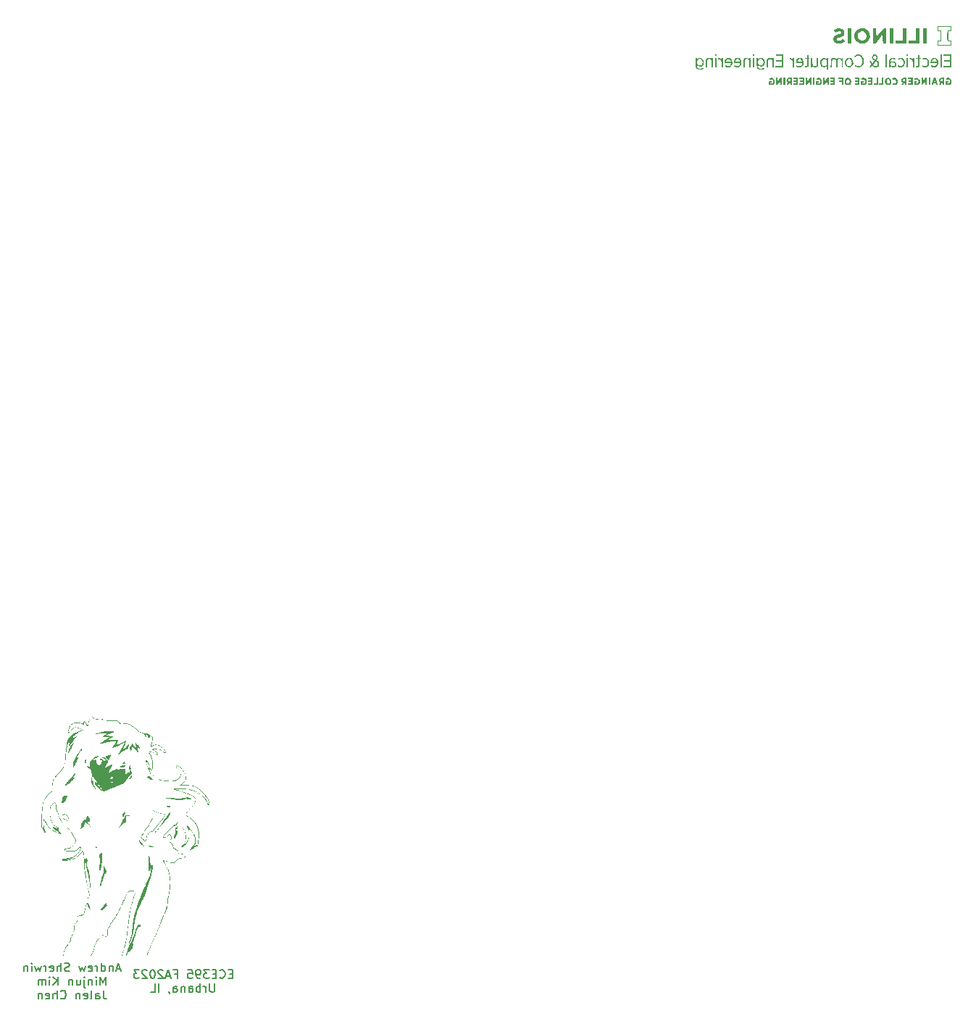
<source format=gbr>
%TF.GenerationSoftware,KiCad,Pcbnew,(6.0.11-0)*%
%TF.CreationDate,2023-11-20T02:45:57-06:00*%
%TF.ProjectId,ECE395_Digital_Target,45434533-3935-45f4-9469-676974616c5f,rev?*%
%TF.SameCoordinates,Original*%
%TF.FileFunction,Legend,Bot*%
%TF.FilePolarity,Positive*%
%FSLAX46Y46*%
G04 Gerber Fmt 4.6, Leading zero omitted, Abs format (unit mm)*
G04 Created by KiCad (PCBNEW (6.0.11-0)) date 2023-11-20 02:45:57*
%MOMM*%
%LPD*%
G01*
G04 APERTURE LIST*
%ADD10C,0.150000*%
%ADD11C,0.300000*%
G04 APERTURE END LIST*
D10*
X63466666Y-144556666D02*
X62990476Y-144556666D01*
X63561904Y-144842380D02*
X63228571Y-143842380D01*
X62895238Y-144842380D01*
X62561904Y-144175714D02*
X62561904Y-144842380D01*
X62561904Y-144270952D02*
X62514285Y-144223333D01*
X62419047Y-144175714D01*
X62276190Y-144175714D01*
X62180952Y-144223333D01*
X62133333Y-144318571D01*
X62133333Y-144842380D01*
X61228571Y-144842380D02*
X61228571Y-143842380D01*
X61228571Y-144794761D02*
X61323809Y-144842380D01*
X61514285Y-144842380D01*
X61609523Y-144794761D01*
X61657142Y-144747142D01*
X61704761Y-144651904D01*
X61704761Y-144366190D01*
X61657142Y-144270952D01*
X61609523Y-144223333D01*
X61514285Y-144175714D01*
X61323809Y-144175714D01*
X61228571Y-144223333D01*
X60752380Y-144842380D02*
X60752380Y-144175714D01*
X60752380Y-144366190D02*
X60704761Y-144270952D01*
X60657142Y-144223333D01*
X60561904Y-144175714D01*
X60466666Y-144175714D01*
X59752380Y-144794761D02*
X59847619Y-144842380D01*
X60038095Y-144842380D01*
X60133333Y-144794761D01*
X60180952Y-144699523D01*
X60180952Y-144318571D01*
X60133333Y-144223333D01*
X60038095Y-144175714D01*
X59847619Y-144175714D01*
X59752380Y-144223333D01*
X59704761Y-144318571D01*
X59704761Y-144413809D01*
X60180952Y-144509047D01*
X59371428Y-144175714D02*
X59180952Y-144842380D01*
X58990476Y-144366190D01*
X58800000Y-144842380D01*
X58609523Y-144175714D01*
X57514285Y-144794761D02*
X57371428Y-144842380D01*
X57133333Y-144842380D01*
X57038095Y-144794761D01*
X56990476Y-144747142D01*
X56942857Y-144651904D01*
X56942857Y-144556666D01*
X56990476Y-144461428D01*
X57038095Y-144413809D01*
X57133333Y-144366190D01*
X57323809Y-144318571D01*
X57419047Y-144270952D01*
X57466666Y-144223333D01*
X57514285Y-144128095D01*
X57514285Y-144032857D01*
X57466666Y-143937619D01*
X57419047Y-143890000D01*
X57323809Y-143842380D01*
X57085714Y-143842380D01*
X56942857Y-143890000D01*
X56514285Y-144842380D02*
X56514285Y-143842380D01*
X56085714Y-144842380D02*
X56085714Y-144318571D01*
X56133333Y-144223333D01*
X56228571Y-144175714D01*
X56371428Y-144175714D01*
X56466666Y-144223333D01*
X56514285Y-144270952D01*
X55228571Y-144794761D02*
X55323809Y-144842380D01*
X55514285Y-144842380D01*
X55609523Y-144794761D01*
X55657142Y-144699523D01*
X55657142Y-144318571D01*
X55609523Y-144223333D01*
X55514285Y-144175714D01*
X55323809Y-144175714D01*
X55228571Y-144223333D01*
X55180952Y-144318571D01*
X55180952Y-144413809D01*
X55657142Y-144509047D01*
X54752380Y-144842380D02*
X54752380Y-144175714D01*
X54752380Y-144366190D02*
X54704761Y-144270952D01*
X54657142Y-144223333D01*
X54561904Y-144175714D01*
X54466666Y-144175714D01*
X54228571Y-144175714D02*
X54038095Y-144842380D01*
X53847619Y-144366190D01*
X53657142Y-144842380D01*
X53466666Y-144175714D01*
X53085714Y-144842380D02*
X53085714Y-144175714D01*
X53085714Y-143842380D02*
X53133333Y-143890000D01*
X53085714Y-143937619D01*
X53038095Y-143890000D01*
X53085714Y-143842380D01*
X53085714Y-143937619D01*
X52609523Y-144175714D02*
X52609523Y-144842380D01*
X52609523Y-144270952D02*
X52561904Y-144223333D01*
X52466666Y-144175714D01*
X52323809Y-144175714D01*
X52228571Y-144223333D01*
X52180952Y-144318571D01*
X52180952Y-144842380D01*
X61752380Y-146452380D02*
X61752380Y-145452380D01*
X61419047Y-146166666D01*
X61085714Y-145452380D01*
X61085714Y-146452380D01*
X60609523Y-146452380D02*
X60609523Y-145785714D01*
X60609523Y-145452380D02*
X60657142Y-145500000D01*
X60609523Y-145547619D01*
X60561904Y-145500000D01*
X60609523Y-145452380D01*
X60609523Y-145547619D01*
X60133333Y-145785714D02*
X60133333Y-146452380D01*
X60133333Y-145880952D02*
X60085714Y-145833333D01*
X59990476Y-145785714D01*
X59847619Y-145785714D01*
X59752380Y-145833333D01*
X59704761Y-145928571D01*
X59704761Y-146452380D01*
X59228571Y-145785714D02*
X59228571Y-146642857D01*
X59276190Y-146738095D01*
X59371428Y-146785714D01*
X59419047Y-146785714D01*
X59228571Y-145452380D02*
X59276190Y-145500000D01*
X59228571Y-145547619D01*
X59180952Y-145500000D01*
X59228571Y-145452380D01*
X59228571Y-145547619D01*
X58323809Y-145785714D02*
X58323809Y-146452380D01*
X58752380Y-145785714D02*
X58752380Y-146309523D01*
X58704761Y-146404761D01*
X58609523Y-146452380D01*
X58466666Y-146452380D01*
X58371428Y-146404761D01*
X58323809Y-146357142D01*
X57847619Y-145785714D02*
X57847619Y-146452380D01*
X57847619Y-145880952D02*
X57800000Y-145833333D01*
X57704761Y-145785714D01*
X57561904Y-145785714D01*
X57466666Y-145833333D01*
X57419047Y-145928571D01*
X57419047Y-146452380D01*
X56180952Y-146452380D02*
X56180952Y-145452380D01*
X55609523Y-146452380D02*
X56038095Y-145880952D01*
X55609523Y-145452380D02*
X56180952Y-146023809D01*
X55180952Y-146452380D02*
X55180952Y-145785714D01*
X55180952Y-145452380D02*
X55228571Y-145500000D01*
X55180952Y-145547619D01*
X55133333Y-145500000D01*
X55180952Y-145452380D01*
X55180952Y-145547619D01*
X54704761Y-146452380D02*
X54704761Y-145785714D01*
X54704761Y-145880952D02*
X54657142Y-145833333D01*
X54561904Y-145785714D01*
X54419047Y-145785714D01*
X54323809Y-145833333D01*
X54276190Y-145928571D01*
X54276190Y-146452380D01*
X54276190Y-145928571D02*
X54228571Y-145833333D01*
X54133333Y-145785714D01*
X53990476Y-145785714D01*
X53895238Y-145833333D01*
X53847619Y-145928571D01*
X53847619Y-146452380D01*
X61466666Y-147062380D02*
X61466666Y-147776666D01*
X61514285Y-147919523D01*
X61609523Y-148014761D01*
X61752380Y-148062380D01*
X61847619Y-148062380D01*
X60561904Y-148062380D02*
X60561904Y-147538571D01*
X60609523Y-147443333D01*
X60704761Y-147395714D01*
X60895238Y-147395714D01*
X60990476Y-147443333D01*
X60561904Y-148014761D02*
X60657142Y-148062380D01*
X60895238Y-148062380D01*
X60990476Y-148014761D01*
X61038095Y-147919523D01*
X61038095Y-147824285D01*
X60990476Y-147729047D01*
X60895238Y-147681428D01*
X60657142Y-147681428D01*
X60561904Y-147633809D01*
X59942857Y-148062380D02*
X60038095Y-148014761D01*
X60085714Y-147919523D01*
X60085714Y-147062380D01*
X59180952Y-148014761D02*
X59276190Y-148062380D01*
X59466666Y-148062380D01*
X59561904Y-148014761D01*
X59609523Y-147919523D01*
X59609523Y-147538571D01*
X59561904Y-147443333D01*
X59466666Y-147395714D01*
X59276190Y-147395714D01*
X59180952Y-147443333D01*
X59133333Y-147538571D01*
X59133333Y-147633809D01*
X59609523Y-147729047D01*
X58704761Y-147395714D02*
X58704761Y-148062380D01*
X58704761Y-147490952D02*
X58657142Y-147443333D01*
X58561904Y-147395714D01*
X58419047Y-147395714D01*
X58323809Y-147443333D01*
X58276190Y-147538571D01*
X58276190Y-148062380D01*
X56466666Y-147967142D02*
X56514285Y-148014761D01*
X56657142Y-148062380D01*
X56752380Y-148062380D01*
X56895238Y-148014761D01*
X56990476Y-147919523D01*
X57038095Y-147824285D01*
X57085714Y-147633809D01*
X57085714Y-147490952D01*
X57038095Y-147300476D01*
X56990476Y-147205238D01*
X56895238Y-147110000D01*
X56752380Y-147062380D01*
X56657142Y-147062380D01*
X56514285Y-147110000D01*
X56466666Y-147157619D01*
X56038095Y-148062380D02*
X56038095Y-147062380D01*
X55609523Y-148062380D02*
X55609523Y-147538571D01*
X55657142Y-147443333D01*
X55752380Y-147395714D01*
X55895238Y-147395714D01*
X55990476Y-147443333D01*
X56038095Y-147490952D01*
X54752380Y-148014761D02*
X54847619Y-148062380D01*
X55038095Y-148062380D01*
X55133333Y-148014761D01*
X55180952Y-147919523D01*
X55180952Y-147538571D01*
X55133333Y-147443333D01*
X55038095Y-147395714D01*
X54847619Y-147395714D01*
X54752380Y-147443333D01*
X54704761Y-147538571D01*
X54704761Y-147633809D01*
X55180952Y-147729047D01*
X54276190Y-147395714D02*
X54276190Y-148062380D01*
X54276190Y-147490952D02*
X54228571Y-147443333D01*
X54133333Y-147395714D01*
X53990476Y-147395714D01*
X53895238Y-147443333D01*
X53847619Y-147538571D01*
X53847619Y-148062380D01*
X76538095Y-145123571D02*
X76204761Y-145123571D01*
X76061904Y-145647380D02*
X76538095Y-145647380D01*
X76538095Y-144647380D01*
X76061904Y-144647380D01*
X75061904Y-145552142D02*
X75109523Y-145599761D01*
X75252380Y-145647380D01*
X75347619Y-145647380D01*
X75490476Y-145599761D01*
X75585714Y-145504523D01*
X75633333Y-145409285D01*
X75680952Y-145218809D01*
X75680952Y-145075952D01*
X75633333Y-144885476D01*
X75585714Y-144790238D01*
X75490476Y-144695000D01*
X75347619Y-144647380D01*
X75252380Y-144647380D01*
X75109523Y-144695000D01*
X75061904Y-144742619D01*
X74633333Y-145123571D02*
X74300000Y-145123571D01*
X74157142Y-145647380D02*
X74633333Y-145647380D01*
X74633333Y-144647380D01*
X74157142Y-144647380D01*
X73823809Y-144647380D02*
X73204761Y-144647380D01*
X73538095Y-145028333D01*
X73395238Y-145028333D01*
X73300000Y-145075952D01*
X73252380Y-145123571D01*
X73204761Y-145218809D01*
X73204761Y-145456904D01*
X73252380Y-145552142D01*
X73300000Y-145599761D01*
X73395238Y-145647380D01*
X73680952Y-145647380D01*
X73776190Y-145599761D01*
X73823809Y-145552142D01*
X72728571Y-145647380D02*
X72538095Y-145647380D01*
X72442857Y-145599761D01*
X72395238Y-145552142D01*
X72300000Y-145409285D01*
X72252380Y-145218809D01*
X72252380Y-144837857D01*
X72300000Y-144742619D01*
X72347619Y-144695000D01*
X72442857Y-144647380D01*
X72633333Y-144647380D01*
X72728571Y-144695000D01*
X72776190Y-144742619D01*
X72823809Y-144837857D01*
X72823809Y-145075952D01*
X72776190Y-145171190D01*
X72728571Y-145218809D01*
X72633333Y-145266428D01*
X72442857Y-145266428D01*
X72347619Y-145218809D01*
X72300000Y-145171190D01*
X72252380Y-145075952D01*
X71347619Y-144647380D02*
X71823809Y-144647380D01*
X71871428Y-145123571D01*
X71823809Y-145075952D01*
X71728571Y-145028333D01*
X71490476Y-145028333D01*
X71395238Y-145075952D01*
X71347619Y-145123571D01*
X71300000Y-145218809D01*
X71300000Y-145456904D01*
X71347619Y-145552142D01*
X71395238Y-145599761D01*
X71490476Y-145647380D01*
X71728571Y-145647380D01*
X71823809Y-145599761D01*
X71871428Y-145552142D01*
X69776190Y-145123571D02*
X70109523Y-145123571D01*
X70109523Y-145647380D02*
X70109523Y-144647380D01*
X69633333Y-144647380D01*
X69300000Y-145361666D02*
X68823809Y-145361666D01*
X69395238Y-145647380D02*
X69061904Y-144647380D01*
X68728571Y-145647380D01*
X68442857Y-144742619D02*
X68395238Y-144695000D01*
X68300000Y-144647380D01*
X68061904Y-144647380D01*
X67966666Y-144695000D01*
X67919047Y-144742619D01*
X67871428Y-144837857D01*
X67871428Y-144933095D01*
X67919047Y-145075952D01*
X68490476Y-145647380D01*
X67871428Y-145647380D01*
X67252380Y-144647380D02*
X67157142Y-144647380D01*
X67061904Y-144695000D01*
X67014285Y-144742619D01*
X66966666Y-144837857D01*
X66919047Y-145028333D01*
X66919047Y-145266428D01*
X66966666Y-145456904D01*
X67014285Y-145552142D01*
X67061904Y-145599761D01*
X67157142Y-145647380D01*
X67252380Y-145647380D01*
X67347619Y-145599761D01*
X67395238Y-145552142D01*
X67442857Y-145456904D01*
X67490476Y-145266428D01*
X67490476Y-145028333D01*
X67442857Y-144837857D01*
X67395238Y-144742619D01*
X67347619Y-144695000D01*
X67252380Y-144647380D01*
X66538095Y-144742619D02*
X66490476Y-144695000D01*
X66395238Y-144647380D01*
X66157142Y-144647380D01*
X66061904Y-144695000D01*
X66014285Y-144742619D01*
X65966666Y-144837857D01*
X65966666Y-144933095D01*
X66014285Y-145075952D01*
X66585714Y-145647380D01*
X65966666Y-145647380D01*
X65633333Y-144647380D02*
X65014285Y-144647380D01*
X65347619Y-145028333D01*
X65204761Y-145028333D01*
X65109523Y-145075952D01*
X65061904Y-145123571D01*
X65014285Y-145218809D01*
X65014285Y-145456904D01*
X65061904Y-145552142D01*
X65109523Y-145599761D01*
X65204761Y-145647380D01*
X65490476Y-145647380D01*
X65585714Y-145599761D01*
X65633333Y-145552142D01*
X74466666Y-146257380D02*
X74466666Y-147066904D01*
X74419047Y-147162142D01*
X74371428Y-147209761D01*
X74276190Y-147257380D01*
X74085714Y-147257380D01*
X73990476Y-147209761D01*
X73942857Y-147162142D01*
X73895238Y-147066904D01*
X73895238Y-146257380D01*
X73419047Y-147257380D02*
X73419047Y-146590714D01*
X73419047Y-146781190D02*
X73371428Y-146685952D01*
X73323809Y-146638333D01*
X73228571Y-146590714D01*
X73133333Y-146590714D01*
X72800000Y-147257380D02*
X72800000Y-146257380D01*
X72800000Y-146638333D02*
X72704761Y-146590714D01*
X72514285Y-146590714D01*
X72419047Y-146638333D01*
X72371428Y-146685952D01*
X72323809Y-146781190D01*
X72323809Y-147066904D01*
X72371428Y-147162142D01*
X72419047Y-147209761D01*
X72514285Y-147257380D01*
X72704761Y-147257380D01*
X72800000Y-147209761D01*
X71466666Y-147257380D02*
X71466666Y-146733571D01*
X71514285Y-146638333D01*
X71609523Y-146590714D01*
X71800000Y-146590714D01*
X71895238Y-146638333D01*
X71466666Y-147209761D02*
X71561904Y-147257380D01*
X71800000Y-147257380D01*
X71895238Y-147209761D01*
X71942857Y-147114523D01*
X71942857Y-147019285D01*
X71895238Y-146924047D01*
X71800000Y-146876428D01*
X71561904Y-146876428D01*
X71466666Y-146828809D01*
X70990476Y-146590714D02*
X70990476Y-147257380D01*
X70990476Y-146685952D02*
X70942857Y-146638333D01*
X70847619Y-146590714D01*
X70704761Y-146590714D01*
X70609523Y-146638333D01*
X70561904Y-146733571D01*
X70561904Y-147257380D01*
X69657142Y-147257380D02*
X69657142Y-146733571D01*
X69704761Y-146638333D01*
X69800000Y-146590714D01*
X69990476Y-146590714D01*
X70085714Y-146638333D01*
X69657142Y-147209761D02*
X69752380Y-147257380D01*
X69990476Y-147257380D01*
X70085714Y-147209761D01*
X70133333Y-147114523D01*
X70133333Y-147019285D01*
X70085714Y-146924047D01*
X69990476Y-146876428D01*
X69752380Y-146876428D01*
X69657142Y-146828809D01*
X69133333Y-147209761D02*
X69133333Y-147257380D01*
X69180952Y-147352619D01*
X69228571Y-147400238D01*
X67942857Y-147257380D02*
X67942857Y-146257380D01*
X66990476Y-147257380D02*
X67466666Y-147257380D01*
X67466666Y-146257380D01*
D11*
%TO.C,*%
G36*
X157656056Y-35547336D02*
G01*
X157655803Y-35718748D01*
X157655099Y-35879075D01*
X157653993Y-36024792D01*
X157652534Y-36152370D01*
X157650770Y-36258282D01*
X157648749Y-36339001D01*
X157646520Y-36391000D01*
X157644131Y-36410752D01*
X157631880Y-36414350D01*
X157589605Y-36418649D01*
X157525401Y-36421588D01*
X157447371Y-36422676D01*
X157262535Y-36422676D01*
X157262535Y-34687606D01*
X157656056Y-34687606D01*
X157656056Y-35547336D01*
G37*
G36*
X142630704Y-41288029D02*
G01*
X142076197Y-41288029D01*
X142076197Y-41128294D01*
X142259542Y-41123197D01*
X142442887Y-41118099D01*
X142453791Y-40948169D01*
X142129859Y-40948169D01*
X142129859Y-40769296D01*
X142451831Y-40769296D01*
X142451831Y-40608310D01*
X142076197Y-40608310D01*
X142076197Y-40447324D01*
X142630704Y-40447324D01*
X142630704Y-41288029D01*
G37*
G36*
X151341831Y-41288029D02*
G01*
X150805211Y-41288029D01*
X150805211Y-41127043D01*
X151162957Y-41127043D01*
X151162957Y-40949562D01*
X150849929Y-40939226D01*
X150849929Y-40778240D01*
X151006443Y-40773072D01*
X151162957Y-40767903D01*
X151162957Y-40608310D01*
X150805211Y-40608310D01*
X150805211Y-40447324D01*
X151341831Y-40447324D01*
X151341831Y-41288029D01*
G37*
G36*
X131622600Y-38765373D02*
G01*
X131580065Y-38881694D01*
X131512662Y-38984373D01*
X131426463Y-39060101D01*
X131324770Y-39106782D01*
X131210888Y-39122319D01*
X131088117Y-39104616D01*
X131053226Y-39090094D01*
X130994758Y-39053744D01*
X130938654Y-39007589D01*
X130857061Y-38929409D01*
X130863727Y-39061403D01*
X130872038Y-39144931D01*
X130893157Y-39217023D01*
X130931705Y-39274512D01*
X130992945Y-39328261D01*
X131017873Y-39343976D01*
X131055840Y-39356993D01*
X131109405Y-39363413D01*
X131188600Y-39365127D01*
X131246832Y-39364202D01*
X131316161Y-39357898D01*
X131374784Y-39343104D01*
X131437753Y-39316907D01*
X131540648Y-39268701D01*
X131567436Y-39320505D01*
X131568339Y-39322259D01*
X131586652Y-39362458D01*
X131594225Y-39388026D01*
X131593966Y-39389580D01*
X131574887Y-39407295D01*
X131532060Y-39431269D01*
X131474652Y-39457302D01*
X131411826Y-39481191D01*
X131352746Y-39498735D01*
X131350925Y-39499159D01*
X131295679Y-39506642D01*
X131221104Y-39510281D01*
X131142801Y-39509292D01*
X131100909Y-39506327D01*
X130972602Y-39481541D01*
X130871149Y-39434005D01*
X130795657Y-39363346D01*
X130783689Y-39347389D01*
X130760449Y-39313102D01*
X130742036Y-39277758D01*
X130727881Y-39237017D01*
X130717419Y-39186541D01*
X130710082Y-39121989D01*
X130705303Y-39039022D01*
X130702515Y-38933300D01*
X130701151Y-38800483D01*
X130700644Y-38636233D01*
X130700609Y-38612411D01*
X130854230Y-38612411D01*
X130867544Y-38713047D01*
X130903727Y-38806134D01*
X130962651Y-38884913D01*
X131044185Y-38942622D01*
X131135457Y-38973610D01*
X131226974Y-38973542D01*
X131312092Y-38938404D01*
X131391834Y-38867977D01*
X131402297Y-38855274D01*
X131449819Y-38767812D01*
X131474681Y-38663950D01*
X131476536Y-38553586D01*
X131455038Y-38446621D01*
X131409841Y-38352956D01*
X131382634Y-38319081D01*
X131307183Y-38262395D01*
X131218348Y-38234215D01*
X131123824Y-38236226D01*
X131031303Y-38270109D01*
X130952800Y-38332805D01*
X130896728Y-38415530D01*
X130863915Y-38510985D01*
X130854230Y-38612411D01*
X130700609Y-38612411D01*
X130699859Y-38104085D01*
X130860845Y-38104085D01*
X130860845Y-38273044D01*
X130911997Y-38217039D01*
X130958759Y-38172969D01*
X131054697Y-38115597D01*
X131158554Y-38088227D01*
X131264808Y-38089706D01*
X131367935Y-38118886D01*
X131462415Y-38174615D01*
X131542726Y-38255742D01*
X131603346Y-38361117D01*
X131621633Y-38416243D01*
X131639994Y-38529009D01*
X131640107Y-38553586D01*
X131640550Y-38650285D01*
X131622600Y-38765373D01*
G37*
G36*
X156815352Y-36423140D02*
G01*
X156193767Y-36418436D01*
X155572183Y-36413733D01*
X155567063Y-36239331D01*
X155561944Y-36064930D01*
X156421831Y-36064930D01*
X156421831Y-34687606D01*
X156815352Y-34687606D01*
X156815352Y-36423140D01*
G37*
G36*
X148840826Y-40960315D02*
G01*
X148814887Y-41073652D01*
X148765621Y-41162906D01*
X148691060Y-41231318D01*
X148589239Y-41282127D01*
X148548727Y-41292530D01*
X148463957Y-41297307D01*
X148375530Y-41286417D01*
X148300844Y-41261124D01*
X148268611Y-41241783D01*
X148193467Y-41170529D01*
X148137925Y-41077468D01*
X148103685Y-40969561D01*
X148092446Y-40853767D01*
X148094098Y-40839446D01*
X148286295Y-40839446D01*
X148290876Y-40944963D01*
X148318368Y-41030414D01*
X148367298Y-41090988D01*
X148384848Y-41103238D01*
X148452904Y-41126712D01*
X148521922Y-41118354D01*
X148584913Y-41080168D01*
X148634892Y-41014161D01*
X148635051Y-41013855D01*
X148657965Y-40940893D01*
X148664537Y-40853161D01*
X148655023Y-40766319D01*
X148629680Y-40696026D01*
X148601807Y-40658848D01*
X148543680Y-40616062D01*
X148478461Y-40598795D01*
X148416078Y-40610997D01*
X148355286Y-40654973D01*
X148308763Y-40729242D01*
X148287054Y-40829155D01*
X148286295Y-40839446D01*
X148094098Y-40839446D01*
X148105910Y-40737047D01*
X148145776Y-40626361D01*
X148160246Y-40600698D01*
X148229181Y-40520358D01*
X148316825Y-40464492D01*
X148416135Y-40434499D01*
X148520068Y-40431773D01*
X148621581Y-40457714D01*
X148713633Y-40513717D01*
X148766780Y-40567212D01*
X148812529Y-40643976D01*
X148838046Y-40738698D01*
X148845780Y-40853161D01*
X148846157Y-40858733D01*
X148840826Y-40960315D01*
G37*
G36*
X157235704Y-40921338D02*
G01*
X157539788Y-40447706D01*
X157709718Y-40447324D01*
X157709718Y-41288029D01*
X157530845Y-41288029D01*
X157530845Y-40799285D01*
X157370469Y-41043657D01*
X157210094Y-41288029D01*
X157065774Y-41288029D01*
X157065774Y-40447324D01*
X157225722Y-40447324D01*
X157235704Y-40921338D01*
G37*
G36*
X137532817Y-37889437D02*
G01*
X137353943Y-37889437D01*
X137353943Y-37710564D01*
X137532817Y-37710564D01*
X137532817Y-37889437D01*
G37*
G36*
X145102298Y-40435294D02*
G01*
X145204390Y-40466737D01*
X145297208Y-40531113D01*
X145356270Y-40598865D01*
X145404403Y-40694236D01*
X145428277Y-40798760D01*
X145429174Y-40906510D01*
X145408377Y-41011557D01*
X145367169Y-41107971D01*
X145306830Y-41189825D01*
X145228645Y-41251190D01*
X145133895Y-41286137D01*
X145080178Y-41293643D01*
X144953459Y-41287111D01*
X144830845Y-41245152D01*
X144750352Y-41205488D01*
X144745294Y-41005279D01*
X144740236Y-40805071D01*
X145063380Y-40805071D01*
X145063380Y-40966057D01*
X144991831Y-40966057D01*
X144967496Y-40966224D01*
X144934381Y-40971313D01*
X144922085Y-40991119D01*
X144920281Y-41035692D01*
X144921465Y-41063315D01*
X144934399Y-41102858D01*
X144967541Y-41122031D01*
X145028227Y-41127043D01*
X145085916Y-41119934D01*
X145156426Y-41083542D01*
X145207913Y-41016906D01*
X145233346Y-40943745D01*
X145241391Y-40854281D01*
X145229286Y-40766670D01*
X145198556Y-40691030D01*
X145150726Y-40637479D01*
X145131638Y-40626711D01*
X145064635Y-40610490D01*
X144988044Y-40613891D01*
X144916789Y-40636947D01*
X144895478Y-40647647D01*
X144867804Y-40655260D01*
X144845446Y-40642769D01*
X144814825Y-40606059D01*
X144803927Y-40591674D01*
X144778429Y-40553305D01*
X144768239Y-40529985D01*
X144780907Y-40510876D01*
X144820003Y-40486378D01*
X144876198Y-40462602D01*
X144939927Y-40443517D01*
X145001629Y-40433095D01*
X145102298Y-40435294D01*
G37*
G36*
X149821408Y-41288029D02*
G01*
X149266901Y-41288029D01*
X149266901Y-41127043D01*
X149642535Y-41127043D01*
X149642535Y-40948169D01*
X149320563Y-40948169D01*
X149320563Y-40769296D01*
X149642535Y-40769296D01*
X149642535Y-40608310D01*
X149266901Y-40608310D01*
X149266901Y-40447324D01*
X149821408Y-40447324D01*
X149821408Y-41288029D01*
G37*
G36*
X157577296Y-38090949D02*
G01*
X157625576Y-38104423D01*
X157682725Y-38130053D01*
X157693895Y-38135716D01*
X157796068Y-38208998D01*
X157877830Y-38309182D01*
X157935396Y-38431749D01*
X157937729Y-38438972D01*
X157959023Y-38543525D01*
X157965744Y-38663422D01*
X157957892Y-38782660D01*
X157935463Y-38885234D01*
X157912294Y-38940092D01*
X157851333Y-39034655D01*
X157773093Y-39116972D01*
X157687581Y-39175331D01*
X157672066Y-39182505D01*
X157570552Y-39210438D01*
X157460009Y-39214451D01*
X157350437Y-39196048D01*
X157251839Y-39156736D01*
X157174216Y-39098021D01*
X157170571Y-39094135D01*
X157146448Y-39064552D01*
X157145659Y-39041955D01*
X157166775Y-39009305D01*
X157167570Y-39008218D01*
X157194310Y-38976641D01*
X157212724Y-38963239D01*
X157225373Y-38967717D01*
X157261561Y-38986969D01*
X157310134Y-39016338D01*
X157364062Y-39044624D01*
X157460948Y-39068203D01*
X157554905Y-39058966D01*
X157641150Y-39018623D01*
X157714900Y-38948883D01*
X157771375Y-38851455D01*
X157783018Y-38814633D01*
X157795617Y-38730353D01*
X157797924Y-38633769D01*
X157789931Y-38538925D01*
X157771629Y-38459862D01*
X157758178Y-38426265D01*
X157701432Y-38336266D01*
X157627662Y-38273336D01*
X157542219Y-38238946D01*
X157450454Y-38234568D01*
X157357717Y-38261673D01*
X157269360Y-38321732D01*
X157255566Y-38334033D01*
X157234997Y-38345298D01*
X157215230Y-38335074D01*
X157184395Y-38300380D01*
X157174095Y-38287846D01*
X157147855Y-38252462D01*
X157137358Y-38232396D01*
X157147022Y-38220389D01*
X157179379Y-38193571D01*
X157226612Y-38159544D01*
X157268425Y-38132835D01*
X157317582Y-38110008D01*
X157373112Y-38097301D01*
X157449711Y-38090144D01*
X157522993Y-38087081D01*
X157577296Y-38090949D01*
G37*
G36*
X150300823Y-40438398D02*
G01*
X150370865Y-40440370D01*
X150419591Y-40447858D01*
X150459741Y-40464056D01*
X150504057Y-40492153D01*
X150554557Y-40534788D01*
X150621048Y-40624785D01*
X150664115Y-40732179D01*
X150682127Y-40849660D01*
X150673453Y-40969919D01*
X150636463Y-41085645D01*
X150630381Y-41098061D01*
X150566363Y-41186497D01*
X150480144Y-41252077D01*
X150379508Y-41288652D01*
X150332525Y-41294737D01*
X150210759Y-41286607D01*
X150089718Y-41246027D01*
X150009225Y-41207536D01*
X150004167Y-41006303D01*
X149999110Y-40805071D01*
X150322253Y-40805071D01*
X150322253Y-40966057D01*
X150241760Y-40966057D01*
X150206258Y-40966438D01*
X150174773Y-40971919D01*
X150163021Y-40989952D01*
X150161267Y-41028033D01*
X150162680Y-41050875D01*
X150181108Y-41095235D01*
X150224168Y-41119602D01*
X150296035Y-41127043D01*
X150356417Y-41114596D01*
X150418800Y-41072655D01*
X150466330Y-41007653D01*
X150492361Y-40926382D01*
X150497041Y-40829041D01*
X150475924Y-40745010D01*
X150426011Y-40669587D01*
X150423533Y-40666777D01*
X150384431Y-40629027D01*
X150345363Y-40612172D01*
X150288606Y-40608310D01*
X150279160Y-40608458D01*
X150212158Y-40617714D01*
X150162189Y-40638298D01*
X150145417Y-40649542D01*
X150122894Y-40657026D01*
X150101161Y-40644279D01*
X150068611Y-40607478D01*
X150055076Y-40590308D01*
X150030745Y-40552125D01*
X150023915Y-40528464D01*
X150026122Y-40524437D01*
X150050552Y-40501594D01*
X150091154Y-40474319D01*
X150098090Y-40470384D01*
X150145340Y-40451235D01*
X150205335Y-40441252D01*
X150289409Y-40438381D01*
X150300823Y-40438398D01*
G37*
G36*
X159534225Y-41288029D02*
G01*
X159534225Y-41019719D01*
X159481816Y-41019719D01*
X159468941Y-41020225D01*
X159443939Y-41027362D01*
X159420582Y-41047870D01*
X159393006Y-41087968D01*
X159355352Y-41153874D01*
X159281297Y-41288029D01*
X159067647Y-41288029D01*
X159111905Y-41212007D01*
X159121921Y-41194751D01*
X159162153Y-41124822D01*
X159200006Y-41058291D01*
X159243849Y-40980596D01*
X159179559Y-40921679D01*
X159173235Y-40915848D01*
X159141185Y-40882731D01*
X159122981Y-40850540D01*
X159113883Y-40807044D01*
X159109147Y-40740008D01*
X159108398Y-40722820D01*
X159283802Y-40722820D01*
X159291644Y-40769545D01*
X159316514Y-40811242D01*
X159363365Y-40833128D01*
X159441725Y-40840845D01*
X159534225Y-40840845D01*
X159534225Y-40608310D01*
X159448768Y-40608310D01*
X159411902Y-40609849D01*
X159340271Y-40627392D01*
X159297804Y-40664888D01*
X159283802Y-40722820D01*
X159108398Y-40722820D01*
X159108242Y-40719238D01*
X159108857Y-40650903D01*
X159118002Y-40602627D01*
X159137640Y-40562160D01*
X159144993Y-40550979D01*
X159182602Y-40508630D01*
X159231421Y-40478978D01*
X159297500Y-40460134D01*
X159386885Y-40450212D01*
X159505625Y-40447324D01*
X159713098Y-40447324D01*
X159713098Y-41288029D01*
X159534225Y-41288029D01*
G37*
G36*
X136025687Y-38727668D02*
G01*
X136001186Y-38871001D01*
X135949363Y-38991473D01*
X135870298Y-39088911D01*
X135764074Y-39163144D01*
X135713733Y-39185071D01*
X135603787Y-39210136D01*
X135488147Y-39211623D01*
X135375862Y-39190752D01*
X135275980Y-39148742D01*
X135197546Y-39086811D01*
X135190505Y-39078931D01*
X135175903Y-39056381D01*
X135182398Y-39035607D01*
X135212343Y-39003329D01*
X135215252Y-39000429D01*
X135246923Y-38972434D01*
X135268254Y-38967962D01*
X135291750Y-38983964D01*
X135303142Y-38993487D01*
X135393374Y-39044766D01*
X135495280Y-39068695D01*
X135598884Y-39064135D01*
X135694213Y-39029946D01*
X135706783Y-39022334D01*
X135775614Y-38959634D01*
X135829525Y-38874874D01*
X135861010Y-38779331D01*
X135873277Y-38712254D01*
X135135915Y-38712254D01*
X135136195Y-38636233D01*
X135138674Y-38587043D01*
X135295280Y-38587043D01*
X135873277Y-38587043D01*
X135860849Y-38520797D01*
X135842484Y-38454088D01*
X135796969Y-38359545D01*
X135737019Y-38284441D01*
X135725936Y-38274909D01*
X135672026Y-38246797D01*
X135595825Y-38233338D01*
X135572971Y-38231665D01*
X135520796Y-38232388D01*
X135482721Y-38245198D01*
X135442861Y-38274352D01*
X135400278Y-38317577D01*
X135341896Y-38411300D01*
X135307453Y-38519965D01*
X135295280Y-38587043D01*
X135138674Y-38587043D01*
X135139450Y-38571642D01*
X135164034Y-38441631D01*
X135209870Y-38322558D01*
X135273564Y-38222118D01*
X135351717Y-38148003D01*
X135441204Y-38105473D01*
X135546143Y-38086194D01*
X135653749Y-38091160D01*
X135751459Y-38121213D01*
X135787599Y-38140623D01*
X135884685Y-38218503D01*
X135956843Y-38321964D01*
X136003997Y-38450874D01*
X136023489Y-38587043D01*
X136026074Y-38605101D01*
X136025687Y-38727668D01*
G37*
G36*
X155133943Y-41288029D02*
G01*
X155133943Y-41019719D01*
X155083840Y-41019719D01*
X155074458Y-41020045D01*
X155049215Y-41026947D01*
X155025128Y-41047483D01*
X154996443Y-41087757D01*
X154957409Y-41153874D01*
X154881080Y-41288029D01*
X154783920Y-41288029D01*
X154744581Y-41286872D01*
X154702983Y-41282000D01*
X154686893Y-41274613D01*
X154689025Y-41267908D01*
X154704818Y-41235020D01*
X154732633Y-41182703D01*
X154768447Y-41118652D01*
X154849867Y-40976106D01*
X154803588Y-40942394D01*
X154785193Y-40927351D01*
X154734658Y-40859967D01*
X154708068Y-40778246D01*
X154706667Y-40739409D01*
X154884134Y-40739409D01*
X154911366Y-40801091D01*
X154914474Y-40805374D01*
X154938844Y-40827518D01*
X154975706Y-40838123D01*
X155036577Y-40840845D01*
X155133943Y-40840845D01*
X155133943Y-40608310D01*
X155044507Y-40608310D01*
X154984272Y-40614839D01*
X154923825Y-40641594D01*
X154889367Y-40684681D01*
X154884134Y-40739409D01*
X154706667Y-40739409D01*
X154704912Y-40690787D01*
X154724682Y-40606194D01*
X154766868Y-40533068D01*
X154830962Y-40480009D01*
X154845599Y-40472833D01*
X154883567Y-40460261D01*
X154933805Y-40452446D01*
X155004130Y-40448448D01*
X155102361Y-40447324D01*
X155312817Y-40447324D01*
X155312817Y-41288029D01*
X155133943Y-41288029D01*
G37*
G36*
X155491690Y-39195212D02*
G01*
X155330704Y-39195212D01*
X155330704Y-38104085D01*
X155491690Y-38104085D01*
X155491690Y-39195212D01*
G37*
G36*
X152933802Y-36422676D02*
G01*
X152558686Y-36422676D01*
X152553955Y-35880577D01*
X152549225Y-35338477D01*
X152137817Y-35880110D01*
X151726408Y-36421743D01*
X151560950Y-36422210D01*
X151395493Y-36422676D01*
X151395493Y-34687606D01*
X151788465Y-34687606D01*
X151793211Y-35199604D01*
X151797957Y-35711601D01*
X152184026Y-35204075D01*
X152570094Y-34696550D01*
X152751948Y-34691452D01*
X152933802Y-34686355D01*
X152933802Y-36422676D01*
G37*
G36*
X152629718Y-41288029D02*
G01*
X152109025Y-41288029D01*
X152119929Y-41118099D01*
X152450845Y-41107813D01*
X152450845Y-40447324D01*
X152629718Y-40447324D01*
X152629718Y-41288029D01*
G37*
G36*
X153544839Y-40986303D02*
G01*
X153506340Y-41090420D01*
X153445695Y-41179446D01*
X153364901Y-41247770D01*
X153265959Y-41289783D01*
X153231025Y-41295439D01*
X153151984Y-41295385D01*
X153070643Y-41283243D01*
X153005587Y-41261063D01*
X153005140Y-41260829D01*
X152920642Y-41198111D01*
X152857856Y-41114243D01*
X152816686Y-41015496D01*
X152797032Y-40908140D01*
X152797674Y-40868214D01*
X152989159Y-40868214D01*
X152996492Y-40964545D01*
X153023768Y-41037199D01*
X153072791Y-41091874D01*
X153117916Y-41115656D01*
X153173714Y-41127043D01*
X153195269Y-41125871D01*
X153265432Y-41101757D01*
X153318241Y-41048755D01*
X153351521Y-40969842D01*
X153363098Y-40867990D01*
X153361607Y-40822348D01*
X153344062Y-40726240D01*
X153306207Y-40658079D01*
X153247324Y-40616307D01*
X153244458Y-40615126D01*
X153173270Y-40598904D01*
X153110291Y-40614538D01*
X153048386Y-40663730D01*
X153033960Y-40679731D01*
X153010578Y-40716395D01*
X152997620Y-40762979D01*
X152990669Y-40832393D01*
X152989159Y-40868214D01*
X152797674Y-40868214D01*
X152798797Y-40798446D01*
X152821883Y-40692683D01*
X152866191Y-40597123D01*
X152931624Y-40518036D01*
X153018084Y-40461693D01*
X153035743Y-40454400D01*
X153144052Y-40430184D01*
X153251558Y-40437769D01*
X153351512Y-40474831D01*
X153437162Y-40539050D01*
X153501758Y-40628101D01*
X153507456Y-40639516D01*
X153547396Y-40755241D01*
X153558716Y-40867990D01*
X153559190Y-40872707D01*
X153544839Y-40986303D01*
G37*
G36*
X137532817Y-39195212D02*
G01*
X137371831Y-39195212D01*
X137371831Y-38104085D01*
X137532817Y-38104085D01*
X137532817Y-39195212D01*
G37*
G36*
X144332692Y-38484191D02*
G01*
X144333008Y-38503143D01*
X144335392Y-38626730D01*
X144338160Y-38720514D01*
X144341825Y-38789764D01*
X144346898Y-38839752D01*
X144353891Y-38875747D01*
X144363316Y-38903020D01*
X144375685Y-38926841D01*
X144387647Y-38945998D01*
X144453537Y-39018347D01*
X144533800Y-39058075D01*
X144629335Y-39065673D01*
X144637615Y-39064929D01*
X144711521Y-39049984D01*
X144761487Y-39023833D01*
X144780396Y-39005654D01*
X144803250Y-38976452D01*
X144820427Y-38940433D01*
X144832717Y-38892772D01*
X144840904Y-38828647D01*
X144845778Y-38743232D01*
X144848125Y-38631703D01*
X144848732Y-38489237D01*
X144848732Y-38104085D01*
X145009718Y-38104085D01*
X145009718Y-38512824D01*
X145009158Y-38629230D01*
X145006757Y-38761396D01*
X145002577Y-38866162D01*
X144996738Y-38940746D01*
X144989360Y-38982366D01*
X144957362Y-39052958D01*
X144898471Y-39130516D01*
X144827632Y-39183017D01*
X144778863Y-39198772D01*
X144705728Y-39209488D01*
X144626328Y-39212397D01*
X144554286Y-39207074D01*
X144503225Y-39193097D01*
X144487175Y-39183306D01*
X144443995Y-39150491D01*
X144397077Y-39108974D01*
X144330000Y-39044853D01*
X144330000Y-39195212D01*
X144169014Y-39195212D01*
X144169014Y-38104085D01*
X144326441Y-38104085D01*
X144332692Y-38484191D01*
G37*
G36*
X141721468Y-38088609D02*
G01*
X141802422Y-38113787D01*
X141884413Y-38162965D01*
X141956456Y-38230086D01*
X142022535Y-38307285D01*
X142022535Y-38104085D01*
X142183521Y-38104085D01*
X142183521Y-39195212D01*
X142022535Y-39195212D01*
X142022535Y-38903317D01*
X142021479Y-38793553D01*
X142016104Y-38669247D01*
X142005341Y-38571369D01*
X141988263Y-38494619D01*
X141963940Y-38433695D01*
X141931445Y-38383299D01*
X141909488Y-38359625D01*
X141844835Y-38312388D01*
X141770278Y-38278224D01*
X141701276Y-38265071D01*
X141674120Y-38264062D01*
X141655257Y-38254974D01*
X141648055Y-38228575D01*
X141646901Y-38175634D01*
X141647427Y-38134869D01*
X141652418Y-38101736D01*
X141666952Y-38088698D01*
X141696091Y-38086590D01*
X141721468Y-38088609D01*
G37*
G36*
X155509577Y-37889437D02*
G01*
X155330704Y-37889437D01*
X155330704Y-37710564D01*
X155509577Y-37710564D01*
X155509577Y-37889437D01*
G37*
G36*
X143289604Y-38724334D02*
G01*
X143263497Y-38868987D01*
X143210666Y-38990822D01*
X143131484Y-39089116D01*
X143026327Y-39163144D01*
X142975987Y-39185071D01*
X142866040Y-39210136D01*
X142750401Y-39211623D01*
X142638116Y-39190752D01*
X142538233Y-39148742D01*
X142459800Y-39086811D01*
X142454694Y-39081129D01*
X142438297Y-39057519D01*
X142443455Y-39036982D01*
X142472313Y-39005613D01*
X142517455Y-38960471D01*
X142607167Y-39016239D01*
X142660361Y-39044085D01*
X142762456Y-39071153D01*
X142861631Y-39066515D01*
X142952608Y-39032592D01*
X143030109Y-38971807D01*
X143088856Y-38886579D01*
X143123571Y-38779331D01*
X143135530Y-38712254D01*
X142393031Y-38712254D01*
X142404494Y-38591515D01*
X142404963Y-38587043D01*
X142557534Y-38587043D01*
X143135530Y-38587043D01*
X143123103Y-38520797D01*
X143103216Y-38449353D01*
X143054107Y-38352182D01*
X142987862Y-38276265D01*
X142962683Y-38257241D01*
X142912068Y-38235279D01*
X142845352Y-38229296D01*
X142808584Y-38230689D01*
X142752263Y-38243971D01*
X142702841Y-38276265D01*
X142658650Y-38322019D01*
X142602928Y-38414006D01*
X142569706Y-38519965D01*
X142557534Y-38587043D01*
X142404963Y-38587043D01*
X142407468Y-38563149D01*
X142433256Y-38422274D01*
X142476199Y-38308578D01*
X142538590Y-38217354D01*
X142622726Y-38143893D01*
X142630291Y-38138730D01*
X142669573Y-38115674D01*
X142709426Y-38102496D01*
X142761567Y-38096537D01*
X142837714Y-38095141D01*
X142851412Y-38095166D01*
X142923510Y-38097150D01*
X142973773Y-38104249D01*
X143014245Y-38119184D01*
X143056972Y-38144676D01*
X143073150Y-38155837D01*
X143168140Y-38245603D01*
X143236808Y-38358771D01*
X143278493Y-38493924D01*
X143286890Y-38587043D01*
X143292535Y-38649648D01*
X143289604Y-38724334D01*
G37*
G36*
X156028309Y-41288029D02*
G01*
X155473802Y-41288029D01*
X155473802Y-41127043D01*
X155849436Y-41127043D01*
X155849436Y-40948169D01*
X155527464Y-40948169D01*
X155527464Y-40769296D01*
X155849436Y-40769296D01*
X155849436Y-40608310D01*
X155491690Y-40608310D01*
X155491690Y-40447324D01*
X156028309Y-40447324D01*
X156028309Y-41288029D01*
G37*
G36*
X158930933Y-41133190D02*
G01*
X158956300Y-41206341D01*
X158972836Y-41255383D01*
X158978879Y-41275548D01*
X158971977Y-41280656D01*
X158938558Y-41285044D01*
X158886613Y-41284492D01*
X158793508Y-41279085D01*
X158740486Y-41107817D01*
X158456724Y-41118099D01*
X158427128Y-41198592D01*
X158408721Y-41244759D01*
X158389479Y-41269526D01*
X158357994Y-41280089D01*
X158302529Y-41284544D01*
X158258328Y-41286564D01*
X158225669Y-41284438D01*
X158215212Y-41274182D01*
X158219306Y-41252887D01*
X158222737Y-41242637D01*
X158237500Y-41200115D01*
X158261445Y-41131987D01*
X158292699Y-41043564D01*
X158329385Y-40940156D01*
X158335967Y-40921662D01*
X158521116Y-40921662D01*
X158522891Y-40939484D01*
X158544513Y-40946772D01*
X158593935Y-40948169D01*
X158619063Y-40947468D01*
X158659625Y-40942300D01*
X158675633Y-40933755D01*
X158670429Y-40911150D01*
X158656498Y-40864674D01*
X158636900Y-40804644D01*
X158598166Y-40689947D01*
X158567967Y-40778812D01*
X158557389Y-40810088D01*
X158538205Y-40867507D01*
X158525003Y-40907923D01*
X158521116Y-40921662D01*
X158335967Y-40921662D01*
X158369630Y-40827075D01*
X158508173Y-40438381D01*
X158682668Y-40438381D01*
X158830354Y-40849789D01*
X158860364Y-40933638D01*
X158860406Y-40933755D01*
X158898400Y-41040700D01*
X158930933Y-41133190D01*
G37*
G36*
X149861886Y-37735393D02*
G01*
X149921452Y-37756789D01*
X150039666Y-37825495D01*
X150143183Y-37921953D01*
X150227336Y-38041301D01*
X150287457Y-38178678D01*
X150302136Y-38227773D01*
X150314109Y-38282832D01*
X150320256Y-38341778D01*
X150321578Y-38415201D01*
X150319074Y-38513696D01*
X150316868Y-38571158D01*
X150312366Y-38647890D01*
X150305105Y-38705038D01*
X150292900Y-38752848D01*
X150273565Y-38801565D01*
X150244916Y-38861438D01*
X150232353Y-38885915D01*
X150147352Y-39013273D01*
X150044215Y-39110071D01*
X149922354Y-39176883D01*
X149883296Y-39190777D01*
X149826460Y-39203623D01*
X149759347Y-39208698D01*
X149669366Y-39207529D01*
X149593357Y-39202198D01*
X149478048Y-39179097D01*
X149376686Y-39134783D01*
X149277255Y-39064886D01*
X149225004Y-39021979D01*
X149274901Y-38956560D01*
X149324799Y-38891140D01*
X149388458Y-38947033D01*
X149471519Y-39007050D01*
X149570904Y-39045733D01*
X149687253Y-39057934D01*
X149746390Y-39054226D01*
X149859809Y-39022495D01*
X149958357Y-38960001D01*
X150039972Y-38868773D01*
X150102592Y-38750839D01*
X150144158Y-38608228D01*
X150151577Y-38562781D01*
X150156680Y-38424387D01*
X150137539Y-38289465D01*
X150096532Y-38164037D01*
X150036041Y-38054123D01*
X149958446Y-37965744D01*
X149866126Y-37904921D01*
X149847028Y-37896888D01*
X149736007Y-37871827D01*
X149618147Y-37877020D01*
X149501711Y-37911266D01*
X149394965Y-37973363D01*
X149333286Y-38020408D01*
X149283395Y-37959394D01*
X149233505Y-37898381D01*
X149271573Y-37857746D01*
X149299759Y-37831496D01*
X149389510Y-37776213D01*
X149499675Y-37737080D01*
X149621176Y-37715978D01*
X149744939Y-37714789D01*
X149861886Y-37735393D01*
G37*
G36*
X156851126Y-38104085D02*
G01*
X156994225Y-38104085D01*
X156994225Y-38247184D01*
X156851126Y-38247184D01*
X156851060Y-38645176D01*
X156851009Y-38710349D01*
X156850499Y-38825971D01*
X156849108Y-38913262D01*
X156846437Y-38977296D01*
X156842085Y-39023145D01*
X156835651Y-39055883D01*
X156826734Y-39080582D01*
X156814933Y-39102315D01*
X156811978Y-39106953D01*
X156770074Y-39153611D01*
X156721091Y-39186579D01*
X156680588Y-39199541D01*
X156600578Y-39210733D01*
X156517649Y-39209639D01*
X156449826Y-39195654D01*
X156429544Y-39186046D01*
X156409082Y-39160678D01*
X156403943Y-39113874D01*
X156403943Y-39049539D01*
X156497981Y-39061288D01*
X156511301Y-39062881D01*
X156566991Y-39065879D01*
X156605336Y-39057322D01*
X156641080Y-39034446D01*
X156690140Y-38995855D01*
X156690140Y-38247184D01*
X156403943Y-38247184D01*
X156403943Y-38104085D01*
X156690140Y-38104085D01*
X156690140Y-37782113D01*
X156851126Y-37782113D01*
X156851126Y-38104085D01*
G37*
G36*
X154781648Y-38113538D02*
G01*
X154883174Y-38162385D01*
X154966369Y-38235159D01*
X155012006Y-38298903D01*
X155068653Y-38420439D01*
X155101875Y-38555369D01*
X155110613Y-38694674D01*
X155093807Y-38829334D01*
X155050397Y-38950330D01*
X155017005Y-39003478D01*
X154956048Y-39075319D01*
X154886805Y-39137947D01*
X154820915Y-39179727D01*
X154810217Y-39184373D01*
X154707897Y-39211039D01*
X154596710Y-39213906D01*
X154486713Y-39194622D01*
X154387964Y-39154833D01*
X154310519Y-39096185D01*
X154268198Y-39051136D01*
X154314200Y-39005135D01*
X154360201Y-38959133D01*
X154435121Y-39008713D01*
X154481065Y-39034508D01*
X154578939Y-39063876D01*
X154676988Y-39062607D01*
X154766850Y-39030160D01*
X154836059Y-38973158D01*
X154893777Y-38885577D01*
X154930248Y-38777189D01*
X154942744Y-38653828D01*
X154942627Y-38641635D01*
X154929647Y-38516811D01*
X154893889Y-38414861D01*
X154833382Y-38329945D01*
X154772681Y-38278432D01*
X154683935Y-38239274D01*
X154590204Y-38233408D01*
X154496338Y-38260927D01*
X154407188Y-38321920D01*
X154391808Y-38335555D01*
X154371914Y-38345466D01*
X154352362Y-38333850D01*
X154321851Y-38297469D01*
X154274606Y-38238240D01*
X154337133Y-38183073D01*
X154352067Y-38170652D01*
X154447000Y-38117176D01*
X154555569Y-38090272D01*
X154669783Y-38089280D01*
X154781648Y-38113538D01*
G37*
G36*
X147582270Y-34664989D02*
G01*
X147718510Y-34698799D01*
X147836606Y-34755420D01*
X147933604Y-34833090D01*
X148006548Y-34930047D01*
X148052482Y-35044529D01*
X148068450Y-35174773D01*
X148060955Y-35281751D01*
X148033564Y-35383583D01*
X147983575Y-35470281D01*
X147908372Y-35544363D01*
X147805338Y-35608343D01*
X147671854Y-35664737D01*
X147505305Y-35716062D01*
X147397930Y-35746804D01*
X147300644Y-35780487D01*
X147231676Y-35813605D01*
X147187178Y-35848557D01*
X147163301Y-35887738D01*
X147156197Y-35933547D01*
X147160665Y-35970595D01*
X147190844Y-36026624D01*
X147245496Y-36065927D01*
X147319927Y-36088420D01*
X147409445Y-36094015D01*
X147509354Y-36082629D01*
X147614962Y-36054175D01*
X147721574Y-36008568D01*
X147824497Y-35945723D01*
X147865412Y-35918934D01*
X147904269Y-35899634D01*
X147924024Y-35897994D01*
X147925744Y-35900062D01*
X147946304Y-35924689D01*
X147981968Y-35967351D01*
X148026186Y-36020212D01*
X148034712Y-36030431D01*
X148078123Y-36083412D01*
X148111748Y-36125962D01*
X148128905Y-36149661D01*
X148130732Y-36156700D01*
X148115559Y-36184121D01*
X148074031Y-36219212D01*
X148011755Y-36259089D01*
X147934343Y-36300866D01*
X147847401Y-36341656D01*
X147756540Y-36378574D01*
X147667367Y-36408734D01*
X147585493Y-36429250D01*
X147561578Y-36432889D01*
X147475496Y-36437231D01*
X147372673Y-36433633D01*
X147266199Y-36423230D01*
X147169161Y-36407162D01*
X147094649Y-36386567D01*
X147008835Y-36345133D01*
X146905393Y-36264211D01*
X146827996Y-36161762D01*
X146779478Y-36041871D01*
X146762676Y-35908618D01*
X146762683Y-35905081D01*
X146772578Y-35792092D01*
X146802925Y-35694844D01*
X146856273Y-35610967D01*
X146935170Y-35538090D01*
X147042164Y-35473845D01*
X147179804Y-35415859D01*
X147350637Y-35361764D01*
X147355478Y-35360397D01*
X147443699Y-35333747D01*
X147522656Y-35306849D01*
X147583892Y-35282769D01*
X147618947Y-35264570D01*
X147655169Y-35220931D01*
X147672974Y-35162134D01*
X147668828Y-35102861D01*
X147641318Y-35056254D01*
X147575684Y-35018560D01*
X147486999Y-35003390D01*
X147382096Y-35012081D01*
X147265889Y-35044206D01*
X147143296Y-35099340D01*
X147014127Y-35168527D01*
X146912406Y-35024184D01*
X146810684Y-34879841D01*
X146853758Y-34846178D01*
X146930538Y-34796768D01*
X147029101Y-34748409D01*
X147135717Y-34707111D01*
X147236690Y-34678858D01*
X147267187Y-34672854D01*
X147430844Y-34655754D01*
X147582270Y-34664989D01*
G37*
G36*
X160289642Y-40444534D02*
G01*
X160390938Y-40487952D01*
X160476041Y-40559250D01*
X160487409Y-40572684D01*
X160540513Y-40657563D01*
X160570169Y-40756426D01*
X160579123Y-40877753D01*
X160566781Y-40988575D01*
X160527791Y-41096393D01*
X160465475Y-41185067D01*
X160383230Y-41249886D01*
X160284458Y-41286137D01*
X160230741Y-41293643D01*
X160104022Y-41287111D01*
X159981408Y-41245152D01*
X159900915Y-41205488D01*
X159895857Y-41005279D01*
X159890800Y-40805071D01*
X160213943Y-40805071D01*
X160213943Y-40966057D01*
X160142394Y-40966057D01*
X160118059Y-40966224D01*
X160084944Y-40971313D01*
X160072649Y-40991119D01*
X160070845Y-41035692D01*
X160072233Y-41065319D01*
X160085614Y-41103689D01*
X160119261Y-41122224D01*
X160180520Y-41127043D01*
X160208575Y-41125320D01*
X160284567Y-41099523D01*
X160342655Y-41045689D01*
X160379764Y-40967558D01*
X160392817Y-40868870D01*
X160392778Y-40863162D01*
X160380571Y-40769073D01*
X160348914Y-40690913D01*
X160301289Y-40637479D01*
X160282229Y-40626720D01*
X160215177Y-40610485D01*
X160138493Y-40613939D01*
X160067044Y-40637107D01*
X160061263Y-40640085D01*
X160025138Y-40655522D01*
X160002638Y-40650850D01*
X159977987Y-40623691D01*
X159939810Y-40572544D01*
X159923198Y-40539032D01*
X159927313Y-40516409D01*
X159950454Y-40496832D01*
X159961132Y-40490180D01*
X160067484Y-40444787D01*
X160179406Y-40429859D01*
X160289642Y-40444534D01*
G37*
G36*
X147503892Y-38089182D02*
G01*
X147562485Y-38103712D01*
X147616678Y-38135538D01*
X147679401Y-38190323D01*
X147746479Y-38254444D01*
X147746479Y-38104085D01*
X147889577Y-38104085D01*
X147889577Y-39195212D01*
X147750037Y-39195212D01*
X147743302Y-38815106D01*
X147740534Y-38681965D01*
X147736711Y-38574680D01*
X147730830Y-38492922D01*
X147721804Y-38431487D01*
X147708546Y-38385168D01*
X147689966Y-38348762D01*
X147664978Y-38317061D01*
X147632494Y-38284860D01*
X147582103Y-38252769D01*
X147498650Y-38233588D01*
X147465801Y-38231003D01*
X147421907Y-38233717D01*
X147385922Y-38250958D01*
X147341552Y-38288413D01*
X147272464Y-38351695D01*
X147267074Y-38773454D01*
X147261683Y-39195212D01*
X147105609Y-39195212D01*
X147099524Y-38815106D01*
X147097999Y-38728624D01*
X147095266Y-38618157D01*
X147091730Y-38534866D01*
X147086928Y-38473488D01*
X147080398Y-38428760D01*
X147071679Y-38395420D01*
X147060308Y-38368205D01*
X147059319Y-38366235D01*
X147008760Y-38298994D01*
X146940936Y-38252844D01*
X146864461Y-38230357D01*
X146787948Y-38234102D01*
X146720012Y-38266650D01*
X146715393Y-38270308D01*
X146685475Y-38296454D01*
X146662511Y-38324358D01*
X146645585Y-38358880D01*
X146633786Y-38404877D01*
X146626199Y-38467209D01*
X146621911Y-38550734D01*
X146620008Y-38660313D01*
X146619577Y-38800802D01*
X146619577Y-39195212D01*
X146456324Y-39195212D01*
X146461929Y-38749520D01*
X146467535Y-38303829D01*
X146521197Y-38228167D01*
X146532429Y-38212936D01*
X146605656Y-38140412D01*
X146692261Y-38099307D01*
X146798171Y-38086590D01*
X146910725Y-38101073D01*
X147010381Y-38142608D01*
X147088197Y-38208260D01*
X147134984Y-38263864D01*
X147180355Y-38204379D01*
X147240316Y-38145324D01*
X147331169Y-38101040D01*
X147441801Y-38086198D01*
X147503892Y-38089182D01*
G37*
G36*
X132212872Y-38086200D02*
G01*
X132321477Y-38100692D01*
X132415376Y-38141181D01*
X132486900Y-38204378D01*
X132524366Y-38252008D01*
X132524366Y-38104085D01*
X132685352Y-38104085D01*
X132685352Y-39195212D01*
X132524366Y-39195212D01*
X132524338Y-38815106D01*
X132524337Y-38808287D01*
X132523636Y-38667431D01*
X132520892Y-38557265D01*
X132514992Y-38472923D01*
X132504820Y-38409541D01*
X132489265Y-38362253D01*
X132467211Y-38326195D01*
X132437546Y-38296501D01*
X132399155Y-38268306D01*
X132356215Y-38243960D01*
X132308057Y-38232364D01*
X132242918Y-38233623D01*
X132234638Y-38234367D01*
X132160732Y-38249312D01*
X132110766Y-38275463D01*
X132091857Y-38293643D01*
X132069003Y-38322845D01*
X132051825Y-38358864D01*
X132039536Y-38406524D01*
X132031349Y-38470650D01*
X132026475Y-38556065D01*
X132024128Y-38667593D01*
X132023521Y-38810060D01*
X132023521Y-39195212D01*
X131860786Y-39195212D01*
X131866132Y-38751141D01*
X131871479Y-38307071D01*
X131920689Y-38232762D01*
X131928896Y-38220879D01*
X132003378Y-38146235D01*
X132097703Y-38101252D01*
X132211338Y-38086198D01*
X132212872Y-38086200D01*
G37*
G36*
X133429195Y-38095871D02*
G01*
X133522253Y-38135940D01*
X133608361Y-38203336D01*
X133687042Y-38282017D01*
X133687042Y-38104085D01*
X133848028Y-38104085D01*
X133848028Y-39195212D01*
X133687042Y-39195212D01*
X133686649Y-38868768D01*
X133686627Y-38854321D01*
X133685911Y-38737358D01*
X133683918Y-38649562D01*
X133680146Y-38584969D01*
X133674092Y-38537617D01*
X133665254Y-38501540D01*
X133653130Y-38470775D01*
X133612087Y-38401709D01*
X133541973Y-38329349D01*
X133459808Y-38282028D01*
X133372849Y-38265071D01*
X133356076Y-38264262D01*
X133338235Y-38255252D01*
X133330790Y-38228751D01*
X133329295Y-38175634D01*
X133329315Y-38168468D01*
X133332085Y-38117286D01*
X133341553Y-38092636D01*
X133360598Y-38086297D01*
X133429195Y-38095871D01*
G37*
G36*
X152938274Y-37678232D02*
G01*
X153014295Y-37683733D01*
X153018961Y-38439472D01*
X153023627Y-39195212D01*
X152862253Y-39195212D01*
X152862253Y-37672732D01*
X152938274Y-37678232D01*
G37*
G36*
X143346197Y-41288029D02*
G01*
X142791690Y-41288029D01*
X142791690Y-41128294D01*
X142975035Y-41123197D01*
X143158380Y-41118099D01*
X143169284Y-40948169D01*
X142845352Y-40948169D01*
X142845352Y-40769296D01*
X143167324Y-40769296D01*
X143167324Y-40608310D01*
X142791690Y-40608310D01*
X142791690Y-40447324D01*
X143346197Y-40447324D01*
X143346197Y-41288029D01*
G37*
G36*
X140273530Y-40683119D02*
G01*
X140278521Y-40918913D01*
X140430563Y-40683120D01*
X140582605Y-40447326D01*
X140752535Y-40447324D01*
X140752535Y-41288029D01*
X140573662Y-41288029D01*
X140573662Y-40796831D01*
X140253210Y-41288029D01*
X140090704Y-41288029D01*
X140090704Y-40447324D01*
X140268539Y-40447324D01*
X140273530Y-40683119D01*
G37*
G36*
X155294929Y-36423140D02*
G01*
X154673345Y-36418436D01*
X154051760Y-36413733D01*
X154046641Y-36239331D01*
X154041521Y-36064930D01*
X154919295Y-36064930D01*
X154919295Y-34687606D01*
X155294929Y-34687606D01*
X155294929Y-36423140D01*
G37*
G36*
X158907343Y-36726761D02*
G01*
X158908719Y-36637324D01*
X159015493Y-36637324D01*
X160464366Y-36637324D01*
X160464366Y-36190141D01*
X160304394Y-36190141D01*
X160252240Y-36189867D01*
X160192870Y-36187525D01*
X160155936Y-36181321D01*
X160133238Y-36169520D01*
X160116577Y-36150387D01*
X160115217Y-36148348D01*
X160107596Y-36131637D01*
X160101553Y-36105613D01*
X160096914Y-36066496D01*
X160093507Y-36010507D01*
X160091158Y-35933864D01*
X160089695Y-35832788D01*
X160088944Y-35703499D01*
X160088732Y-35542218D01*
X160088732Y-35536488D01*
X160088560Y-35369192D01*
X160088890Y-35234124D01*
X160090920Y-35127851D01*
X160095850Y-35046938D01*
X160104879Y-34987952D01*
X160119208Y-34947461D01*
X160140036Y-34922031D01*
X160168562Y-34908229D01*
X160205985Y-34902620D01*
X160253506Y-34901773D01*
X160312324Y-34902254D01*
X160464366Y-34902254D01*
X160464366Y-34455071D01*
X159015493Y-34455071D01*
X159015493Y-34902254D01*
X159164763Y-34902254D01*
X159173890Y-34902229D01*
X159226746Y-34901632D01*
X159269369Y-34902722D01*
X159302854Y-34908908D01*
X159328297Y-34923598D01*
X159346793Y-34950199D01*
X159359439Y-34992121D01*
X159367328Y-35052769D01*
X159371557Y-35135554D01*
X159373222Y-35243882D01*
X159373417Y-35381161D01*
X159373239Y-35550800D01*
X159373205Y-35628085D01*
X159372826Y-35775661D01*
X159371891Y-35892792D01*
X159370230Y-35983152D01*
X159367675Y-36050418D01*
X159364056Y-36098264D01*
X159359205Y-36130365D01*
X159352953Y-36150396D01*
X159345130Y-36162033D01*
X159336591Y-36168936D01*
X159303923Y-36181438D01*
X159249441Y-36188146D01*
X159166257Y-36190141D01*
X159015493Y-36190141D01*
X159015493Y-36637324D01*
X158908719Y-36637324D01*
X158912228Y-36409261D01*
X158917112Y-36091761D01*
X159100457Y-36086663D01*
X159283802Y-36081566D01*
X159283802Y-35009578D01*
X158908169Y-35009578D01*
X158908169Y-34365634D01*
X160553802Y-34365634D01*
X160553802Y-35009578D01*
X160196056Y-35009578D01*
X160196056Y-36082817D01*
X160553802Y-36082817D01*
X160553802Y-36726761D01*
X158907343Y-36726761D01*
G37*
G36*
X143864929Y-38104085D02*
G01*
X143927535Y-38104085D01*
X143946008Y-38104245D01*
X143976543Y-38109465D01*
X143988245Y-38129824D01*
X143990140Y-38175634D01*
X143990008Y-38195942D01*
X143985553Y-38231282D01*
X143968159Y-38244926D01*
X143929023Y-38247184D01*
X143867905Y-38247184D01*
X143861945Y-38646011D01*
X143861005Y-38706059D01*
X143858273Y-38833515D01*
X143854084Y-38931872D01*
X143847295Y-39005901D01*
X143836761Y-39060373D01*
X143821336Y-39100059D01*
X143799877Y-39129730D01*
X143771238Y-39154157D01*
X143734274Y-39178111D01*
X143700447Y-39193749D01*
X143622991Y-39210442D01*
X143538504Y-39211437D01*
X143463629Y-39195654D01*
X143437826Y-39182297D01*
X143421655Y-39155961D01*
X143417746Y-39107148D01*
X143417746Y-39036087D01*
X143471857Y-39054950D01*
X143472653Y-39055224D01*
X143529297Y-39064805D01*
X143589483Y-39061898D01*
X143612955Y-39056258D01*
X143643193Y-39041814D01*
X143665990Y-39016886D01*
X143682363Y-38977265D01*
X143693329Y-38918738D01*
X143699903Y-38837096D01*
X143703103Y-38728126D01*
X143703943Y-38587617D01*
X143703943Y-38247184D01*
X143417746Y-38247184D01*
X143417746Y-38104085D01*
X143703943Y-38104085D01*
X143703943Y-37782113D01*
X143864929Y-37782113D01*
X143864929Y-38104085D01*
G37*
G36*
X146020352Y-39508240D02*
G01*
X146011408Y-39266761D01*
X146008984Y-39204759D01*
X146005138Y-39128023D01*
X146000900Y-39080155D01*
X145995571Y-39056853D01*
X145988449Y-39053812D01*
X145978833Y-39066729D01*
X145965018Y-39084889D01*
X145924135Y-39123078D01*
X145872479Y-39160638D01*
X145857041Y-39170198D01*
X145803369Y-39197118D01*
X145748886Y-39209875D01*
X145676278Y-39213099D01*
X145616581Y-39209553D01*
X145503053Y-39179211D01*
X145407666Y-39118912D01*
X145331686Y-39029950D01*
X145276379Y-38913616D01*
X145243011Y-38771199D01*
X145237284Y-38721708D01*
X145236797Y-38641663D01*
X145403239Y-38641663D01*
X145403348Y-38657300D01*
X145415984Y-38793749D01*
X145450108Y-38902768D01*
X145506439Y-38985945D01*
X145585696Y-39044869D01*
X145650075Y-39065899D01*
X145738835Y-39065925D01*
X145827992Y-39038859D01*
X145907356Y-38986547D01*
X145930531Y-38961998D01*
X145977895Y-38879968D01*
X146008041Y-38773796D01*
X146018925Y-38649648D01*
X146018928Y-38648889D01*
X146017494Y-38570895D01*
X146010404Y-38514566D01*
X145994641Y-38466002D01*
X145967189Y-38411302D01*
X145959486Y-38397861D01*
X145894460Y-38315481D01*
X145816523Y-38259460D01*
X145731391Y-38231799D01*
X145644778Y-38234499D01*
X145562398Y-38269561D01*
X145542017Y-38285698D01*
X145494244Y-38339678D01*
X145452429Y-38406924D01*
X145435202Y-38442965D01*
X145415284Y-38499415D01*
X145405710Y-38560491D01*
X145403239Y-38641663D01*
X145236797Y-38641663D01*
X145236381Y-38573187D01*
X145259862Y-38438332D01*
X145305643Y-38320489D01*
X145371636Y-38223008D01*
X145455754Y-38149234D01*
X145555911Y-38102514D01*
X145670021Y-38086198D01*
X145672180Y-38086202D01*
X145777033Y-38099322D01*
X145866253Y-38140388D01*
X145948382Y-38213299D01*
X146011408Y-38283061D01*
X146011408Y-38104085D01*
X146172394Y-38104085D01*
X146172394Y-39519240D01*
X146020352Y-39508240D01*
G37*
G36*
X152112433Y-38940577D02*
G01*
X152070288Y-39034839D01*
X151998952Y-39114600D01*
X151929631Y-39162404D01*
X151820711Y-39203322D01*
X151703070Y-39214259D01*
X151582396Y-39195601D01*
X151464373Y-39147732D01*
X151354686Y-39071036D01*
X151289389Y-39013704D01*
X151232836Y-39078114D01*
X151218373Y-39094720D01*
X151175334Y-39145359D01*
X151141343Y-39186943D01*
X151106403Y-39231363D01*
X151054728Y-39194567D01*
X151049836Y-39191044D01*
X151013482Y-39162325D01*
X150993321Y-39142023D01*
X150993772Y-39135548D01*
X151010169Y-39105735D01*
X151043528Y-39059596D01*
X151089071Y-39004020D01*
X151183720Y-38894323D01*
X151391861Y-38894323D01*
X151442867Y-38948025D01*
X151447708Y-38952978D01*
X151501899Y-38998591D01*
X151560238Y-39035864D01*
X151607265Y-39055783D01*
X151699399Y-39071418D01*
X151784783Y-39058160D01*
X151858614Y-39020173D01*
X151916091Y-38961625D01*
X151952412Y-38886683D01*
X151962775Y-38799514D01*
X151942378Y-38704283D01*
X151915265Y-38653126D01*
X151873948Y-38597831D01*
X151826801Y-38547815D01*
X151781852Y-38511574D01*
X151747127Y-38497606D01*
X151741999Y-38499649D01*
X151715101Y-38522194D01*
X151672250Y-38565717D01*
X151618161Y-38625284D01*
X151557546Y-38695964D01*
X151391861Y-38894323D01*
X151183720Y-38894323D01*
X151194555Y-38881765D01*
X151131969Y-38757621D01*
X151130176Y-38754055D01*
X151096054Y-38683459D01*
X151065847Y-38616396D01*
X151045909Y-38566941D01*
X151022433Y-38500405D01*
X151088224Y-38473776D01*
X151103728Y-38467577D01*
X151139261Y-38456435D01*
X151157587Y-38461923D01*
X151170722Y-38485792D01*
X151216010Y-38589352D01*
X151250046Y-38664132D01*
X151274272Y-38712929D01*
X151290480Y-38739350D01*
X151300462Y-38747004D01*
X151315726Y-38734669D01*
X151348832Y-38699706D01*
X151394525Y-38647641D01*
X151447806Y-38584006D01*
X151474292Y-38551426D01*
X151523328Y-38488268D01*
X151551543Y-38445885D01*
X151561341Y-38420321D01*
X151555130Y-38407623D01*
X151534956Y-38395662D01*
X151455206Y-38338843D01*
X151383140Y-38274060D01*
X151331365Y-38212318D01*
X151307763Y-38171460D01*
X151289143Y-38113031D01*
X151283949Y-38043873D01*
X151433590Y-38043873D01*
X151448582Y-38118781D01*
X151496118Y-38192927D01*
X151500489Y-38197951D01*
X151551901Y-38244799D01*
X151608817Y-38282283D01*
X151674542Y-38315814D01*
X151731412Y-38232308D01*
X151740158Y-38219179D01*
X151786364Y-38130824D01*
X151802473Y-38051032D01*
X151790026Y-37972996D01*
X151768834Y-37928983D01*
X151719363Y-37879872D01*
X151657031Y-37854280D01*
X151589989Y-37851982D01*
X151526390Y-37872754D01*
X151474385Y-37916370D01*
X151442128Y-37982605D01*
X151433590Y-38043873D01*
X151283949Y-38043873D01*
X151283491Y-38037779D01*
X151283733Y-38013854D01*
X151298486Y-37915842D01*
X151338484Y-37837150D01*
X151407497Y-37769622D01*
X151412386Y-37765921D01*
X151449816Y-37741204D01*
X151487314Y-37727190D01*
X151536767Y-37720938D01*
X151610059Y-37719507D01*
X151673626Y-37720641D01*
X151729457Y-37726624D01*
X151771467Y-37740164D01*
X151811730Y-37763919D01*
X151832109Y-37778968D01*
X151902857Y-37856212D01*
X151944353Y-37949261D01*
X151955640Y-38051032D01*
X151955887Y-38053259D01*
X151936752Y-38163351D01*
X151886238Y-38274682D01*
X151856734Y-38328072D01*
X151840189Y-38369487D01*
X151842521Y-38387249D01*
X151862185Y-38396456D01*
X151911672Y-38430531D01*
X151968604Y-38478917D01*
X152023028Y-38532835D01*
X152064988Y-38583502D01*
X152066523Y-38585695D01*
X152098945Y-38640943D01*
X152116948Y-38698909D01*
X152125710Y-38776005D01*
X152126353Y-38799514D01*
X152127111Y-38827212D01*
X152112433Y-38940577D01*
G37*
G36*
X151985774Y-41288029D02*
G01*
X151465082Y-41288029D01*
X151475986Y-41118099D01*
X151641443Y-41112956D01*
X151806901Y-41107813D01*
X151806901Y-40447324D01*
X151985774Y-40447324D01*
X151985774Y-41288029D01*
G37*
G36*
X151034266Y-35670028D02*
G01*
X150997044Y-35840115D01*
X150929505Y-35995599D01*
X150834069Y-36133243D01*
X150713154Y-36249811D01*
X150569180Y-36342065D01*
X150404566Y-36406769D01*
X150375191Y-36414231D01*
X150264985Y-36431424D01*
X150140183Y-36438545D01*
X150015901Y-36435165D01*
X149907253Y-36420857D01*
X149772752Y-36379775D01*
X149624911Y-36303323D01*
X149491564Y-36200727D01*
X149379207Y-36077109D01*
X149294337Y-35937591D01*
X149292915Y-35934573D01*
X149232258Y-35767068D01*
X149205070Y-35599770D01*
X149206430Y-35546198D01*
X149616260Y-35546198D01*
X149617028Y-35584697D01*
X149638374Y-35724489D01*
X149688879Y-35843666D01*
X149768458Y-35942071D01*
X149877025Y-36019549D01*
X149939968Y-36049170D01*
X150010151Y-36068046D01*
X150097460Y-36076295D01*
X150215523Y-36073504D01*
X150314560Y-36050418D01*
X150401674Y-36003110D01*
X150486828Y-35927778D01*
X150505859Y-35907169D01*
X150577939Y-35802463D01*
X150619904Y-35683941D01*
X150633837Y-35546198D01*
X150631136Y-35477815D01*
X150605753Y-35353014D01*
X150551475Y-35244435D01*
X150465636Y-35145730D01*
X150379499Y-35080629D01*
X150263669Y-35030034D01*
X150141158Y-35010992D01*
X150017592Y-35023524D01*
X149898598Y-35067648D01*
X149789800Y-35143383D01*
X149737393Y-35196025D01*
X149668688Y-35296564D01*
X149629218Y-35411182D01*
X149616260Y-35546198D01*
X149206430Y-35546198D01*
X149209226Y-35436003D01*
X149242602Y-35279094D01*
X149303070Y-35132369D01*
X149388507Y-34999152D01*
X149496788Y-34882769D01*
X149625786Y-34786547D01*
X149773376Y-34713810D01*
X149937435Y-34667885D01*
X150115835Y-34652096D01*
X150179460Y-34654047D01*
X150360526Y-34680838D01*
X150525707Y-34737110D01*
X150672463Y-34820387D01*
X150798258Y-34928191D01*
X150900553Y-35058045D01*
X150976810Y-35207473D01*
X151024492Y-35373997D01*
X151040243Y-35546198D01*
X151041061Y-35555141D01*
X151034266Y-35670028D01*
G37*
G36*
X145764923Y-40675388D02*
G01*
X145769929Y-40903451D01*
X145921971Y-40675837D01*
X146074014Y-40448222D01*
X146158979Y-40447773D01*
X146243943Y-40447324D01*
X146243943Y-41288029D01*
X146065070Y-41288029D01*
X146064310Y-40796127D01*
X145903684Y-41042078D01*
X145743059Y-41288029D01*
X145582112Y-41288029D01*
X145582112Y-40447324D01*
X145759917Y-40447324D01*
X145764923Y-40675388D01*
G37*
G36*
X159020681Y-38781415D02*
G01*
X158987635Y-38901537D01*
X158933566Y-39009494D01*
X158858660Y-39099561D01*
X158763105Y-39166010D01*
X158716674Y-39185566D01*
X158606403Y-39210140D01*
X158490603Y-39211276D01*
X158378335Y-39190249D01*
X158278662Y-39148335D01*
X158200645Y-39086811D01*
X158193603Y-39078931D01*
X158179002Y-39056381D01*
X158185497Y-39035607D01*
X158215441Y-39003329D01*
X158218350Y-39000429D01*
X158250022Y-38972434D01*
X158271353Y-38967962D01*
X158294849Y-38983964D01*
X158323984Y-39006283D01*
X158406151Y-39047400D01*
X158497291Y-39070099D01*
X158585836Y-39072237D01*
X158660215Y-39051668D01*
X158732121Y-39001961D01*
X158802006Y-38921973D01*
X158846053Y-38830235D01*
X158855523Y-38797362D01*
X158867650Y-38751224D01*
X158872394Y-38726895D01*
X158871018Y-38725630D01*
X158844960Y-38721372D01*
X158789871Y-38717696D01*
X158711022Y-38714812D01*
X158613682Y-38712928D01*
X158503122Y-38712254D01*
X158133850Y-38712254D01*
X158143320Y-38587043D01*
X158296018Y-38587043D01*
X158875236Y-38587043D01*
X158863455Y-38528909D01*
X158847860Y-38469269D01*
X158802549Y-38370174D01*
X158740149Y-38294524D01*
X158664410Y-38246271D01*
X158579080Y-38229363D01*
X158544697Y-38231751D01*
X158461534Y-38260465D01*
X158392844Y-38319720D01*
X158340934Y-38407045D01*
X158308109Y-38519965D01*
X158296018Y-38587043D01*
X158143320Y-38587043D01*
X158144299Y-38574099D01*
X158163972Y-38451938D01*
X158207571Y-38329106D01*
X158270914Y-38226069D01*
X158350731Y-38149556D01*
X158370012Y-38136336D01*
X158408818Y-38114059D01*
X158448208Y-38101659D01*
X158499905Y-38096298D01*
X158575628Y-38095141D01*
X158593379Y-38095182D01*
X158664952Y-38097249D01*
X158714838Y-38104313D01*
X158754755Y-38118954D01*
X158796422Y-38143753D01*
X158864029Y-38198773D01*
X158938899Y-38293817D01*
X158991813Y-38405330D01*
X159022956Y-38527585D01*
X159027423Y-38587043D01*
X159032517Y-38654855D01*
X159020681Y-38781415D01*
G37*
G36*
X133150422Y-37889437D02*
G01*
X132971549Y-37889437D01*
X132971549Y-37710564D01*
X133150422Y-37710564D01*
X133150422Y-37889437D01*
G37*
G36*
X141128169Y-41288029D02*
G01*
X140949295Y-41288029D01*
X140949295Y-40447324D01*
X141128169Y-40447324D01*
X141128169Y-41288029D01*
G37*
G36*
X148837605Y-36422676D02*
G01*
X148461971Y-36422676D01*
X148461971Y-34687606D01*
X148837605Y-34687606D01*
X148837605Y-36422676D01*
G37*
G36*
X154026732Y-40450407D02*
G01*
X154067407Y-40466911D01*
X154159245Y-40528890D01*
X154226451Y-40615835D01*
X154267996Y-40726111D01*
X154282854Y-40858082D01*
X154271784Y-40984748D01*
X154235265Y-41097640D01*
X154175029Y-41187796D01*
X154092886Y-41252547D01*
X153990647Y-41289221D01*
X153906796Y-41295176D01*
X153810287Y-41280794D01*
X153723195Y-41247248D01*
X153657560Y-41197841D01*
X153646439Y-41184808D01*
X153638213Y-41164713D01*
X153648837Y-41140864D01*
X153681067Y-41102039D01*
X153735336Y-41040229D01*
X153794171Y-41083636D01*
X153849395Y-41115317D01*
X153915946Y-41124634D01*
X153987631Y-41101000D01*
X153996140Y-41096223D01*
X154047936Y-41045831D01*
X154081492Y-40974147D01*
X154096173Y-40889874D01*
X154091344Y-40801716D01*
X154066371Y-40718375D01*
X154020620Y-40648557D01*
X153981287Y-40621688D01*
X153916306Y-40607497D01*
X153846502Y-40615597D01*
X153784921Y-40646124D01*
X153779398Y-40650403D01*
X153747709Y-40672067D01*
X153732420Y-40677427D01*
X153729585Y-40673660D01*
X153709988Y-40648962D01*
X153679171Y-40610781D01*
X153670570Y-40599836D01*
X153647356Y-40558899D01*
X153650677Y-40526279D01*
X153683221Y-40496172D01*
X153747676Y-40462770D01*
X153813387Y-40440865D01*
X153921657Y-40431184D01*
X154026732Y-40450407D01*
G37*
G36*
X154095478Y-39033549D02*
G01*
X154036719Y-39116523D01*
X153953211Y-39179913D01*
X153883412Y-39203928D01*
X153778369Y-39213099D01*
X153771846Y-39213072D01*
X153667205Y-39202377D01*
X153581124Y-39169282D01*
X153501725Y-39109330D01*
X153452535Y-39063307D01*
X153452535Y-39195212D01*
X153291549Y-39195212D01*
X153291549Y-38811180D01*
X153291716Y-38782640D01*
X153452535Y-38782640D01*
X153465191Y-38882020D01*
X153507084Y-38967486D01*
X153580885Y-39039551D01*
X153594104Y-39047880D01*
X153650329Y-39069886D01*
X153715040Y-39082048D01*
X153786597Y-39080557D01*
X153868531Y-39054788D01*
X153928050Y-39004431D01*
X153961800Y-38932678D01*
X153966431Y-38842719D01*
X153961145Y-38811533D01*
X153927150Y-38734611D01*
X153866808Y-38680351D01*
X153781635Y-38649407D01*
X153673145Y-38642430D01*
X153542852Y-38660074D01*
X153452535Y-38679444D01*
X153452535Y-38782640D01*
X153291716Y-38782640D01*
X153292444Y-38657812D01*
X153295727Y-38535395D01*
X153302360Y-38439205D01*
X153313305Y-38364522D01*
X153329525Y-38306623D01*
X153351984Y-38260787D01*
X153381643Y-38222291D01*
X153419465Y-38186413D01*
X153501401Y-38134704D01*
X153611285Y-38100404D01*
X153734726Y-38090485D01*
X153864651Y-38105447D01*
X153993988Y-38145791D01*
X154061428Y-38174111D01*
X154036935Y-38233007D01*
X154033461Y-38241305D01*
X154019603Y-38268692D01*
X154001941Y-38282946D01*
X153972788Y-38285029D01*
X153924457Y-38275906D01*
X153849262Y-38256541D01*
X153842186Y-38254701D01*
X153724935Y-38236611D01*
X153627669Y-38247487D01*
X153549274Y-38287445D01*
X153504827Y-38336045D01*
X153466734Y-38414129D01*
X153452535Y-38499118D01*
X153454094Y-38530577D01*
X153464925Y-38547531D01*
X153492781Y-38543771D01*
X153529553Y-38536561D01*
X153589583Y-38528492D01*
X153659128Y-38521486D01*
X153728467Y-38518420D01*
X153857824Y-38531714D01*
X153964310Y-38572010D01*
X154048539Y-38639494D01*
X154057596Y-38649947D01*
X154110547Y-38739189D01*
X154133663Y-38837675D01*
X154133390Y-38842719D01*
X154128216Y-38938197D01*
X154095478Y-39033549D01*
G37*
G36*
X149053555Y-38892515D02*
G01*
X148997881Y-39004047D01*
X148920444Y-39097954D01*
X148821916Y-39168361D01*
X148728757Y-39201106D01*
X148619503Y-39213986D01*
X148510188Y-39205803D01*
X148415094Y-39176279D01*
X148389198Y-39162238D01*
X148304359Y-39096567D01*
X148227875Y-39009329D01*
X148169636Y-38911204D01*
X148151538Y-38864719D01*
X148139469Y-38811155D01*
X148133271Y-38742972D01*
X148132101Y-38684456D01*
X148286274Y-38684456D01*
X148304928Y-38798356D01*
X148345101Y-38900932D01*
X148404567Y-38985109D01*
X148481101Y-39043812D01*
X148508211Y-39055086D01*
X148587280Y-39068682D01*
X148669936Y-39062340D01*
X148739225Y-39036539D01*
X148811330Y-38980231D01*
X148876314Y-38892345D01*
X148914535Y-38782872D01*
X148927042Y-38649648D01*
X148926761Y-38630262D01*
X148911022Y-38508985D01*
X148873605Y-38405826D01*
X148817920Y-38323723D01*
X148747373Y-38265616D01*
X148665375Y-38234445D01*
X148575332Y-38233148D01*
X148480653Y-38264666D01*
X148421522Y-38304067D01*
X148354669Y-38383959D01*
X148307789Y-38492801D01*
X148291365Y-38566309D01*
X148286274Y-38684456D01*
X148132101Y-38684456D01*
X148131405Y-38649648D01*
X148131730Y-38587087D01*
X148134806Y-38518553D01*
X148142754Y-38466789D01*
X148157571Y-38420541D01*
X148181250Y-38368559D01*
X148223770Y-38297358D01*
X148295254Y-38213230D01*
X148376489Y-38147040D01*
X148458516Y-38107233D01*
X148466101Y-38105021D01*
X148594328Y-38085327D01*
X148718375Y-38098208D01*
X148832458Y-38142327D01*
X148930789Y-38216348D01*
X148981968Y-38276098D01*
X149045186Y-38387633D01*
X149083282Y-38510917D01*
X149096927Y-38640075D01*
X149096176Y-38649648D01*
X149086794Y-38769233D01*
X149053555Y-38892515D01*
G37*
G36*
X156594427Y-40439661D02*
G01*
X156696614Y-40481057D01*
X156785531Y-40552701D01*
X156856428Y-40653029D01*
X156876452Y-40702783D01*
X156894805Y-40799470D01*
X156896537Y-40905315D01*
X156881823Y-41006615D01*
X156850838Y-41089669D01*
X156847056Y-41096257D01*
X156778041Y-41186131D01*
X156693310Y-41250892D01*
X156599669Y-41285240D01*
X156548140Y-41292114D01*
X156419749Y-41285767D01*
X156296619Y-41244281D01*
X156216126Y-41205038D01*
X156211069Y-41005055D01*
X156206011Y-40805071D01*
X156529155Y-40805071D01*
X156529155Y-40966057D01*
X156457605Y-40966057D01*
X156433271Y-40966224D01*
X156400156Y-40971313D01*
X156387860Y-40991119D01*
X156386056Y-41035692D01*
X156387444Y-41065319D01*
X156400825Y-41103689D01*
X156434472Y-41122224D01*
X156495731Y-41127043D01*
X156528240Y-41124961D01*
X156604389Y-41098759D01*
X156660852Y-41044191D01*
X156695955Y-40963372D01*
X156708028Y-40858419D01*
X156707390Y-40833743D01*
X156689658Y-40738415D01*
X156648925Y-40667601D01*
X156586971Y-40623499D01*
X156505575Y-40608310D01*
X156500512Y-40608389D01*
X156438199Y-40618255D01*
X156383316Y-40639605D01*
X156375849Y-40644001D01*
X156342280Y-40660349D01*
X156320694Y-40655223D01*
X156295083Y-40626190D01*
X156270938Y-40595146D01*
X156244183Y-40553874D01*
X156242207Y-40526284D01*
X156266412Y-40503256D01*
X156318198Y-40475666D01*
X156369234Y-40453875D01*
X156483717Y-40430079D01*
X156594427Y-40439661D01*
G37*
G36*
X139635342Y-40439589D02*
G01*
X139738526Y-40480468D01*
X139827938Y-40552094D01*
X139899245Y-40653029D01*
X139919269Y-40702783D01*
X139937622Y-40799470D01*
X139939354Y-40905315D01*
X139924640Y-41006615D01*
X139893655Y-41089669D01*
X139891355Y-41093705D01*
X139822391Y-41184559D01*
X139737139Y-41250498D01*
X139642486Y-41286137D01*
X139590198Y-41293407D01*
X139463581Y-41286593D01*
X139339436Y-41244258D01*
X139258943Y-41205038D01*
X139253886Y-41005055D01*
X139248828Y-40805071D01*
X139571971Y-40805071D01*
X139571971Y-40966057D01*
X139500422Y-40966057D01*
X139476088Y-40966224D01*
X139442973Y-40971313D01*
X139430677Y-40991119D01*
X139428873Y-41035692D01*
X139430261Y-41065319D01*
X139443642Y-41103689D01*
X139477289Y-41122224D01*
X139538548Y-41127043D01*
X139615787Y-41112110D01*
X139681962Y-41070932D01*
X139725423Y-41010162D01*
X139744654Y-40943805D01*
X139750391Y-40853303D01*
X139736879Y-40765308D01*
X139705921Y-40689980D01*
X139659318Y-40637479D01*
X139640258Y-40626720D01*
X139573205Y-40610485D01*
X139496522Y-40613939D01*
X139425072Y-40637107D01*
X139419291Y-40640085D01*
X139383167Y-40655522D01*
X139360666Y-40650850D01*
X139336015Y-40623691D01*
X139311421Y-40592101D01*
X139284694Y-40550640D01*
X139283053Y-40523036D01*
X139307976Y-40500415D01*
X139360938Y-40473904D01*
X139404978Y-40455841D01*
X139522716Y-40430900D01*
X139635342Y-40439589D01*
G37*
G36*
X158085352Y-41288029D02*
G01*
X157906479Y-41288029D01*
X157906479Y-40447324D01*
X158085352Y-40447324D01*
X158085352Y-41288029D01*
G37*
G36*
X138711700Y-38863873D02*
G01*
X138647609Y-38966847D01*
X138564159Y-39046716D01*
X138468043Y-39099005D01*
X138364400Y-39122564D01*
X138258368Y-39116248D01*
X138155089Y-39078910D01*
X138059701Y-39009402D01*
X137980000Y-38933034D01*
X137980000Y-39037866D01*
X137980039Y-39045370D01*
X137993205Y-39159219D01*
X138030771Y-39247748D01*
X138093922Y-39312806D01*
X138183840Y-39356242D01*
X138242403Y-39368349D01*
X138345197Y-39369181D01*
X138455375Y-39350676D01*
X138560332Y-39314241D01*
X138659803Y-39268701D01*
X138686591Y-39320505D01*
X138687494Y-39322259D01*
X138705807Y-39362458D01*
X138713380Y-39388026D01*
X138713121Y-39389580D01*
X138694041Y-39407295D01*
X138651215Y-39431269D01*
X138593807Y-39457302D01*
X138530981Y-39481191D01*
X138471901Y-39498735D01*
X138470080Y-39499159D01*
X138414833Y-39506642D01*
X138340259Y-39510281D01*
X138261955Y-39509292D01*
X138220064Y-39506327D01*
X138091757Y-39481541D01*
X137990304Y-39434005D01*
X137914812Y-39363346D01*
X137902844Y-39347389D01*
X137879604Y-39313102D01*
X137861191Y-39277758D01*
X137847036Y-39237017D01*
X137836574Y-39186541D01*
X137829237Y-39121989D01*
X137824458Y-39039022D01*
X137821670Y-38933300D01*
X137820306Y-38800483D01*
X137819810Y-38639823D01*
X137982988Y-38639823D01*
X137986331Y-38678800D01*
X138010441Y-38779420D01*
X138058600Y-38859437D01*
X138134711Y-38926219D01*
X138158717Y-38940510D01*
X138239379Y-38968061D01*
X138325132Y-38974010D01*
X138400684Y-38956611D01*
X138469981Y-38911615D01*
X138532587Y-38836969D01*
X138574866Y-38745242D01*
X138596203Y-38643499D01*
X138595982Y-38538806D01*
X138573587Y-38438226D01*
X138528405Y-38348826D01*
X138459818Y-38277670D01*
X138418008Y-38254378D01*
X138335148Y-38234271D01*
X138245817Y-38236779D01*
X138163718Y-38262599D01*
X138147003Y-38271571D01*
X138067088Y-38332801D01*
X138014113Y-38412499D01*
X137986580Y-38513796D01*
X137982988Y-38639823D01*
X137819810Y-38639823D01*
X137819799Y-38636233D01*
X137819014Y-38104085D01*
X137980000Y-38104085D01*
X137980000Y-38271862D01*
X138037187Y-38213370D01*
X138066885Y-38185438D01*
X138164203Y-38121724D01*
X138267720Y-38089311D01*
X138372642Y-38086544D01*
X138474175Y-38111769D01*
X138567524Y-38163331D01*
X138647896Y-38239577D01*
X138710495Y-38338852D01*
X138750528Y-38459502D01*
X138759252Y-38515380D01*
X138762194Y-38638684D01*
X138761545Y-38643499D01*
X138745871Y-38759777D01*
X138711700Y-38863873D01*
G37*
G36*
X134956294Y-38795360D02*
G01*
X134915384Y-38922364D01*
X134851024Y-39033873D01*
X134766049Y-39124217D01*
X134663291Y-39187727D01*
X134630479Y-39198043D01*
X134556199Y-39208813D01*
X134468944Y-39211554D01*
X134382399Y-39206089D01*
X134310250Y-39192245D01*
X134293238Y-39186238D01*
X134231963Y-39155131D01*
X134175756Y-39115298D01*
X134143417Y-39086653D01*
X134123786Y-39062391D01*
X134124697Y-39040979D01*
X134142490Y-39010941D01*
X134165896Y-38979482D01*
X134190485Y-38965987D01*
X134222209Y-38976338D01*
X134270864Y-39010502D01*
X134316042Y-39036288D01*
X134398511Y-39061620D01*
X134488739Y-39071402D01*
X134571310Y-39062945D01*
X134633016Y-39036066D01*
X134702147Y-38972402D01*
X134759998Y-38877284D01*
X134805220Y-38752500D01*
X134816354Y-38712254D01*
X134080563Y-38712254D01*
X134080563Y-38608177D01*
X134080759Y-38591129D01*
X134081260Y-38587043D01*
X134236977Y-38587043D01*
X134813049Y-38587043D01*
X134802212Y-38528909D01*
X134785994Y-38465084D01*
X134741370Y-38368606D01*
X134679465Y-38294178D01*
X134604483Y-38246273D01*
X134520629Y-38229363D01*
X134484531Y-38231939D01*
X134400210Y-38260971D01*
X134330775Y-38319746D01*
X134279256Y-38405096D01*
X134248680Y-38513852D01*
X134236977Y-38587043D01*
X134081260Y-38587043D01*
X134097424Y-38455249D01*
X134138468Y-38336444D01*
X134200407Y-38237386D01*
X134279760Y-38160746D01*
X134373044Y-38109195D01*
X134476776Y-38085404D01*
X134587472Y-38092046D01*
X134701651Y-38131790D01*
X134708870Y-38135473D01*
X134806889Y-38206441D01*
X134882955Y-38305025D01*
X134936435Y-38430148D01*
X134966694Y-38580738D01*
X134967037Y-38587043D01*
X134970923Y-38658527D01*
X134956294Y-38795360D01*
G37*
G36*
X139432038Y-38096343D02*
G01*
X139526576Y-38134956D01*
X139607637Y-38205074D01*
X139661408Y-38266316D01*
X139661408Y-38104085D01*
X139804507Y-38104085D01*
X139804507Y-39195212D01*
X139664966Y-39195212D01*
X139658715Y-38815106D01*
X139658400Y-38796153D01*
X139656016Y-38672566D01*
X139653248Y-38578783D01*
X139649583Y-38509532D01*
X139644510Y-38459544D01*
X139637517Y-38423549D01*
X139628092Y-38396276D01*
X139615723Y-38372456D01*
X139579558Y-38322670D01*
X139507551Y-38264055D01*
X139424530Y-38233619D01*
X139337483Y-38233423D01*
X139253395Y-38265529D01*
X139220468Y-38288287D01*
X139194231Y-38315195D01*
X139174591Y-38350333D01*
X139160613Y-38398288D01*
X139151366Y-38463650D01*
X139145916Y-38551007D01*
X139143330Y-38664947D01*
X139142676Y-38810060D01*
X139142676Y-39195212D01*
X138979422Y-39195212D01*
X138985028Y-38751140D01*
X138990633Y-38307069D01*
X139041007Y-38231004D01*
X139050621Y-38217260D01*
X139125007Y-38145626D01*
X139221011Y-38101761D01*
X139336733Y-38086590D01*
X139432038Y-38096343D01*
G37*
G36*
X147943239Y-41288029D02*
G01*
X147746479Y-41288029D01*
X147746479Y-40948169D01*
X147424507Y-40948169D01*
X147424507Y-40787184D01*
X147746479Y-40787184D01*
X147746479Y-40608310D01*
X147388732Y-40608310D01*
X147388732Y-40447324D01*
X147943239Y-40447324D01*
X147943239Y-41288029D01*
G37*
G36*
X133132535Y-39195212D02*
G01*
X132971549Y-39195212D01*
X132971549Y-38104085D01*
X133132535Y-38104085D01*
X133132535Y-39195212D01*
G37*
G36*
X159426901Y-39195212D02*
G01*
X159265915Y-39195212D01*
X159265915Y-37674789D01*
X159426901Y-37674789D01*
X159426901Y-39195212D01*
G37*
G36*
X155763645Y-38093649D02*
G01*
X155831970Y-38111493D01*
X155930113Y-38166450D01*
X156012133Y-38252383D01*
X156064084Y-38324100D01*
X156064084Y-38104085D01*
X156207183Y-38104085D01*
X156207183Y-39195212D01*
X156068522Y-39195212D01*
X156060310Y-38877712D01*
X156056729Y-38766122D01*
X156050446Y-38655915D01*
X156040849Y-38570893D01*
X156026593Y-38505210D01*
X156006329Y-38453019D01*
X155978713Y-38408471D01*
X155942396Y-38365720D01*
X155888259Y-38319918D01*
X155810275Y-38279942D01*
X155733743Y-38265071D01*
X155713979Y-38264031D01*
X155696816Y-38254470D01*
X155689797Y-38227260D01*
X155688450Y-38173348D01*
X155688450Y-38081625D01*
X155763645Y-38093649D01*
G37*
G36*
X140931408Y-39195212D02*
G01*
X140019155Y-39195212D01*
X140019155Y-39052113D01*
X140770422Y-39052113D01*
X140770422Y-38533381D01*
X140108591Y-38533381D01*
X140108591Y-38390282D01*
X140770422Y-38390282D01*
X140770422Y-37889437D01*
X140037042Y-37889437D01*
X140037042Y-37728451D01*
X140931408Y-37728451D01*
X140931408Y-39195212D01*
G37*
G36*
X144562535Y-41288029D02*
G01*
X144383662Y-41288029D01*
X144383662Y-40447324D01*
X144562535Y-40447324D01*
X144562535Y-41288029D01*
G37*
G36*
X160553802Y-39195212D02*
G01*
X159641549Y-39195212D01*
X159641549Y-39052113D01*
X160392817Y-39052113D01*
X160392817Y-38533381D01*
X159730986Y-38533381D01*
X159730986Y-38390282D01*
X160392817Y-38390282D01*
X160392817Y-37889437D01*
X159659436Y-37889437D01*
X159659436Y-37728451D01*
X160553802Y-37728451D01*
X160553802Y-39195212D01*
G37*
G36*
X141736338Y-41288029D02*
G01*
X141736338Y-41019719D01*
X141678204Y-41020058D01*
X141661142Y-41020729D01*
X141635014Y-41027575D01*
X141611765Y-41047101D01*
X141584997Y-41085695D01*
X141548314Y-41149742D01*
X141476558Y-41279085D01*
X141373913Y-41284449D01*
X141329341Y-41285714D01*
X141287445Y-41284030D01*
X141271267Y-41279144D01*
X141273455Y-41272907D01*
X141289393Y-41241054D01*
X141317395Y-41189591D01*
X141353440Y-41126011D01*
X141435613Y-40983548D01*
X141380626Y-40932183D01*
X141348921Y-40897441D01*
X141304255Y-40814550D01*
X141290785Y-40735911D01*
X141477354Y-40735911D01*
X141489455Y-40787762D01*
X141522571Y-40823430D01*
X141537765Y-40829001D01*
X141586225Y-40837499D01*
X141645725Y-40840845D01*
X141736338Y-40840845D01*
X141736338Y-40608310D01*
X141642429Y-40608584D01*
X141607243Y-40609571D01*
X141556947Y-40614456D01*
X141528839Y-40622000D01*
X141514645Y-40633596D01*
X141485881Y-40680362D01*
X141477354Y-40735911D01*
X141290785Y-40735911D01*
X141288833Y-40724514D01*
X141302106Y-40634971D01*
X141343524Y-40553562D01*
X141412539Y-40487927D01*
X141424091Y-40480470D01*
X141452899Y-40465572D01*
X141486602Y-40455920D01*
X141532920Y-40450403D01*
X141599568Y-40447909D01*
X141694265Y-40447324D01*
X141915211Y-40447324D01*
X141915211Y-41288029D01*
X141736338Y-41288029D01*
G37*
G36*
X153774507Y-36422676D02*
G01*
X153380986Y-36422676D01*
X153380986Y-34687606D01*
X153774507Y-34687606D01*
X153774507Y-36422676D01*
G37*
G36*
X136693811Y-38095034D02*
G01*
X136784712Y-38127030D01*
X136863222Y-38186951D01*
X136924648Y-38248376D01*
X136924648Y-38104085D01*
X137085633Y-38104085D01*
X137085633Y-39195212D01*
X136924648Y-39195212D01*
X136924648Y-38823368D01*
X136924625Y-38772079D01*
X136924188Y-38658591D01*
X136922811Y-38573209D01*
X136919996Y-38510365D01*
X136915245Y-38464493D01*
X136908060Y-38430025D01*
X136897945Y-38401395D01*
X136884401Y-38373037D01*
X136880581Y-38365820D01*
X136821016Y-38290928D01*
X136741000Y-38244943D01*
X136642939Y-38229296D01*
X136602558Y-38231777D01*
X136553570Y-38248461D01*
X136503087Y-38287430D01*
X136480369Y-38309951D01*
X136455793Y-38342035D01*
X136437302Y-38380632D01*
X136424044Y-38430618D01*
X136415170Y-38496867D01*
X136409828Y-38584254D01*
X136407169Y-38697652D01*
X136406342Y-38841937D01*
X136405915Y-39195212D01*
X136242092Y-39195212D01*
X136247982Y-38770388D01*
X136249273Y-38682692D01*
X136251486Y-38566333D01*
X136254222Y-38477671D01*
X136257914Y-38411712D01*
X136262996Y-38363458D01*
X136269900Y-38327913D01*
X136279059Y-38300082D01*
X136290907Y-38274968D01*
X136303754Y-38252051D01*
X136372735Y-38167231D01*
X136459754Y-38113245D01*
X136565280Y-38089778D01*
X136583545Y-38088686D01*
X136693811Y-38095034D01*
G37*
G36*
X143704573Y-40921338D02*
G01*
X143860680Y-40684331D01*
X144016788Y-40447324D01*
X144186901Y-40447324D01*
X144186901Y-41288029D01*
X144008028Y-41288029D01*
X144007764Y-41042078D01*
X144007499Y-40796127D01*
X143845206Y-41042078D01*
X143682912Y-41288029D01*
X143525070Y-41288029D01*
X143525070Y-40447324D01*
X143703943Y-40447324D01*
X143704573Y-40921338D01*
G37*
G36*
X146959436Y-41288029D02*
G01*
X146404929Y-41288029D01*
X146404929Y-41127043D01*
X146780563Y-41127043D01*
X146780563Y-40948169D01*
X146458591Y-40948169D01*
X146458591Y-40769296D01*
X146780563Y-40769296D01*
X146780563Y-40608310D01*
X146404929Y-40608310D01*
X146404929Y-40447324D01*
X146959436Y-40447324D01*
X146959436Y-41288029D01*
G37*
G36*
X63967596Y-120243985D02*
G01*
X63984041Y-120309875D01*
X63994021Y-120403714D01*
X64002983Y-120573177D01*
X63852080Y-120573177D01*
X63785324Y-120571083D01*
X63718301Y-120557233D01*
X63706088Y-120528657D01*
X63746271Y-120483305D01*
X63758546Y-120471415D01*
X63806103Y-120410274D01*
X63856672Y-120329682D01*
X63876753Y-120296763D01*
X63921349Y-120241125D01*
X63953519Y-120223867D01*
X63967596Y-120243985D01*
G37*
G36*
X64832352Y-135422204D02*
G01*
X65030941Y-135443698D01*
X65038870Y-135444682D01*
X65146406Y-135460254D01*
X65208513Y-135477249D01*
X65238561Y-135501467D01*
X65249922Y-135538711D01*
X65248962Y-135564963D01*
X65231710Y-135645893D01*
X65198386Y-135757014D01*
X65153470Y-135882358D01*
X65128672Y-135947762D01*
X65082567Y-136076745D01*
X65046430Y-136187489D01*
X65026484Y-136261412D01*
X64996641Y-136359498D01*
X64951225Y-136455647D01*
X64949178Y-136459058D01*
X64912007Y-136540226D01*
X64896583Y-136611123D01*
X64891557Y-136662257D01*
X64870014Y-136745594D01*
X64844929Y-136816419D01*
X64794865Y-136986441D01*
X64745924Y-137186392D01*
X64703061Y-137396941D01*
X64698036Y-137424296D01*
X64671745Y-137562280D01*
X64645895Y-137690903D01*
X64625431Y-137785412D01*
X64615348Y-137833033D01*
X64592366Y-137960924D01*
X64565269Y-138129972D01*
X64535707Y-138328318D01*
X64505328Y-138544105D01*
X64475782Y-138765475D01*
X64448716Y-138980568D01*
X64425781Y-139177528D01*
X64408626Y-139344495D01*
X64406978Y-139362045D01*
X64391875Y-139504988D01*
X64376376Y-139624580D01*
X64362213Y-139708747D01*
X64351118Y-139745417D01*
X64341178Y-139774055D01*
X64332176Y-139848287D01*
X64328706Y-139947673D01*
X64328349Y-139972922D01*
X64320825Y-140099597D01*
X64305534Y-140250559D01*
X64285129Y-140398398D01*
X64282578Y-140414312D01*
X64256238Y-140584925D01*
X64228717Y-140772064D01*
X64205578Y-140938000D01*
X64198454Y-140988904D01*
X64178203Y-141114913D01*
X64157991Y-141218679D01*
X64141289Y-141281647D01*
X64120653Y-141345449D01*
X64086991Y-141469636D01*
X64046336Y-141635727D01*
X64001037Y-141834471D01*
X63957314Y-142012996D01*
X63884935Y-142252824D01*
X63877562Y-142275138D01*
X63848290Y-142372046D01*
X63819456Y-142476941D01*
X63813398Y-142499785D01*
X63777440Y-142623686D01*
X63739764Y-142740178D01*
X63729462Y-142773006D01*
X63709927Y-142868638D01*
X63708828Y-142941884D01*
X63711352Y-142990037D01*
X63696095Y-143014824D01*
X63681125Y-143011929D01*
X63653669Y-142970408D01*
X63653241Y-142885794D01*
X63680344Y-142766005D01*
X63694974Y-142717121D01*
X63731519Y-142589670D01*
X63761997Y-142476941D01*
X63769751Y-142448096D01*
X63803925Y-142337560D01*
X63838519Y-142244339D01*
X63839890Y-142241094D01*
X63868598Y-142151960D01*
X63880471Y-142073922D01*
X63885449Y-142019772D01*
X63907645Y-141932994D01*
X63936913Y-141850936D01*
X63973294Y-141733476D01*
X64007320Y-141610645D01*
X64033315Y-141503077D01*
X64045603Y-141431408D01*
X64057760Y-141357271D01*
X64082982Y-141266706D01*
X64131704Y-141099865D01*
X64166427Y-140919174D01*
X64179294Y-140760906D01*
X64179334Y-140755157D01*
X64186050Y-140656432D01*
X64202051Y-140527704D01*
X64224113Y-140395276D01*
X64246332Y-140253119D01*
X64262687Y-140096850D01*
X64268936Y-139964333D01*
X64271792Y-139865760D01*
X64279876Y-139784760D01*
X64291353Y-139745499D01*
X64292433Y-139744064D01*
X64303970Y-139701268D01*
X64318370Y-139612375D01*
X64333900Y-139489455D01*
X64348832Y-139344577D01*
X64364048Y-139193077D01*
X64382648Y-139031171D01*
X64401144Y-138890247D01*
X64417163Y-138789598D01*
X64429601Y-138717316D01*
X64449970Y-138582967D01*
X64471678Y-138425746D01*
X64491731Y-138266657D01*
X64507555Y-138143521D01*
X64528933Y-137999113D01*
X64549768Y-137878840D01*
X64567202Y-137800353D01*
X64571696Y-137783792D01*
X64594055Y-137686370D01*
X64619311Y-137558635D01*
X64642816Y-137423748D01*
X64648276Y-137391101D01*
X64674401Y-137256455D01*
X64702994Y-137135188D01*
X64728780Y-137050219D01*
X64730842Y-137044720D01*
X64759855Y-136953424D01*
X64792889Y-136830547D01*
X64823191Y-136701064D01*
X64828573Y-136676776D01*
X64858225Y-136563853D01*
X64888869Y-136474681D01*
X64914659Y-136426786D01*
X64939209Y-136389316D01*
X64957547Y-136315840D01*
X64957777Y-136310021D01*
X64971463Y-136231527D01*
X64999273Y-136141882D01*
X65046333Y-136018324D01*
X65100333Y-135872325D01*
X65147989Y-135739201D01*
X65185544Y-135629686D01*
X65209242Y-135554516D01*
X65215327Y-135524425D01*
X65203927Y-135519203D01*
X65143781Y-135506346D01*
X65047646Y-135492261D01*
X64931497Y-135478714D01*
X64811310Y-135467469D01*
X64703060Y-135460293D01*
X64622724Y-135458949D01*
X64600559Y-135459882D01*
X64512416Y-135471537D01*
X64450656Y-135504283D01*
X64387446Y-135571425D01*
X64366923Y-135596298D01*
X64296644Y-135681312D01*
X64239134Y-135750675D01*
X64238595Y-135751325D01*
X64196695Y-135808916D01*
X64179294Y-135846907D01*
X64171548Y-135874569D01*
X64144445Y-135943591D01*
X64104589Y-136034494D01*
X64071441Y-136109203D01*
X64041446Y-136182557D01*
X64029883Y-136219261D01*
X64020805Y-136248003D01*
X63991679Y-136316928D01*
X63949456Y-136407940D01*
X63912523Y-136487186D01*
X63878318Y-136566530D01*
X63862667Y-136611077D01*
X63851955Y-136643570D01*
X63821233Y-136717603D01*
X63778740Y-136810932D01*
X63744859Y-136886861D01*
X63713341Y-136968961D01*
X63701177Y-137017531D01*
X63685874Y-137066556D01*
X63645758Y-137131441D01*
X63641751Y-137136751D01*
X63593981Y-137218251D01*
X63554582Y-137312374D01*
X63549348Y-137327572D01*
X63513662Y-137406351D01*
X63477451Y-137456380D01*
X63444276Y-137502947D01*
X63416916Y-137577957D01*
X63395254Y-137643501D01*
X63367677Y-137683786D01*
X63340624Y-137717785D01*
X63297632Y-137790489D01*
X63248333Y-137885835D01*
X63231807Y-137919708D01*
X63171481Y-138040365D01*
X63123237Y-138129084D01*
X63076664Y-138204114D01*
X63021353Y-138283703D01*
X63010075Y-138299811D01*
X62970224Y-138364839D01*
X62954118Y-138405511D01*
X62940903Y-138439773D01*
X62901824Y-138495387D01*
X62882181Y-138520132D01*
X62826808Y-138597410D01*
X62767927Y-138686724D01*
X62702158Y-138790908D01*
X62652049Y-138868951D01*
X62619596Y-138916780D01*
X62597424Y-138945215D01*
X62578153Y-138965076D01*
X62559685Y-138984108D01*
X62497869Y-139061384D01*
X62427487Y-139163193D01*
X62357371Y-139275025D01*
X62296354Y-139382374D01*
X62253267Y-139470730D01*
X62236941Y-139525586D01*
X62221847Y-139562154D01*
X62181550Y-139632853D01*
X62124883Y-139722000D01*
X62012824Y-139890716D01*
X61997883Y-140290090D01*
X61991836Y-140438567D01*
X61984738Y-140556632D01*
X61975280Y-140635590D01*
X61961428Y-140686308D01*
X61941145Y-140719654D01*
X61912396Y-140746496D01*
X61865610Y-140777365D01*
X61751958Y-140805734D01*
X61633051Y-140778402D01*
X61517184Y-140696421D01*
X61476502Y-140657629D01*
X61423682Y-140616810D01*
X61384097Y-140609564D01*
X61340090Y-140629186D01*
X61326341Y-140638076D01*
X61261589Y-140690164D01*
X61181953Y-140764302D01*
X61099314Y-140848103D01*
X61025550Y-140929182D01*
X60972542Y-140995154D01*
X60952168Y-141033633D01*
X60948282Y-141051298D01*
X60912599Y-141093398D01*
X60881002Y-141124096D01*
X60828188Y-141191745D01*
X60768048Y-141278267D01*
X60711531Y-141367108D01*
X60669591Y-141441716D01*
X60653177Y-141485537D01*
X60652647Y-141491116D01*
X60634447Y-141544097D01*
X60598377Y-141616915D01*
X60598094Y-141617423D01*
X60561591Y-141696396D01*
X60518629Y-141808655D01*
X60478448Y-141930072D01*
X60473425Y-141946436D01*
X60438217Y-142050119D01*
X60406227Y-142127695D01*
X60383836Y-142163423D01*
X60378539Y-142168586D01*
X60361304Y-142218744D01*
X60354353Y-142297647D01*
X60353863Y-142318718D01*
X60343536Y-142392961D01*
X60324018Y-142432397D01*
X60316111Y-142439748D01*
X60283108Y-142489322D01*
X60243741Y-142563202D01*
X60209706Y-142638304D01*
X60192702Y-142691546D01*
X60187103Y-142711530D01*
X60155552Y-142775738D01*
X60106814Y-142855037D01*
X60052382Y-142932563D01*
X60003750Y-142991447D01*
X59972412Y-143014824D01*
X59968679Y-143014757D01*
X59951531Y-143003057D01*
X59981363Y-142965192D01*
X60014750Y-142919044D01*
X60066511Y-142828140D01*
X60127212Y-142709421D01*
X60189956Y-142577437D01*
X60247848Y-142446740D01*
X60293993Y-142331882D01*
X60321495Y-142247414D01*
X60328267Y-142221348D01*
X60369799Y-142085884D01*
X60427655Y-141920382D01*
X60494543Y-141744226D01*
X60563169Y-141576798D01*
X60626241Y-141437482D01*
X60663736Y-141366699D01*
X60773532Y-141193983D01*
X60911075Y-141009724D01*
X61063044Y-140831134D01*
X61216113Y-140675425D01*
X61275967Y-140621551D01*
X61350842Y-140568334D01*
X61410540Y-140558344D01*
X61470806Y-140591149D01*
X61547386Y-140666315D01*
X61566646Y-140685545D01*
X61641601Y-140731139D01*
X61743115Y-140743765D01*
X61768572Y-140743035D01*
X61851224Y-140730686D01*
X61902259Y-140707906D01*
X61908920Y-140697814D01*
X61925153Y-140627700D01*
X61934880Y-140498563D01*
X61938118Y-140310207D01*
X61938118Y-139948367D01*
X62045599Y-139770830D01*
X62098346Y-139678468D01*
X62163492Y-139551952D01*
X62211995Y-139443882D01*
X62238452Y-139387598D01*
X62300979Y-139278272D01*
X62382395Y-139151755D01*
X62471843Y-139025529D01*
X62536008Y-138938839D01*
X62624144Y-138817316D01*
X62698999Y-138711388D01*
X62749148Y-138637059D01*
X62789504Y-138573873D01*
X62860150Y-138463206D01*
X62930355Y-138353177D01*
X62970504Y-138288119D01*
X63056139Y-138140961D01*
X63156240Y-137961239D01*
X63264483Y-137761005D01*
X63374543Y-137552312D01*
X63480097Y-137347212D01*
X63574821Y-137157759D01*
X63652391Y-136996004D01*
X63706482Y-136874000D01*
X63825326Y-136585677D01*
X63931704Y-136331717D01*
X64021760Y-136122907D01*
X64098272Y-135953852D01*
X64164018Y-135819160D01*
X64221775Y-135713440D01*
X64274321Y-135631297D01*
X64324435Y-135567340D01*
X64374894Y-135516175D01*
X64428476Y-135472411D01*
X64490054Y-135438657D01*
X64571599Y-135419222D01*
X64682468Y-135413891D01*
X64832352Y-135422204D01*
G37*
G36*
X71306771Y-124496804D02*
G01*
X71404805Y-124522932D01*
X71514806Y-124559814D01*
X71619309Y-124601051D01*
X71700848Y-124640243D01*
X71741960Y-124670992D01*
X71750263Y-124689664D01*
X71748248Y-124736893D01*
X71741067Y-124742332D01*
X71687402Y-124751211D01*
X71598348Y-124751189D01*
X71491250Y-124743775D01*
X71383454Y-124730478D01*
X71292305Y-124712805D01*
X71235149Y-124692267D01*
X71207051Y-124679893D01*
X71155680Y-124677706D01*
X71077503Y-124695036D01*
X70958500Y-124733999D01*
X70941238Y-124740027D01*
X70828798Y-124778340D01*
X70735018Y-124808794D01*
X70678706Y-124825255D01*
X70647421Y-124830880D01*
X70540612Y-124839643D01*
X70403694Y-124842371D01*
X70257230Y-124839323D01*
X70121779Y-124830758D01*
X70017902Y-124816935D01*
X69938855Y-124800302D01*
X69807099Y-124770975D01*
X69677647Y-124740723D01*
X69609661Y-124726240D01*
X69469578Y-124702025D01*
X69307764Y-124678791D01*
X69147236Y-124660038D01*
X69025610Y-124646396D01*
X68914322Y-124630867D01*
X68838851Y-124616719D01*
X68811059Y-124605863D01*
X68832039Y-124591950D01*
X68897371Y-124570265D01*
X68991617Y-124547261D01*
X69093037Y-124529257D01*
X69194764Y-124525379D01*
X69286437Y-124543178D01*
X69351111Y-124557472D01*
X69468600Y-124572297D01*
X69591467Y-124578471D01*
X69674554Y-124582289D01*
X69783594Y-124598005D01*
X69856941Y-124622235D01*
X69918526Y-124643218D01*
X70032862Y-124659199D01*
X70175359Y-124665091D01*
X70329237Y-124660894D01*
X70477711Y-124646609D01*
X70604000Y-124622235D01*
X70651224Y-124610757D01*
X70796052Y-124587420D01*
X70938937Y-124579019D01*
X71061362Y-124586014D01*
X71144810Y-124608861D01*
X71174056Y-124622868D01*
X71193326Y-124616500D01*
X71184429Y-124564037D01*
X71177499Y-124530370D01*
X71187800Y-124495335D01*
X71241872Y-124487765D01*
X71306771Y-124496804D01*
G37*
G36*
X60127712Y-122160422D02*
G01*
X60133687Y-122217459D01*
X60138824Y-122326853D01*
X60139768Y-122348895D01*
X60146479Y-122452628D01*
X60157923Y-122512037D01*
X60178463Y-122540393D01*
X60212458Y-122550971D01*
X60219833Y-122552283D01*
X60266033Y-122578450D01*
X60296641Y-122639097D01*
X60314259Y-122742484D01*
X60321492Y-122896867D01*
X60326364Y-122998194D01*
X60343287Y-123080347D01*
X60380526Y-123160336D01*
X60446459Y-123262682D01*
X60451624Y-123270229D01*
X60514798Y-123359298D01*
X60566463Y-123426694D01*
X60595870Y-123458343D01*
X60607045Y-123469100D01*
X60623294Y-123519403D01*
X60611996Y-123547577D01*
X60568571Y-123534228D01*
X60544844Y-123519521D01*
X60455571Y-123438071D01*
X60357201Y-123315653D01*
X60258421Y-123163964D01*
X60167917Y-122994702D01*
X60133750Y-122922253D01*
X60087014Y-122812127D01*
X60060416Y-122721930D01*
X60048489Y-122630213D01*
X60045767Y-122515529D01*
X60050127Y-122402288D01*
X60065074Y-122282987D01*
X60087897Y-122201765D01*
X60101245Y-122173939D01*
X60117898Y-122148371D01*
X60127712Y-122160422D01*
G37*
G36*
X63963530Y-126220953D02*
G01*
X64034526Y-126229729D01*
X64074164Y-126249946D01*
X64075539Y-126288708D01*
X64044244Y-126370010D01*
X63980757Y-126481993D01*
X63889001Y-126616882D01*
X63856790Y-126658575D01*
X63783064Y-126732576D01*
X63724814Y-126758824D01*
X63700539Y-126756926D01*
X63677998Y-126739620D01*
X63671633Y-126692049D01*
X63677090Y-126599699D01*
X63678700Y-126583071D01*
X63713020Y-126440670D01*
X63776829Y-126325724D01*
X63862119Y-126248919D01*
X63960884Y-126220942D01*
X63963530Y-126220953D01*
G37*
G36*
X67919168Y-128140557D02*
G01*
X67944471Y-128165837D01*
X67928690Y-128192778D01*
X67877518Y-128253711D01*
X67799329Y-128337602D01*
X67702814Y-128434778D01*
X67615066Y-128519847D01*
X67532195Y-128598390D01*
X67473774Y-128651670D01*
X67448814Y-128671294D01*
X67436362Y-128653369D01*
X67467121Y-128597967D01*
X67541459Y-128506615D01*
X67571110Y-128471806D01*
X67655814Y-128363600D01*
X67728224Y-128260465D01*
X67744455Y-128236204D01*
X67813608Y-128158401D01*
X67877236Y-128133465D01*
X67919168Y-128140557D01*
G37*
G36*
X65677777Y-129487144D02*
G01*
X65703087Y-129521453D01*
X65764012Y-129588432D01*
X65841105Y-129663681D01*
X65918542Y-129742241D01*
X66010624Y-129850291D01*
X66097954Y-129965683D01*
X66171506Y-130075677D01*
X66222255Y-130167531D01*
X66241177Y-130228504D01*
X66240638Y-130236891D01*
X66227659Y-130250816D01*
X66192225Y-130235376D01*
X66127521Y-130186488D01*
X66026732Y-130100072D01*
X65980287Y-130058977D01*
X65880162Y-129968885D01*
X65796122Y-129891333D01*
X65742691Y-129839641D01*
X65692325Y-129771477D01*
X65645533Y-129669286D01*
X65621045Y-129566985D01*
X65626540Y-129487832D01*
X65635679Y-129465194D01*
X65652445Y-129449558D01*
X65677777Y-129487144D01*
G37*
G36*
X66819329Y-122018658D02*
G01*
X66835045Y-122023173D01*
X66927667Y-122067067D01*
X67025876Y-122135959D01*
X67118307Y-122218698D01*
X67193593Y-122304133D01*
X67240368Y-122381115D01*
X67247266Y-122438490D01*
X67241447Y-122454522D01*
X67230526Y-122475896D01*
X67208592Y-122480691D01*
X67160099Y-122469185D01*
X67069500Y-122441655D01*
X67006584Y-122418792D01*
X66895967Y-122365197D01*
X66786696Y-122299260D01*
X66692086Y-122230136D01*
X66625455Y-122166980D01*
X66600119Y-122118948D01*
X66607885Y-122089149D01*
X66657209Y-122042583D01*
X66734536Y-122015954D01*
X66819329Y-122018658D01*
G37*
G36*
X59479950Y-119997453D02*
G01*
X59492676Y-120055289D01*
X59489794Y-120135415D01*
X59472921Y-120215786D01*
X59443673Y-120274353D01*
X59420888Y-120328194D01*
X59419829Y-120416294D01*
X59423823Y-120458735D01*
X59412137Y-120506434D01*
X59378084Y-120500544D01*
X59326849Y-120439757D01*
X59323954Y-120435246D01*
X59287656Y-120351601D01*
X59277800Y-120270422D01*
X59293821Y-120209020D01*
X59335156Y-120184706D01*
X59366690Y-120178639D01*
X59412243Y-120128240D01*
X59428000Y-120030360D01*
X59434990Y-119996665D01*
X59465042Y-119982896D01*
X59479950Y-119997453D01*
G37*
G36*
X60296046Y-115130193D02*
G01*
X60359945Y-115185804D01*
X60384236Y-115272639D01*
X60385509Y-115289989D01*
X60419827Y-115355681D01*
X60485550Y-115387825D01*
X60561912Y-115374513D01*
X60624426Y-115356251D01*
X60730843Y-115340792D01*
X60863447Y-115329345D01*
X61005296Y-115322698D01*
X61139449Y-115321638D01*
X61248964Y-115326951D01*
X61316899Y-115339427D01*
X61375223Y-115377658D01*
X61423530Y-115469584D01*
X61449144Y-115567882D01*
X61716043Y-115557035D01*
X61767415Y-115554506D01*
X61887518Y-115545068D01*
X61981791Y-115532795D01*
X62033271Y-115519682D01*
X62054880Y-115514066D01*
X62131668Y-115505780D01*
X62249870Y-115499157D01*
X62398080Y-115494766D01*
X62564893Y-115493177D01*
X62667349Y-115493190D01*
X62831638Y-115494880D01*
X62954910Y-115502293D01*
X63049621Y-115519635D01*
X63128229Y-115551109D01*
X63203191Y-115600922D01*
X63286963Y-115673277D01*
X63392003Y-115772380D01*
X63415179Y-115794306D01*
X63491144Y-115861833D01*
X63546176Y-115896625D01*
X63597151Y-115906691D01*
X63660944Y-115900044D01*
X63831405Y-115875976D01*
X64057856Y-115858704D01*
X64237932Y-115865282D01*
X64367433Y-115895737D01*
X64503537Y-115955708D01*
X64643397Y-116024587D01*
X64767004Y-116092344D01*
X64861333Y-116151821D01*
X64913360Y-116195855D01*
X64932243Y-116215508D01*
X64983989Y-116245865D01*
X64993115Y-116248550D01*
X65034413Y-116269587D01*
X65093177Y-116312220D01*
X65175619Y-116381603D01*
X65287948Y-116482891D01*
X65436376Y-116621235D01*
X65540954Y-116716418D01*
X65633960Y-116795074D01*
X65704419Y-116848235D01*
X65742231Y-116867765D01*
X65743281Y-116867775D01*
X65801752Y-116877406D01*
X65894137Y-116900798D01*
X65998817Y-116931602D01*
X66094175Y-116963470D01*
X66158595Y-116990051D01*
X66182987Y-116998689D01*
X66262457Y-117011952D01*
X66360983Y-117017177D01*
X66410512Y-117019359D01*
X66590136Y-117055330D01*
X66777282Y-117128360D01*
X66951533Y-117229200D01*
X67092472Y-117348598D01*
X67227294Y-117492734D01*
X67227294Y-117732444D01*
X67225506Y-117818222D01*
X67203931Y-118005500D01*
X67152589Y-118194698D01*
X67123211Y-118283335D01*
X67090493Y-118392129D01*
X67079762Y-118456181D01*
X67092063Y-118482680D01*
X67128441Y-118478821D01*
X67189941Y-118451796D01*
X67265235Y-118417190D01*
X67450124Y-118354224D01*
X67625316Y-118332785D01*
X67803042Y-118353767D01*
X67995529Y-118418060D01*
X68215008Y-118526556D01*
X68257156Y-118557879D01*
X68332410Y-118625639D01*
X68424517Y-118715556D01*
X68521370Y-118815424D01*
X68610860Y-118913038D01*
X68680879Y-118996191D01*
X68718069Y-119049891D01*
X68765936Y-119139833D01*
X68795844Y-119221958D01*
X68799218Y-119275991D01*
X68777728Y-119302584D01*
X68715590Y-119316593D01*
X68634495Y-119297410D01*
X68551881Y-119247074D01*
X68531268Y-119230678D01*
X68414785Y-119155368D01*
X68261770Y-119075100D01*
X68089335Y-118998295D01*
X67914589Y-118933377D01*
X67878575Y-118922494D01*
X67764124Y-118896932D01*
X67639721Y-118879002D01*
X67519082Y-118869487D01*
X67415927Y-118869170D01*
X67343974Y-118878834D01*
X67316941Y-118899261D01*
X67327977Y-118916239D01*
X67379491Y-118955615D01*
X67458883Y-119001334D01*
X67510157Y-119029976D01*
X67639760Y-119123208D01*
X67751861Y-119231890D01*
X67834065Y-119342837D01*
X67873976Y-119442864D01*
X67874171Y-119444080D01*
X67873876Y-119531184D01*
X67839553Y-119570390D01*
X67774013Y-119560844D01*
X67680067Y-119501694D01*
X67574508Y-119425524D01*
X67449727Y-119358229D01*
X67308165Y-119309913D01*
X67128334Y-119271615D01*
X67073715Y-119262051D01*
X66929154Y-119238270D01*
X66836294Y-119228075D01*
X66789743Y-119233363D01*
X66784109Y-119256031D01*
X66814001Y-119297978D01*
X66874024Y-119361100D01*
X66930394Y-119424747D01*
X67000378Y-119522910D01*
X67043307Y-119607630D01*
X67048902Y-119624059D01*
X67080521Y-119713642D01*
X67106012Y-119781294D01*
X67134363Y-119855355D01*
X67172592Y-119978901D01*
X67199209Y-120109353D01*
X67216005Y-120259885D01*
X67224770Y-120443670D01*
X67227294Y-120673880D01*
X67226703Y-120806567D01*
X67222803Y-120986587D01*
X67214766Y-121119599D01*
X67202021Y-121213546D01*
X67183996Y-121276372D01*
X67182274Y-121280428D01*
X67130964Y-121357982D01*
X67073422Y-121381099D01*
X67017090Y-121353319D01*
X66969407Y-121278184D01*
X66937816Y-121159233D01*
X66918562Y-121080374D01*
X66887081Y-121006471D01*
X66877246Y-120988461D01*
X66843842Y-120909752D01*
X66812093Y-120814959D01*
X66804675Y-120791226D01*
X66759084Y-120676894D01*
X66706073Y-120575900D01*
X66697848Y-120562831D01*
X66654675Y-120490349D01*
X66634674Y-120443482D01*
X66628573Y-120401353D01*
X66626965Y-120395436D01*
X66600147Y-120351789D01*
X66551033Y-120289294D01*
X66474567Y-120199647D01*
X66492430Y-120349429D01*
X66514448Y-120470170D01*
X66572279Y-120664738D01*
X66663683Y-120899775D01*
X66789942Y-121178847D01*
X66835204Y-121275009D01*
X66883487Y-121380911D01*
X66916419Y-121457260D01*
X66928638Y-121491945D01*
X66929159Y-121497699D01*
X66939858Y-121549084D01*
X66959983Y-121626740D01*
X66968517Y-121654365D01*
X67013634Y-121732229D01*
X67093797Y-121781893D01*
X67114679Y-121792413D01*
X67192834Y-121846419D01*
X67288889Y-121926917D01*
X67386697Y-122020742D01*
X67428724Y-122062841D01*
X67514740Y-122141721D01*
X67584614Y-122196310D01*
X67626244Y-122216706D01*
X67650969Y-122219984D01*
X67675530Y-122240837D01*
X67684578Y-122253202D01*
X67738511Y-122285552D01*
X67830517Y-122327390D01*
X67948440Y-122373759D01*
X68080123Y-122419698D01*
X68213412Y-122460250D01*
X68385443Y-122499871D01*
X68591646Y-122533448D01*
X68815461Y-122559197D01*
X69044196Y-122576411D01*
X69265161Y-122584386D01*
X69465664Y-122582417D01*
X69633014Y-122569800D01*
X69754519Y-122545829D01*
X69953912Y-122469772D01*
X70153614Y-122359299D01*
X70307519Y-122231107D01*
X70408939Y-122089855D01*
X70426663Y-122045655D01*
X70451461Y-121915143D01*
X70454008Y-121763298D01*
X70436060Y-121609900D01*
X70399373Y-121474732D01*
X70345704Y-121377575D01*
X70324923Y-121346170D01*
X70322114Y-121313259D01*
X70322990Y-121311798D01*
X70306866Y-121283459D01*
X70260419Y-121236378D01*
X70200083Y-121184739D01*
X70142290Y-121142729D01*
X70103474Y-121124531D01*
X70096281Y-121124008D01*
X70007125Y-121101399D01*
X69960224Y-121044861D01*
X69946589Y-120944052D01*
X69951684Y-120857940D01*
X69973464Y-120808287D01*
X70021173Y-120776971D01*
X70030571Y-120772817D01*
X70094392Y-120759140D01*
X70148173Y-120787631D01*
X70152583Y-120791243D01*
X70219862Y-120833531D01*
X70304695Y-120873599D01*
X70360486Y-120907105D01*
X70442737Y-120970889D01*
X70540517Y-121054972D01*
X70643555Y-121149632D01*
X70741576Y-121245149D01*
X70824310Y-121331801D01*
X70881483Y-121399868D01*
X70902824Y-121439627D01*
X70903941Y-121447215D01*
X70927661Y-121499497D01*
X70972526Y-121568759D01*
X70990751Y-121595179D01*
X71053699Y-121722346D01*
X71098614Y-121885981D01*
X71128775Y-122097177D01*
X71134594Y-122165169D01*
X71134385Y-122265451D01*
X71115501Y-122352416D01*
X71073354Y-122455765D01*
X71052476Y-122495447D01*
X70995566Y-122583038D01*
X70921999Y-122681964D01*
X70841868Y-122780101D01*
X70765267Y-122865327D01*
X70702291Y-122925518D01*
X70663034Y-122948553D01*
X70660012Y-122949248D01*
X70622021Y-122971753D01*
X70561887Y-123016059D01*
X70476411Y-123083294D01*
X71121441Y-123083294D01*
X71140143Y-123083300D01*
X71400614Y-123085167D01*
X71610811Y-123091131D01*
X71779582Y-123102309D01*
X71915779Y-123119816D01*
X72028249Y-123144769D01*
X72125843Y-123178281D01*
X72217410Y-123221470D01*
X72265987Y-123246293D01*
X72338103Y-123279471D01*
X72377615Y-123292471D01*
X72417567Y-123309707D01*
X72493839Y-123364581D01*
X72597041Y-123450422D01*
X72720113Y-123560363D01*
X72855996Y-123687539D01*
X72997632Y-123825083D01*
X73137960Y-123966128D01*
X73269923Y-124103809D01*
X73386461Y-124231259D01*
X73480515Y-124341611D01*
X73545025Y-124428000D01*
X73574104Y-124472992D01*
X73669422Y-124631991D01*
X73746333Y-124778441D01*
X73799019Y-124900589D01*
X73821658Y-124986682D01*
X73829868Y-125031610D01*
X73859263Y-125111717D01*
X73879653Y-125165503D01*
X73886816Y-125261479D01*
X73865628Y-125351390D01*
X73821355Y-125417781D01*
X73759263Y-125443197D01*
X73742603Y-125440984D01*
X73703790Y-125415036D01*
X73662619Y-125351885D01*
X73611748Y-125241491D01*
X73563291Y-125127805D01*
X73490975Y-124963691D01*
X73430426Y-124837749D01*
X73375159Y-124738834D01*
X73318693Y-124655804D01*
X73254546Y-124577514D01*
X73176234Y-124492821D01*
X73151655Y-124467722D01*
X73027556Y-124353067D01*
X72891525Y-124242138D01*
X72768860Y-124155859D01*
X72742642Y-124139523D01*
X72638542Y-124074486D01*
X72552120Y-124020241D01*
X72499918Y-123987164D01*
X72470254Y-123969295D01*
X72396863Y-123929935D01*
X72324039Y-123894996D01*
X72277412Y-123877149D01*
X72263825Y-123872027D01*
X72208217Y-123847071D01*
X72128000Y-123809002D01*
X72107419Y-123799468D01*
X71982082Y-123750980D01*
X71813315Y-123696575D01*
X71613715Y-123640101D01*
X71395883Y-123585406D01*
X71348696Y-123578737D01*
X71244527Y-123570592D01*
X71097977Y-123562804D01*
X70918582Y-123555794D01*
X70715882Y-123549984D01*
X70499412Y-123545795D01*
X70332143Y-123543743D01*
X70132261Y-123542748D01*
X69980601Y-123543969D01*
X69880039Y-123547343D01*
X69833454Y-123552805D01*
X69843724Y-123560292D01*
X69854752Y-123562744D01*
X69949293Y-123587266D01*
X70072786Y-123623122D01*
X70201484Y-123663461D01*
X70236245Y-123674676D01*
X70346382Y-123708337D01*
X70432385Y-123731858D01*
X70478022Y-123740706D01*
X70507725Y-123746928D01*
X70581161Y-123772989D01*
X70673086Y-123812457D01*
X70736933Y-123840913D01*
X70833597Y-123880283D01*
X70902824Y-123903983D01*
X71034194Y-123948333D01*
X71178830Y-124013134D01*
X71215256Y-124026910D01*
X71293843Y-124039529D01*
X71305106Y-124039917D01*
X71344744Y-124046436D01*
X71400210Y-124063378D01*
X71479127Y-124093808D01*
X71589113Y-124140794D01*
X71737789Y-124207403D01*
X71932774Y-124296702D01*
X71979808Y-124322191D01*
X72079723Y-124391673D01*
X72171833Y-124471833D01*
X72228823Y-124531336D01*
X72271017Y-124592186D01*
X72287623Y-124658866D01*
X72289264Y-124757188D01*
X72276418Y-124880550D01*
X72231918Y-125016992D01*
X72149663Y-125159340D01*
X72023412Y-125320828D01*
X71998904Y-125349386D01*
X71894280Y-125470387D01*
X71787748Y-125592384D01*
X71689515Y-125703788D01*
X71609786Y-125793011D01*
X71558765Y-125848463D01*
X71519474Y-125898157D01*
X71500471Y-125942383D01*
X71497427Y-125956399D01*
X71461849Y-125990309D01*
X71452779Y-125996290D01*
X71410065Y-126041961D01*
X71348844Y-126120691D01*
X71279155Y-126219866D01*
X71253323Y-126257661D01*
X71184981Y-126351120D01*
X71128351Y-126419637D01*
X71093659Y-126450499D01*
X71075926Y-126460147D01*
X71052236Y-126495760D01*
X71065123Y-126526095D01*
X71114256Y-126576076D01*
X71179047Y-126619347D01*
X71236708Y-126638300D01*
X71245242Y-126639300D01*
X71305179Y-126664901D01*
X71375492Y-126714000D01*
X71391045Y-126726688D01*
X71454592Y-126770860D01*
X71496912Y-126788706D01*
X71506263Y-126791156D01*
X71558378Y-126823078D01*
X71640222Y-126885429D01*
X71742007Y-126969919D01*
X71853948Y-127068261D01*
X71966257Y-127172166D01*
X72069148Y-127273345D01*
X72138267Y-127349405D01*
X72219517Y-127447816D01*
X72300118Y-127552444D01*
X72370489Y-127650409D01*
X72421047Y-127728829D01*
X72442210Y-127774824D01*
X72451601Y-127804063D01*
X72477165Y-127874431D01*
X72512923Y-127969059D01*
X72541548Y-128052603D01*
X72577171Y-128184709D01*
X72597559Y-128297765D01*
X72603921Y-128347611D01*
X72621119Y-128438976D01*
X72639641Y-128497506D01*
X72641590Y-128501825D01*
X72653894Y-128564773D01*
X72661674Y-128669509D01*
X72665013Y-128800293D01*
X72663993Y-128941387D01*
X72658697Y-129077051D01*
X72649208Y-129191548D01*
X72635606Y-129269138D01*
X72627662Y-129301271D01*
X72610512Y-129409393D01*
X72602218Y-129522941D01*
X72597990Y-129603228D01*
X72580236Y-129756469D01*
X72552591Y-129912927D01*
X72519019Y-130051620D01*
X72483483Y-130151565D01*
X72480005Y-130158697D01*
X72443595Y-130211895D01*
X72389403Y-130240652D01*
X72296441Y-130256772D01*
X72268437Y-130260603D01*
X72174183Y-130285742D01*
X72124698Y-130321785D01*
X72106589Y-130345271D01*
X72043792Y-130403481D01*
X71954407Y-130473740D01*
X71852906Y-130545956D01*
X71753765Y-130610036D01*
X71671458Y-130655886D01*
X71620458Y-130673412D01*
X71583188Y-130667682D01*
X71556957Y-130632761D01*
X71576950Y-130569443D01*
X71641525Y-130481563D01*
X71749040Y-130372957D01*
X71756322Y-130366248D01*
X71867782Y-130256639D01*
X71980196Y-130135664D01*
X72070275Y-130028308D01*
X72202706Y-129856664D01*
X72202706Y-129570273D01*
X72200402Y-129464424D01*
X72175258Y-129245157D01*
X72119772Y-129061673D01*
X72030650Y-128901162D01*
X72024461Y-128892045D01*
X71993197Y-128833009D01*
X71990127Y-128799207D01*
X71992140Y-128790864D01*
X71974251Y-128745408D01*
X71930710Y-128679574D01*
X71913287Y-128655865D01*
X71868119Y-128584689D01*
X71846992Y-128535459D01*
X71846595Y-128533470D01*
X71822319Y-128486972D01*
X71768766Y-128408468D01*
X71695323Y-128309911D01*
X71611378Y-128203251D01*
X71526320Y-128100442D01*
X71449537Y-128013437D01*
X71390416Y-127954186D01*
X71370558Y-127937080D01*
X71338567Y-127912560D01*
X71343589Y-127923189D01*
X71361898Y-127951312D01*
X71380941Y-128021049D01*
X71383726Y-128041995D01*
X71407491Y-128114970D01*
X71447626Y-128201838D01*
X71449845Y-128206044D01*
X71474958Y-128259211D01*
X71492615Y-128314810D01*
X71504125Y-128384305D01*
X71510797Y-128479162D01*
X71513939Y-128610847D01*
X71514861Y-128790824D01*
X71514893Y-128836848D01*
X71514127Y-129003117D01*
X71510935Y-129123195D01*
X71504032Y-129208108D01*
X71492129Y-129268881D01*
X71473940Y-129316542D01*
X71448177Y-129362115D01*
X71433142Y-129387333D01*
X71395818Y-129461659D01*
X71380814Y-129511527D01*
X71374168Y-129536981D01*
X71341691Y-129604287D01*
X71291294Y-129687294D01*
X71257699Y-129740897D01*
X71217507Y-129816449D01*
X71201775Y-129863570D01*
X71183545Y-129903910D01*
X71134166Y-129966498D01*
X71070240Y-130032393D01*
X71008470Y-130084481D01*
X70965555Y-130105647D01*
X70950620Y-130109293D01*
X70911779Y-130144075D01*
X70883157Y-130180076D01*
X70806583Y-130244373D01*
X70718870Y-130294570D01*
X70644794Y-130314824D01*
X70622079Y-130312918D01*
X70576966Y-130284499D01*
X70572928Y-130231615D01*
X70607922Y-130166661D01*
X70679901Y-130102028D01*
X70738390Y-130054332D01*
X70817833Y-129969545D01*
X70889968Y-129874296D01*
X70942392Y-129785363D01*
X70962700Y-129719524D01*
X70963285Y-129712082D01*
X70983154Y-129650690D01*
X71022465Y-129574513D01*
X71048835Y-129508735D01*
X71072483Y-129385869D01*
X71085239Y-129234323D01*
X71087034Y-129070909D01*
X71077804Y-128912439D01*
X71057481Y-128775723D01*
X71026000Y-128677574D01*
X71019824Y-128665026D01*
X70976958Y-128560951D01*
X70947373Y-128462544D01*
X70939938Y-128433562D01*
X70902875Y-128331951D01*
X70849950Y-128217960D01*
X70790269Y-128108713D01*
X70732937Y-128021335D01*
X70687057Y-127972950D01*
X70656197Y-127949112D01*
X70633883Y-127915315D01*
X70629594Y-127903994D01*
X70592144Y-127855682D01*
X70525536Y-127785095D01*
X70441233Y-127703516D01*
X70350693Y-127622227D01*
X70265377Y-127552512D01*
X70254470Y-127544251D01*
X70183959Y-127497636D01*
X70132973Y-127485183D01*
X70080033Y-127500913D01*
X70022850Y-127549613D01*
X70009148Y-127620757D01*
X70048422Y-127693094D01*
X70088092Y-127752604D01*
X70125743Y-127875981D01*
X70148126Y-128053344D01*
X70155598Y-128286683D01*
X70154671Y-128410570D01*
X70149093Y-128525817D01*
X70135836Y-128613755D01*
X70111937Y-128692394D01*
X70074430Y-128779742D01*
X70034896Y-128866275D01*
X70003653Y-128937305D01*
X69990844Y-128970118D01*
X69981567Y-128992674D01*
X69951163Y-129055656D01*
X69907322Y-129141941D01*
X69863114Y-129215629D01*
X69798190Y-129284621D01*
X69743285Y-129303381D01*
X69704584Y-129277710D01*
X69688270Y-129213407D01*
X69700529Y-129116271D01*
X69747544Y-128992102D01*
X69796846Y-128877754D01*
X69859068Y-128684723D01*
X69901224Y-128489384D01*
X69916784Y-128317763D01*
X69911063Y-128218258D01*
X69893533Y-128096923D01*
X69867791Y-127977549D01*
X69837509Y-127874499D01*
X69806358Y-127802136D01*
X69778009Y-127774824D01*
X69776521Y-127774953D01*
X69736666Y-127798629D01*
X69663373Y-127858426D01*
X69563681Y-127947532D01*
X69444631Y-128059134D01*
X69313262Y-128186418D01*
X69176614Y-128322571D01*
X69041726Y-128460781D01*
X68915640Y-128594234D01*
X68805393Y-128716118D01*
X68714402Y-128819561D01*
X68628118Y-128917349D01*
X68562039Y-128991910D01*
X68525761Y-129032389D01*
X68500541Y-129063297D01*
X68484568Y-129112690D01*
X68522368Y-129140619D01*
X68615731Y-129149412D01*
X68657759Y-129148407D01*
X68718097Y-129138456D01*
X68775344Y-129110959D01*
X68844552Y-129057614D01*
X68940774Y-128970118D01*
X68978062Y-128935999D01*
X69097340Y-128842153D01*
X69193139Y-128798626D01*
X69272354Y-128805415D01*
X69341879Y-128862516D01*
X69408609Y-128969926D01*
X69434367Y-129024637D01*
X69461894Y-129112749D01*
X69465763Y-129202239D01*
X69444182Y-129305566D01*
X69395362Y-129435184D01*
X69317511Y-129603549D01*
X69263983Y-129714040D01*
X69366687Y-129774636D01*
X69380352Y-129783250D01*
X69454061Y-129848085D01*
X69500360Y-129918146D01*
X69506833Y-129935004D01*
X69543820Y-130024174D01*
X69586782Y-130120588D01*
X69598704Y-130146815D01*
X69636697Y-130237077D01*
X69661432Y-130305708D01*
X69676815Y-130334677D01*
X69744263Y-130402089D01*
X69864051Y-130490056D01*
X70037628Y-130599711D01*
X70064052Y-130617325D01*
X70155407Y-130707108D01*
X70220561Y-130815852D01*
X70245412Y-130921705D01*
X70245412Y-131026901D01*
X70469961Y-131047943D01*
X70488924Y-131049808D01*
X70595866Y-131063837D01*
X70675146Y-131080054D01*
X70710783Y-131095316D01*
X70733272Y-131111115D01*
X70792529Y-131122591D01*
X70824080Y-131128101D01*
X70905891Y-131170891D01*
X70988124Y-131242945D01*
X71050990Y-131328496D01*
X71059510Y-131345735D01*
X71068749Y-131403550D01*
X71037094Y-131469794D01*
X70979017Y-131532664D01*
X70884730Y-131583416D01*
X70749340Y-131618850D01*
X70563839Y-131642250D01*
X70541938Y-131644233D01*
X70425864Y-131657652D01*
X70332359Y-131673033D01*
X70279957Y-131687426D01*
X70226046Y-131713789D01*
X70149192Y-131750259D01*
X70126313Y-131763440D01*
X70054381Y-131824685D01*
X69987409Y-131904365D01*
X69940712Y-131967876D01*
X69810859Y-132103672D01*
X69680144Y-132180124D01*
X69547865Y-132197540D01*
X69413317Y-132156229D01*
X69191142Y-132055678D01*
X68950980Y-131983109D01*
X68734258Y-131958353D01*
X68641652Y-131959565D01*
X68596492Y-131967191D01*
X68588372Y-131987207D01*
X68605881Y-132025588D01*
X68628016Y-132070363D01*
X68634714Y-132092824D01*
X68633709Y-132098148D01*
X68647538Y-132142476D01*
X68678311Y-132220131D01*
X68719770Y-132317041D01*
X68765656Y-132419133D01*
X68809710Y-132512333D01*
X68845673Y-132582568D01*
X68867286Y-132615765D01*
X68868009Y-132616359D01*
X68912060Y-132673910D01*
X68966387Y-132775749D01*
X69026014Y-132908665D01*
X69085963Y-133059443D01*
X69141255Y-133214872D01*
X69186912Y-133361739D01*
X69217958Y-133486830D01*
X69229412Y-133576934D01*
X69229599Y-133586107D01*
X69237444Y-133668178D01*
X69254523Y-133783004D01*
X69277659Y-133908732D01*
X69295178Y-134007945D01*
X69310399Y-134153417D01*
X69314616Y-134319050D01*
X69308812Y-134524302D01*
X69308503Y-134531047D01*
X69295559Y-134747444D01*
X69276818Y-134975931D01*
X69253872Y-135202147D01*
X69228316Y-135411728D01*
X69201743Y-135590309D01*
X69175748Y-135723529D01*
X69170541Y-135745367D01*
X69140237Y-135871624D01*
X69110988Y-135992471D01*
X69105651Y-136015247D01*
X69080681Y-136141122D01*
X69062409Y-136261412D01*
X69059174Y-136286798D01*
X69040385Y-136401246D01*
X69018631Y-136500471D01*
X69006109Y-136568521D01*
X68994902Y-136682677D01*
X68990520Y-136804819D01*
X68987363Y-136906506D01*
X68977803Y-137008264D01*
X68964100Y-137073761D01*
X68951603Y-137117433D01*
X68932862Y-137211566D01*
X68917121Y-137320757D01*
X68905953Y-137400262D01*
X68887896Y-137492006D01*
X68870476Y-137547003D01*
X68849656Y-137594684D01*
X68816351Y-137682042D01*
X68779019Y-137787541D01*
X68743269Y-137886403D01*
X68709251Y-137969662D01*
X68686027Y-138014444D01*
X68657341Y-138059485D01*
X68609386Y-138149347D01*
X68554651Y-138261235D01*
X68501682Y-138376985D01*
X68459029Y-138478433D01*
X68435237Y-138547412D01*
X68410765Y-138622711D01*
X68375470Y-138696824D01*
X68365045Y-138715830D01*
X68332459Y-138795276D01*
X68302758Y-138891059D01*
X68294299Y-138921011D01*
X68256134Y-139027986D01*
X68214598Y-139115177D01*
X68172810Y-139204635D01*
X68142870Y-139304456D01*
X68113572Y-139396179D01*
X68064561Y-139487919D01*
X68062836Y-139490359D01*
X68018834Y-139564782D01*
X67994967Y-139627345D01*
X67988957Y-139650771D01*
X67961712Y-139726646D01*
X67922798Y-139817412D01*
X67907667Y-139850849D01*
X67854946Y-139975277D01*
X67808422Y-140094799D01*
X67788546Y-140145867D01*
X67755018Y-140218269D01*
X67730862Y-140253445D01*
X67717822Y-140269178D01*
X67705412Y-140323145D01*
X67689721Y-140380219D01*
X67648528Y-140449434D01*
X67639300Y-140462139D01*
X67594028Y-140546728D01*
X67558666Y-140644218D01*
X67550908Y-140670261D01*
X67516823Y-140752415D01*
X67481080Y-140803707D01*
X67457568Y-140829506D01*
X67436471Y-140882300D01*
X67432395Y-140911214D01*
X67408194Y-140975758D01*
X67386409Y-141016598D01*
X67326625Y-141137314D01*
X67275809Y-141251621D01*
X67240515Y-141344167D01*
X67227294Y-141399602D01*
X67209900Y-141459200D01*
X67167530Y-141528860D01*
X67165884Y-141530963D01*
X67124780Y-141592185D01*
X67107765Y-141634479D01*
X67107264Y-141639518D01*
X67092154Y-141692950D01*
X67060060Y-141784405D01*
X67016476Y-141899907D01*
X66966895Y-142025484D01*
X66916813Y-142147159D01*
X66871722Y-142250959D01*
X66837117Y-142322909D01*
X66825980Y-142344526D01*
X66792485Y-142422467D01*
X66778947Y-142476499D01*
X66778810Y-142479833D01*
X66761558Y-142537908D01*
X66724239Y-142611412D01*
X66715380Y-142626725D01*
X66673012Y-142718580D01*
X66639140Y-142818034D01*
X66624256Y-142895294D01*
X66619222Y-142912484D01*
X66595767Y-142962529D01*
X66575671Y-142991776D01*
X66541968Y-143014824D01*
X66539716Y-142989858D01*
X66560340Y-142913974D01*
X66603036Y-142790797D01*
X66666535Y-142623981D01*
X66749567Y-142417177D01*
X66779093Y-142344745D01*
X66826785Y-142227257D01*
X66883819Y-142086428D01*
X66943385Y-141939059D01*
X66997174Y-141807445D01*
X67059022Y-141659498D01*
X67114076Y-141531150D01*
X67154715Y-141440380D01*
X67185250Y-141373416D01*
X67215562Y-141301897D01*
X67227294Y-141266706D01*
X67236209Y-141238460D01*
X67264211Y-141169731D01*
X67304663Y-141078091D01*
X67391203Y-140888253D01*
X67461061Y-140735809D01*
X67513499Y-140622593D01*
X67552162Y-140540807D01*
X67580694Y-140482652D01*
X67602740Y-140440331D01*
X67632249Y-140375343D01*
X67645647Y-140323154D01*
X67652199Y-140294560D01*
X67685257Y-140238118D01*
X67695077Y-140223683D01*
X67729768Y-140156525D01*
X67774759Y-140055687D01*
X67822844Y-139936941D01*
X67836287Y-139902344D01*
X67891586Y-139764053D01*
X67946092Y-139632992D01*
X67989726Y-139533529D01*
X68032180Y-139437073D01*
X68087099Y-139304879D01*
X68138366Y-139174941D01*
X68173965Y-139082044D01*
X68274870Y-138824126D01*
X68369400Y-138590305D01*
X68454188Y-138388650D01*
X68525867Y-138227232D01*
X68581070Y-138114118D01*
X68610909Y-138055753D01*
X68712626Y-137821596D01*
X68800419Y-137565697D01*
X68869376Y-137305852D01*
X68914586Y-137059860D01*
X68931139Y-136845517D01*
X68931163Y-136841356D01*
X68938870Y-136708719D01*
X68957885Y-136542077D01*
X68984750Y-136364404D01*
X69016007Y-136198677D01*
X69048196Y-136067873D01*
X69049743Y-136062647D01*
X69093201Y-135886217D01*
X69134856Y-135663586D01*
X69172953Y-135407854D01*
X69205737Y-135132122D01*
X69231456Y-134849490D01*
X69248354Y-134573059D01*
X69253643Y-134371077D01*
X69242699Y-134040939D01*
X69203547Y-133723926D01*
X69133301Y-133399985D01*
X69029075Y-133049059D01*
X69024814Y-133036189D01*
X68997784Y-132959781D01*
X68967996Y-132889292D01*
X68928367Y-132810483D01*
X68871814Y-132709112D01*
X68791255Y-132570941D01*
X68739817Y-132476691D01*
X68674754Y-132345103D01*
X68616701Y-132216192D01*
X68614451Y-132210878D01*
X68564650Y-132100675D01*
X68516609Y-132006149D01*
X68480438Y-131947251D01*
X68445376Y-131893232D01*
X68408061Y-131811108D01*
X68397711Y-131772906D01*
X68404948Y-131760808D01*
X68440604Y-131780328D01*
X68514425Y-131833520D01*
X68594391Y-131886053D01*
X68684478Y-131919835D01*
X68794534Y-131928794D01*
X68875491Y-131932725D01*
X69105491Y-131978920D01*
X69350537Y-132075244D01*
X69381693Y-132088817D01*
X69498212Y-132123677D01*
X69607465Y-132137647D01*
X69649004Y-132136787D01*
X69704704Y-132127341D01*
X69753832Y-132099587D01*
X69810879Y-132043957D01*
X69890335Y-131950882D01*
X69907158Y-131930784D01*
X69986989Y-131839322D01*
X70056276Y-131765722D01*
X70101602Y-131724369D01*
X70114233Y-131716303D01*
X70200362Y-131677817D01*
X70320994Y-131638597D01*
X70455894Y-131603979D01*
X70584829Y-131579296D01*
X70687566Y-131569882D01*
X70771943Y-131564339D01*
X70888452Y-131532055D01*
X70964965Y-131475333D01*
X70992471Y-131399217D01*
X70986334Y-131356620D01*
X70943483Y-131272623D01*
X70874752Y-131207550D01*
X70798007Y-131181412D01*
X70756533Y-131177240D01*
X70711465Y-131159000D01*
X70705599Y-131155393D01*
X70652739Y-131140350D01*
X70560680Y-131123101D01*
X70445014Y-131106706D01*
X70200589Y-131076824D01*
X70191540Y-130936344D01*
X70185459Y-130873873D01*
X70165891Y-130808511D01*
X70122265Y-130751406D01*
X70042129Y-130681295D01*
X69984328Y-130635557D01*
X69872676Y-130552487D01*
X69773571Y-130484384D01*
X69732304Y-130454919D01*
X69657128Y-130385100D01*
X69612788Y-130321080D01*
X69608147Y-130309584D01*
X69520932Y-130107206D01*
X69444331Y-129956558D01*
X69379540Y-129859749D01*
X69327755Y-129818885D01*
X69282291Y-129803734D01*
X69237924Y-129771110D01*
X69227442Y-129718961D01*
X69250067Y-129636878D01*
X69305024Y-129514450D01*
X69323763Y-129474750D01*
X69389165Y-129301957D01*
X69410531Y-129160607D01*
X69388075Y-129043490D01*
X69322011Y-128943396D01*
X69301240Y-128922497D01*
X69236357Y-128871142D01*
X69186787Y-128850588D01*
X69174207Y-128853795D01*
X69118187Y-128887161D01*
X69037653Y-128949059D01*
X68945530Y-129029882D01*
X68869718Y-129099329D01*
X68796313Y-129159684D01*
X68738218Y-129192645D01*
X68679902Y-129206410D01*
X68605834Y-129209177D01*
X68562414Y-129208225D01*
X68478247Y-129194956D01*
X68441691Y-129164422D01*
X68441227Y-129163154D01*
X68443200Y-129117558D01*
X68475340Y-129049633D01*
X68540042Y-128956457D01*
X68639701Y-128835108D01*
X68776710Y-128682666D01*
X68953464Y-128496208D01*
X69172356Y-128272813D01*
X69295866Y-128148400D01*
X69455164Y-127989873D01*
X69580522Y-127870324D01*
X69676827Y-127787599D01*
X69748967Y-127739542D01*
X69801828Y-127723997D01*
X69840296Y-127738810D01*
X69869258Y-127781824D01*
X69893600Y-127850884D01*
X69918211Y-127943836D01*
X69933881Y-128011513D01*
X69969363Y-128278958D01*
X69965182Y-128542497D01*
X69922380Y-128787665D01*
X69842002Y-128999998D01*
X69834148Y-129015383D01*
X69802865Y-129085802D01*
X69802935Y-129109423D01*
X69834530Y-129084311D01*
X69838588Y-129079806D01*
X69885320Y-129006783D01*
X69938577Y-128894872D01*
X69991399Y-128761494D01*
X70036827Y-128624072D01*
X70067905Y-128500026D01*
X70070459Y-128486415D01*
X70092378Y-128282584D01*
X70087783Y-128076423D01*
X70058252Y-127887262D01*
X70005364Y-127734428D01*
X69934930Y-127593396D01*
X70122537Y-127405789D01*
X70243496Y-127489614D01*
X70280299Y-127516329D01*
X70424351Y-127639310D01*
X70574035Y-127790949D01*
X70715644Y-127955600D01*
X70835465Y-128117620D01*
X70919792Y-128261362D01*
X70930491Y-128283959D01*
X70977165Y-128389646D01*
X71009966Y-128475631D01*
X71022353Y-128525094D01*
X71035237Y-128584657D01*
X71066993Y-128660408D01*
X71086652Y-128715628D01*
X71101150Y-128807085D01*
X71109245Y-128939938D01*
X71111816Y-129123282D01*
X71111755Y-129179092D01*
X71109723Y-129327325D01*
X71103312Y-129435454D01*
X71090470Y-129518506D01*
X71069148Y-129591507D01*
X71037294Y-129669487D01*
X71004595Y-129749227D01*
X70974285Y-129838503D01*
X70962589Y-129895559D01*
X70957957Y-129928963D01*
X70932867Y-129971077D01*
X70907929Y-129995132D01*
X70869644Y-130052044D01*
X70860525Y-130069315D01*
X70850803Y-130095505D01*
X70871541Y-130088195D01*
X70931703Y-130046597D01*
X70971516Y-130014059D01*
X71052770Y-129932306D01*
X71128473Y-129840394D01*
X71186882Y-129753559D01*
X71259185Y-129630641D01*
X71327872Y-129500019D01*
X71385789Y-129376201D01*
X71425785Y-129273697D01*
X71440706Y-129207016D01*
X71441059Y-129196479D01*
X71452558Y-129118087D01*
X71475243Y-129026131D01*
X71479757Y-129009571D01*
X71496044Y-128868169D01*
X71488143Y-128691528D01*
X71458965Y-128495217D01*
X71411421Y-128294805D01*
X71348422Y-128105860D01*
X71272881Y-127943952D01*
X71244931Y-127876842D01*
X71255527Y-127828520D01*
X71256846Y-127827217D01*
X71278200Y-127812927D01*
X71304096Y-127815545D01*
X71341345Y-127840815D01*
X71396761Y-127894480D01*
X71477156Y-127982284D01*
X71589340Y-128109970D01*
X71674181Y-128210500D01*
X71768318Y-128334284D01*
X71854414Y-128465824D01*
X71942672Y-128620981D01*
X72043295Y-128815615D01*
X72261820Y-129251168D01*
X72262146Y-129555719D01*
X72260930Y-129672379D01*
X72254033Y-129792072D01*
X72239921Y-129869770D01*
X72217317Y-129915723D01*
X72211554Y-129923054D01*
X72164967Y-129992022D01*
X72116223Y-130075765D01*
X72106849Y-130092890D01*
X72062158Y-130165952D01*
X72026907Y-130211578D01*
X72003239Y-130235024D01*
X71946021Y-130294055D01*
X71875406Y-130368461D01*
X71818802Y-130431793D01*
X71784232Y-130480038D01*
X71786684Y-130494749D01*
X71821139Y-130478512D01*
X71882580Y-130433917D01*
X71965987Y-130363550D01*
X72066342Y-130270000D01*
X72143026Y-130196472D01*
X72227310Y-130118569D01*
X72288491Y-130065494D01*
X72316911Y-130045882D01*
X72328432Y-130056236D01*
X72337177Y-130103884D01*
X72341463Y-130138065D01*
X72363673Y-130178260D01*
X72377822Y-130184597D01*
X72402823Y-130179639D01*
X72426396Y-130147749D01*
X72449987Y-130083531D01*
X72475044Y-129981584D01*
X72503014Y-129836510D01*
X72535343Y-129642910D01*
X72573477Y-129395387D01*
X72583570Y-129322205D01*
X72608105Y-128964141D01*
X72593298Y-128609850D01*
X72540799Y-128270888D01*
X72452257Y-127958812D01*
X72329323Y-127685177D01*
X72318352Y-127666033D01*
X72199240Y-127496936D01*
X72037493Y-127315840D01*
X71844249Y-127132646D01*
X71630648Y-126957259D01*
X71407828Y-126799581D01*
X71186927Y-126669515D01*
X71125853Y-126633894D01*
X71058282Y-126582818D01*
X71028234Y-126543176D01*
X71034891Y-126507655D01*
X71069823Y-126435554D01*
X71125613Y-126350440D01*
X71184399Y-126271492D01*
X71328848Y-126082196D01*
X71472415Y-125899911D01*
X71603979Y-125738628D01*
X71712418Y-125612335D01*
X71746174Y-125574455D01*
X71916040Y-125377354D01*
X72046047Y-125212485D01*
X72140198Y-125073369D01*
X72202495Y-124953523D01*
X72236938Y-124846469D01*
X72247530Y-124745724D01*
X72243782Y-124671974D01*
X72225087Y-124614405D01*
X72180795Y-124557765D01*
X72100258Y-124483063D01*
X72096763Y-124480001D01*
X71919489Y-124355478D01*
X71688958Y-124243025D01*
X71410824Y-124145412D01*
X71341384Y-124124371D01*
X71254041Y-124096735D01*
X71201647Y-124078633D01*
X71161076Y-124063014D01*
X71078585Y-124031939D01*
X70977530Y-123994286D01*
X70871330Y-123954656D01*
X70725703Y-123899835D01*
X70589059Y-123847969D01*
X70472990Y-123807158D01*
X70313809Y-123758273D01*
X70170706Y-123721032D01*
X70164349Y-123719593D01*
X70057530Y-123693032D01*
X69974059Y-123668093D01*
X69931527Y-123650002D01*
X69928787Y-123648051D01*
X69876028Y-123629285D01*
X69797057Y-123616147D01*
X69759964Y-123611261D01*
X69704070Y-123587914D01*
X69683040Y-123539000D01*
X69673491Y-123471765D01*
X70323711Y-123471765D01*
X70363192Y-123471780D01*
X70590155Y-123472912D01*
X70774173Y-123476777D01*
X70929823Y-123484686D01*
X71071678Y-123497950D01*
X71214315Y-123517880D01*
X71372309Y-123545786D01*
X71560236Y-123582981D01*
X71863967Y-123661542D01*
X72262720Y-123817305D01*
X72647392Y-124028746D01*
X73014394Y-124293815D01*
X73360138Y-124610466D01*
X73363075Y-124613523D01*
X73420977Y-124685710D01*
X73494261Y-124792088D01*
X73571676Y-124914862D01*
X73641970Y-125036233D01*
X73693892Y-125138405D01*
X73712862Y-125176399D01*
X73755763Y-125239697D01*
X73791009Y-125264706D01*
X73799593Y-125264680D01*
X73821652Y-125260440D01*
X73828355Y-125239274D01*
X73820247Y-125187434D01*
X73797872Y-125091174D01*
X73762161Y-124971219D01*
X73681284Y-124773762D01*
X73576111Y-124570868D01*
X73457250Y-124384541D01*
X73451932Y-124377208D01*
X73370931Y-124277190D01*
X73256837Y-124150104D01*
X73120686Y-124007061D01*
X72973515Y-123859171D01*
X72826359Y-123717546D01*
X72690254Y-123593297D01*
X72576236Y-123497535D01*
X72570307Y-123492937D01*
X72485059Y-123433304D01*
X72380497Y-123368418D01*
X72270495Y-123305862D01*
X72168925Y-123253221D01*
X72089659Y-123218077D01*
X72046570Y-123208012D01*
X72038239Y-123208386D01*
X71983772Y-123199275D01*
X71903883Y-123178545D01*
X71863337Y-123170265D01*
X71751155Y-123158809D01*
X71586903Y-123150341D01*
X71375343Y-123145075D01*
X71121234Y-123143226D01*
X71119011Y-123143225D01*
X70881753Y-123142244D01*
X70699539Y-123138795D01*
X70567702Y-123131876D01*
X70481579Y-123120487D01*
X70436505Y-123103629D01*
X70427814Y-123080302D01*
X70450842Y-123049505D01*
X70500924Y-123010238D01*
X70521374Y-122995442D01*
X70639827Y-122898835D01*
X70762522Y-122783776D01*
X70876436Y-122663830D01*
X70968545Y-122552560D01*
X71025826Y-122463531D01*
X71032086Y-122450435D01*
X71061900Y-122376768D01*
X71076786Y-122304009D01*
X71079130Y-122212102D01*
X71071315Y-122080992D01*
X71061538Y-121970902D01*
X71041971Y-121839239D01*
X71010715Y-121732471D01*
X70960938Y-121629546D01*
X70885807Y-121509413D01*
X70879539Y-121500021D01*
X70749189Y-121324632D01*
X70608735Y-121168142D01*
X70469818Y-121042373D01*
X70344076Y-120959149D01*
X70290764Y-120931385D01*
X70205593Y-120883182D01*
X70150518Y-120846969D01*
X70136381Y-120836596D01*
X70064877Y-120813723D01*
X70010934Y-120844581D01*
X69985075Y-120924253D01*
X69983686Y-120966153D01*
X69996922Y-121011087D01*
X70039689Y-121049034D01*
X70124598Y-121095467D01*
X70167098Y-121119187D01*
X70312281Y-121241357D01*
X70421548Y-121404553D01*
X70490403Y-121600415D01*
X70514353Y-121820582D01*
X70514349Y-121823714D01*
X70501369Y-121966876D01*
X70458147Y-122090802D01*
X70376932Y-122210784D01*
X70249970Y-122342115D01*
X70225706Y-122364374D01*
X70103473Y-122463107D01*
X69978838Y-122536410D01*
X69840458Y-122587616D01*
X69676989Y-122620057D01*
X69477088Y-122637067D01*
X69229412Y-122641979D01*
X69073674Y-122640739D01*
X68908864Y-122634591D01*
X68758408Y-122621250D01*
X68604331Y-122598481D01*
X68428658Y-122564052D01*
X68213412Y-122515728D01*
X68138928Y-122496966D01*
X67840585Y-122389814D01*
X67576349Y-122241120D01*
X67354022Y-122055066D01*
X67331035Y-122032056D01*
X67229648Y-121939968D01*
X67131102Y-121863023D01*
X67053873Y-121815943D01*
X66982723Y-121777959D01*
X66938418Y-121728142D01*
X66917242Y-121650480D01*
X66903153Y-121587424D01*
X66851049Y-121435125D01*
X66764907Y-121234548D01*
X66644901Y-120986119D01*
X66591663Y-120866672D01*
X66540225Y-120725386D01*
X66494983Y-120576834D01*
X66458312Y-120431585D01*
X66432584Y-120300212D01*
X66420174Y-120193285D01*
X66423456Y-120121377D01*
X66444803Y-120095059D01*
X66448985Y-120095412D01*
X66496219Y-120128090D01*
X66558376Y-120208135D01*
X66631146Y-120327409D01*
X66710218Y-120477773D01*
X66791282Y-120651089D01*
X66870028Y-120839220D01*
X66942144Y-121034027D01*
X66965502Y-121098981D01*
X67008481Y-121205180D01*
X67045588Y-121280888D01*
X67070721Y-121312868D01*
X67089780Y-121314769D01*
X67123237Y-121286546D01*
X67148486Y-121212028D01*
X67166095Y-121087921D01*
X67176636Y-120910931D01*
X67180679Y-120677765D01*
X67180732Y-120661736D01*
X67179789Y-120465786D01*
X67174976Y-120316159D01*
X67165276Y-120200370D01*
X67149674Y-120105930D01*
X67127151Y-120020353D01*
X67092669Y-119913140D01*
X67003139Y-119677085D01*
X66911921Y-119497637D01*
X66817928Y-119372520D01*
X66765747Y-119313766D01*
X66724382Y-119241610D01*
X66736169Y-119196340D01*
X66801651Y-119176964D01*
X66921366Y-119182489D01*
X67217556Y-119235549D01*
X67466066Y-119318152D01*
X67663409Y-119429569D01*
X67706990Y-119457410D01*
X67776899Y-119488974D01*
X67832288Y-119500693D01*
X67854824Y-119487062D01*
X67854751Y-119486314D01*
X67841228Y-119452301D01*
X67811425Y-119389716D01*
X67783977Y-119341639D01*
X67665333Y-119204874D01*
X67499228Y-119084846D01*
X67294530Y-118988439D01*
X67240282Y-118962760D01*
X67200536Y-118920220D01*
X67211584Y-118879032D01*
X67268150Y-118843849D01*
X67364955Y-118819326D01*
X67496723Y-118810118D01*
X67650157Y-118824416D01*
X67848084Y-118868919D01*
X68060929Y-118937454D01*
X68271608Y-119023711D01*
X68463040Y-119121385D01*
X68618141Y-119224168D01*
X68654071Y-119250256D01*
X68708704Y-119274990D01*
X68733144Y-119261236D01*
X68730446Y-119215995D01*
X68703663Y-119146270D01*
X68655851Y-119059063D01*
X68590065Y-118961377D01*
X68509357Y-118860213D01*
X68416784Y-118762574D01*
X68374222Y-118723053D01*
X68162517Y-118562589D01*
X67945365Y-118453982D01*
X67727996Y-118398074D01*
X67515640Y-118395706D01*
X67313525Y-118447721D01*
X67126880Y-118554960D01*
X67116415Y-118562881D01*
X67034066Y-118617938D01*
X66986031Y-118631078D01*
X66970728Y-118599578D01*
X66986573Y-118520715D01*
X67031982Y-118391765D01*
X67038777Y-118373831D01*
X67100134Y-118185444D01*
X67151159Y-117984011D01*
X67183351Y-117802629D01*
X67184025Y-117797111D01*
X67187981Y-117635438D01*
X67151710Y-117507744D01*
X67068760Y-117401164D01*
X66932676Y-117302831D01*
X66910393Y-117296925D01*
X66903177Y-117325625D01*
X66912880Y-117401800D01*
X66921391Y-117468011D01*
X66914890Y-117519470D01*
X66884742Y-117543832D01*
X66841205Y-117543352D01*
X66771741Y-117500401D01*
X66697917Y-117417453D01*
X66629365Y-117303569D01*
X66589102Y-117226156D01*
X66530451Y-117133827D01*
X66481416Y-117089437D01*
X66436848Y-117087197D01*
X66406470Y-117104852D01*
X66394246Y-117141370D01*
X66414188Y-117203626D01*
X66467911Y-117302828D01*
X66494615Y-117351713D01*
X66526578Y-117424647D01*
X66534432Y-117467176D01*
X66510392Y-117480035D01*
X66465075Y-117454467D01*
X66410185Y-117399882D01*
X66356887Y-117327475D01*
X66316343Y-117248443D01*
X66284228Y-117177227D01*
X66233518Y-117107667D01*
X66160561Y-117054367D01*
X66053073Y-117008928D01*
X65898773Y-116962955D01*
X65879458Y-116957716D01*
X65773909Y-116926382D01*
X65693417Y-116893050D01*
X65621312Y-116847495D01*
X65540928Y-116779494D01*
X65435597Y-116678821D01*
X65220029Y-116482944D01*
X64888836Y-116236354D01*
X64531634Y-116033366D01*
X64486486Y-116011195D01*
X64378180Y-115960177D01*
X64297332Y-115930039D01*
X64224352Y-115916485D01*
X64139650Y-115915217D01*
X64023634Y-115921938D01*
X64001400Y-115923479D01*
X63868060Y-115934426D01*
X63746611Y-115946917D01*
X63660944Y-115958543D01*
X63637574Y-115962357D01*
X63580884Y-115965301D01*
X63532022Y-115949202D01*
X63474542Y-115906073D01*
X63392003Y-115827928D01*
X63304536Y-115749470D01*
X63198660Y-115667664D01*
X63108622Y-115610890D01*
X63095810Y-115604367D01*
X63043490Y-115580496D01*
X62990958Y-115564798D01*
X62926321Y-115556294D01*
X62837687Y-115554007D01*
X62713163Y-115556958D01*
X62540858Y-115564167D01*
X62526122Y-115564837D01*
X62333432Y-115574592D01*
X62130824Y-115586374D01*
X61941511Y-115598758D01*
X61788706Y-115610320D01*
X61711238Y-115616387D01*
X61572690Y-115622216D01*
X61478369Y-115614342D01*
X61417963Y-115589565D01*
X61381159Y-115544682D01*
X61357645Y-115476491D01*
X61334492Y-115430464D01*
X61268383Y-115386575D01*
X61212457Y-115378862D01*
X61103588Y-115376468D01*
X60970477Y-115381664D01*
X60829925Y-115393012D01*
X60698733Y-115409075D01*
X60593702Y-115428416D01*
X60531634Y-115449598D01*
X60484586Y-115451540D01*
X60423303Y-115414886D01*
X60366709Y-115351825D01*
X60331034Y-115276374D01*
X60316921Y-115231848D01*
X60279628Y-115186686D01*
X60207110Y-115169781D01*
X60160308Y-115169874D01*
X60061348Y-115206564D01*
X59972939Y-115295499D01*
X59893967Y-115438481D01*
X59823321Y-115637311D01*
X59759885Y-115893792D01*
X59741161Y-115980284D01*
X59715265Y-116091758D01*
X59694614Y-116171020D01*
X59682490Y-116204883D01*
X59665390Y-116209865D01*
X59620220Y-116179706D01*
X59560810Y-116106202D01*
X59492828Y-115996873D01*
X59421940Y-115859235D01*
X59396817Y-115807486D01*
X59329104Y-115687404D01*
X59274156Y-115623944D01*
X59230775Y-115616058D01*
X59197766Y-115662695D01*
X59194406Y-115690297D01*
X59204594Y-115767092D01*
X59231256Y-115860987D01*
X59248205Y-115913257D01*
X59262041Y-115999560D01*
X59239213Y-116039092D01*
X59177995Y-116033219D01*
X59076660Y-115983307D01*
X59009488Y-115947260D01*
X58774829Y-115862626D01*
X58519423Y-115824423D01*
X58256071Y-115832607D01*
X57997575Y-115887131D01*
X57756736Y-115987950D01*
X57746528Y-115993529D01*
X57635599Y-116059257D01*
X57573802Y-116110050D01*
X57555183Y-116152599D01*
X57573788Y-116193597D01*
X57585386Y-116216340D01*
X57583298Y-116262550D01*
X57557286Y-116336638D01*
X57504149Y-116450415D01*
X57501650Y-116455505D01*
X57437368Y-116601500D01*
X57393908Y-116730675D01*
X57373102Y-116834055D01*
X57376783Y-116902665D01*
X57406781Y-116927529D01*
X57406819Y-116927529D01*
X57452860Y-116903249D01*
X57496936Y-116844946D01*
X57502735Y-116834533D01*
X57562717Y-116754680D01*
X57655126Y-116655863D01*
X57765919Y-116551442D01*
X57881052Y-116454778D01*
X57986482Y-116379229D01*
X58091196Y-116328031D01*
X58237281Y-116301413D01*
X58405651Y-116318400D01*
X58605602Y-116378990D01*
X58616917Y-116383275D01*
X58723796Y-116426156D01*
X58809832Y-116464694D01*
X58857306Y-116491006D01*
X58912882Y-116522604D01*
X58991413Y-116553957D01*
X59055033Y-116583136D01*
X59092336Y-116631460D01*
X59071682Y-116683317D01*
X58993013Y-116732076D01*
X58974925Y-116739358D01*
X58891272Y-116766948D01*
X58830422Y-116778118D01*
X58777581Y-116787477D01*
X58696828Y-116815245D01*
X58608391Y-116853852D01*
X58528274Y-116895601D01*
X58472482Y-116932793D01*
X58457020Y-116957728D01*
X58471769Y-116971993D01*
X58525823Y-116989311D01*
X58534086Y-116993234D01*
X58504155Y-117008094D01*
X58433173Y-117029830D01*
X58388695Y-117043640D01*
X58296557Y-117083346D01*
X58234936Y-117124930D01*
X58228702Y-117131224D01*
X58163711Y-117191159D01*
X58087341Y-117255430D01*
X58035215Y-117308962D01*
X57971229Y-117403260D01*
X57923035Y-117503853D01*
X57904000Y-117586597D01*
X57904008Y-117587251D01*
X57924274Y-117600066D01*
X57976866Y-117576709D01*
X58051966Y-117523076D01*
X58139753Y-117445061D01*
X58160077Y-117426203D01*
X58241721Y-117368412D01*
X58305561Y-117352051D01*
X58336555Y-117360412D01*
X58372102Y-117397803D01*
X58360106Y-117448306D01*
X58301046Y-117496547D01*
X58277088Y-117509641D01*
X58202937Y-117563122D01*
X58123927Y-117642299D01*
X58031961Y-117755998D01*
X57918941Y-117913044D01*
X57899096Y-117941479D01*
X57819696Y-118053192D01*
X57746648Y-118153148D01*
X57693633Y-118222551D01*
X57685161Y-118233331D01*
X57625268Y-118320545D01*
X57581246Y-118401363D01*
X57545407Y-118457292D01*
X57493132Y-118475726D01*
X57480093Y-118471582D01*
X57440845Y-118432240D01*
X57428060Y-118377452D01*
X57450322Y-118335364D01*
X57462775Y-118314361D01*
X57477776Y-118246620D01*
X57485692Y-118152489D01*
X57488112Y-118066023D01*
X57488168Y-117987575D01*
X57482252Y-117954422D01*
X57468173Y-117958080D01*
X57443740Y-117990063D01*
X57398724Y-118067654D01*
X57343497Y-118192336D01*
X57294695Y-118330055D01*
X57259874Y-118459063D01*
X57246589Y-118557611D01*
X57245914Y-118581511D01*
X57231957Y-118666460D01*
X57205009Y-118717778D01*
X57189381Y-118742520D01*
X57171081Y-118816025D01*
X57156332Y-118939321D01*
X57144379Y-119117378D01*
X57136235Y-119265336D01*
X57115812Y-119579300D01*
X57093252Y-119856342D01*
X57069111Y-120090750D01*
X57043948Y-120276814D01*
X57018319Y-120408824D01*
X56996836Y-120489511D01*
X56940606Y-120669904D01*
X56875819Y-120847039D01*
X56809474Y-121002516D01*
X56748570Y-121117936D01*
X56730047Y-121148285D01*
X56693393Y-121214207D01*
X56678824Y-121250140D01*
X56668238Y-121265490D01*
X56621443Y-121317389D01*
X56543773Y-121398135D01*
X56442328Y-121500384D01*
X56324212Y-121616792D01*
X56307513Y-121633097D01*
X56163524Y-121775977D01*
X56052778Y-121892483D01*
X55965261Y-121995141D01*
X55890964Y-122096478D01*
X55819875Y-122209022D01*
X55741981Y-122345299D01*
X55718278Y-122388617D01*
X55642766Y-122542023D01*
X55589795Y-122685869D01*
X55555116Y-122837419D01*
X55534482Y-123013943D01*
X55523643Y-123232706D01*
X55521332Y-123308587D01*
X55514824Y-123489038D01*
X55506830Y-123622142D01*
X55495242Y-123717091D01*
X55477951Y-123783078D01*
X55452848Y-123829295D01*
X55417826Y-123864933D01*
X55370775Y-123899184D01*
X55221621Y-124013948D01*
X55040479Y-124184960D01*
X54871628Y-124376254D01*
X54728752Y-124572084D01*
X54625534Y-124756706D01*
X54590830Y-124837643D01*
X54492452Y-125123488D01*
X54415694Y-125435371D01*
X54365797Y-125749058D01*
X54348000Y-126040315D01*
X54347982Y-126047295D01*
X54341037Y-126195111D01*
X54323977Y-126346818D01*
X54300324Y-126470628D01*
X54294749Y-126494924D01*
X54277820Y-126616732D01*
X54266744Y-126778502D01*
X54261264Y-126967786D01*
X54261125Y-127172131D01*
X54266068Y-127379087D01*
X54275838Y-127576203D01*
X54290177Y-127751027D01*
X54308829Y-127891110D01*
X54331537Y-127984000D01*
X54343605Y-128014393D01*
X54390610Y-128118188D01*
X54447143Y-128228816D01*
X54504702Y-128330937D01*
X54554785Y-128409214D01*
X54588891Y-128448309D01*
X54609585Y-128452666D01*
X54614955Y-128427554D01*
X54592255Y-128385918D01*
X54577230Y-128360640D01*
X54544975Y-128272035D01*
X54506113Y-128130271D01*
X54461763Y-127939177D01*
X54451981Y-127878796D01*
X54442080Y-127764579D01*
X54436609Y-127627485D01*
X54435312Y-127479313D01*
X54437932Y-127331860D01*
X54444215Y-127196923D01*
X54453903Y-127086301D01*
X54466740Y-127011790D01*
X54482471Y-126985187D01*
X54487473Y-126987414D01*
X54519849Y-127025560D01*
X54567692Y-127101000D01*
X54622589Y-127200789D01*
X54773079Y-127467733D01*
X54993185Y-127781119D01*
X55242055Y-128051758D01*
X55528035Y-128288416D01*
X55859472Y-128499860D01*
X55956374Y-128550562D01*
X56057906Y-128595817D01*
X56131671Y-128620134D01*
X56212890Y-128636896D01*
X56309279Y-128657763D01*
X56317853Y-128659591D01*
X56344678Y-128659962D01*
X56321241Y-128639267D01*
X56245530Y-128595541D01*
X56221989Y-128582551D01*
X55929947Y-128390469D01*
X55679710Y-128162282D01*
X55654084Y-128134334D01*
X55583255Y-128045422D01*
X55561279Y-127990541D01*
X55588521Y-127969248D01*
X55665346Y-127981098D01*
X55792116Y-128025651D01*
X55898067Y-128062929D01*
X56007053Y-128091659D01*
X56086273Y-128102138D01*
X56185765Y-128100747D01*
X56048520Y-128029246D01*
X55994423Y-127998123D01*
X55850506Y-127892893D01*
X55707551Y-127761831D01*
X55583222Y-127622120D01*
X55495180Y-127490941D01*
X55422385Y-127340618D01*
X55343696Y-127149190D01*
X55280000Y-126962588D01*
X55239782Y-126803647D01*
X55231538Y-126757363D01*
X55192402Y-126375931D01*
X55202107Y-125975205D01*
X55260776Y-125547787D01*
X55277412Y-125502738D01*
X55335105Y-125415046D01*
X55420355Y-125316951D01*
X55520623Y-125220202D01*
X55623369Y-125136550D01*
X55716054Y-125077743D01*
X55786139Y-125055529D01*
X55830317Y-125070589D01*
X55885167Y-125137677D01*
X55930281Y-125251956D01*
X55963064Y-125406257D01*
X55980921Y-125593412D01*
X55981079Y-125596739D01*
X55991744Y-125749148D01*
X56010423Y-125867360D01*
X56042700Y-125976429D01*
X56094161Y-126101412D01*
X56097459Y-126108844D01*
X56153720Y-126242509D01*
X56206580Y-126379002D01*
X56244995Y-126489882D01*
X56266081Y-126555363D01*
X56337671Y-126753285D01*
X56419288Y-126950666D01*
X56504420Y-127133248D01*
X56586557Y-127286771D01*
X56659187Y-127396976D01*
X56669521Y-127409955D01*
X56765411Y-127520331D01*
X56900732Y-127663577D01*
X57070286Y-127834440D01*
X57268874Y-128027665D01*
X57491300Y-128238000D01*
X57527895Y-128273164D01*
X57643531Y-128400950D01*
X57754212Y-128553204D01*
X57871985Y-128746000D01*
X57945837Y-128874619D01*
X58030195Y-129021354D01*
X58105570Y-129152290D01*
X58161594Y-129249400D01*
X58183220Y-129288496D01*
X58251261Y-129459309D01*
X58267372Y-129621337D01*
X58230259Y-129781188D01*
X58138632Y-129945471D01*
X57991197Y-130120794D01*
X57954312Y-130157956D01*
X57728398Y-130338719D01*
X57477493Y-130465791D01*
X57204050Y-130537875D01*
X57198554Y-130538741D01*
X57095214Y-130559560D01*
X57018861Y-130583131D01*
X56985671Y-130604517D01*
X56990581Y-130622422D01*
X57032921Y-130666050D01*
X57105541Y-130715961D01*
X57159788Y-130745873D01*
X57213265Y-130767641D01*
X57275828Y-130781423D01*
X57360146Y-130789028D01*
X57478886Y-130792264D01*
X57644718Y-130792941D01*
X57691007Y-130792927D01*
X57842635Y-130792011D01*
X57951574Y-130788071D01*
X58031476Y-130778909D01*
X58095995Y-130762323D01*
X58158785Y-130736115D01*
X58233499Y-130698084D01*
X58299767Y-130661410D01*
X58385378Y-130604318D01*
X58467557Y-130533615D01*
X58559217Y-130437765D01*
X58673273Y-130305233D01*
X58691779Y-130283927D01*
X58750925Y-130234178D01*
X58795189Y-130237702D01*
X58833063Y-130293896D01*
X58838553Y-130311304D01*
X58835574Y-130397741D01*
X58802936Y-130517647D01*
X58745836Y-130660230D01*
X58669471Y-130814697D01*
X58579038Y-130970258D01*
X58479733Y-131116120D01*
X58376753Y-131241491D01*
X58322656Y-131295446D01*
X58142601Y-131434170D01*
X57928056Y-131552053D01*
X57820524Y-131598001D01*
X57686610Y-131649642D01*
X57548322Y-131698661D01*
X57420566Y-131740010D01*
X57318245Y-131768644D01*
X57256261Y-131779516D01*
X57226411Y-131783103D01*
X57156941Y-131810410D01*
X57151890Y-131814370D01*
X57159108Y-131826770D01*
X57219615Y-131828945D01*
X57336236Y-131821065D01*
X57352439Y-131819582D01*
X57462565Y-131806579D01*
X57547585Y-131791709D01*
X57590236Y-131777905D01*
X57598093Y-131773102D01*
X57656288Y-131752831D01*
X57739647Y-131734759D01*
X57756000Y-131732020D01*
X57821198Y-131719408D01*
X57880754Y-131702710D01*
X57949506Y-131676393D01*
X58042289Y-131634921D01*
X58173939Y-131572761D01*
X58320767Y-131484843D01*
X58484268Y-131354963D01*
X58642947Y-131201121D01*
X58781122Y-131038575D01*
X58883113Y-130882588D01*
X58928174Y-130806599D01*
X58979222Y-130738797D01*
X59016668Y-130709226D01*
X59027154Y-130709364D01*
X59075746Y-130740022D01*
X59128930Y-130807484D01*
X59156728Y-130856430D01*
X59175996Y-130909184D01*
X59184176Y-130974413D01*
X59183063Y-131067789D01*
X59174452Y-131204984D01*
X59166495Y-131327984D01*
X59164203Y-131423853D01*
X59170611Y-131487296D01*
X59187334Y-131532696D01*
X59215990Y-131574433D01*
X59221261Y-131581412D01*
X59270386Y-131669549D01*
X59305325Y-131768648D01*
X59312874Y-131798218D01*
X59327966Y-131838993D01*
X59335352Y-131830415D01*
X59343030Y-131801192D01*
X59383177Y-131759983D01*
X59386094Y-131758729D01*
X59417666Y-131712691D01*
X59428000Y-131613272D01*
X59430362Y-131547411D01*
X59444086Y-131483708D01*
X59468512Y-131477633D01*
X59501868Y-131528821D01*
X59542385Y-131636904D01*
X59565314Y-131709392D01*
X59602012Y-131832589D01*
X59620626Y-131914554D01*
X59622128Y-131965778D01*
X59607489Y-131996754D01*
X59577681Y-132017974D01*
X59577123Y-132018275D01*
X59535081Y-132064122D01*
X59518756Y-132145986D01*
X59527928Y-132269947D01*
X59562377Y-132442087D01*
X59575797Y-132497113D01*
X59620190Y-132654091D01*
X59674445Y-132803321D01*
X59748916Y-132974353D01*
X59768222Y-133022897D01*
X59806142Y-133180989D01*
X59828869Y-133392706D01*
X59846296Y-133635801D01*
X59877304Y-133988857D01*
X59913602Y-134331237D01*
X59952751Y-134638397D01*
X59963691Y-134719808D01*
X59979991Y-134859051D01*
X59991027Y-134977791D01*
X59994856Y-135056750D01*
X59991133Y-135120819D01*
X59980436Y-135144384D01*
X59964787Y-135119399D01*
X59946177Y-135051533D01*
X59926600Y-134946453D01*
X59908049Y-134809829D01*
X59903874Y-134774516D01*
X59885152Y-134630330D01*
X59865305Y-134494978D01*
X59847987Y-134393765D01*
X59832854Y-134310988D01*
X59810897Y-134182583D01*
X59785790Y-134029892D01*
X59760526Y-133870824D01*
X59737754Y-133739481D01*
X59697868Y-133544849D01*
X59653099Y-133355507D01*
X59609515Y-133198471D01*
X59574425Y-133080028D01*
X59516775Y-132857985D01*
X59470672Y-132643600D01*
X59439398Y-132452922D01*
X59426235Y-132302000D01*
X59423127Y-132260771D01*
X59402966Y-132146877D01*
X59370966Y-132033524D01*
X59318564Y-131884577D01*
X59298905Y-132003642D01*
X59288605Y-132104133D01*
X59282501Y-132245837D01*
X59280567Y-132411061D01*
X59282605Y-132583164D01*
X59288415Y-132745508D01*
X59297796Y-132881450D01*
X59310551Y-132974353D01*
X59329417Y-133066545D01*
X59357024Y-133219164D01*
X59389052Y-133414815D01*
X59426878Y-133661647D01*
X59446146Y-133779692D01*
X59474266Y-133935005D01*
X59502972Y-134080000D01*
X59549088Y-134308414D01*
X59591757Y-134545569D01*
X59631010Y-134797482D01*
X59646035Y-134887499D01*
X59675423Y-135031938D01*
X59706207Y-135156071D01*
X59731555Y-135247965D01*
X59794152Y-135511373D01*
X59833008Y-135741078D01*
X59846353Y-135927345D01*
X59844580Y-136017220D01*
X59833565Y-136086637D01*
X59805722Y-136134151D01*
X59753503Y-136180335D01*
X59718201Y-136209559D01*
X59685556Y-136248288D01*
X59666385Y-136299791D01*
X59655584Y-136379722D01*
X59648049Y-136503736D01*
X59643918Y-136629099D01*
X59648400Y-136724265D01*
X59664500Y-136794888D01*
X59694589Y-136859059D01*
X59746123Y-136952632D01*
X59825925Y-137115427D01*
X59879298Y-137258059D01*
X59913461Y-137398313D01*
X59926609Y-137479944D01*
X59933940Y-137556108D01*
X59930564Y-137591632D01*
X59898026Y-137601664D01*
X59846308Y-137563878D01*
X59781074Y-137470314D01*
X59701855Y-137320273D01*
X59608181Y-137113059D01*
X59544210Y-136963647D01*
X59489390Y-137036261D01*
X59476388Y-137056498D01*
X59440098Y-137144162D01*
X59417124Y-137245437D01*
X59413109Y-137276193D01*
X59382025Y-137474457D01*
X59348623Y-137622765D01*
X59313978Y-137716212D01*
X59290206Y-137784208D01*
X59278589Y-137874088D01*
X59272121Y-137936859D01*
X59237502Y-138047848D01*
X59181888Y-138152692D01*
X59115438Y-138233771D01*
X59048313Y-138273463D01*
X59039847Y-138275202D01*
X58801384Y-138328868D01*
X58616515Y-138380463D01*
X58488265Y-138429145D01*
X58374736Y-138483019D01*
X58395200Y-138735229D01*
X58415664Y-138987440D01*
X58284107Y-139113494D01*
X58243780Y-139153731D01*
X58186177Y-139224287D01*
X58148285Y-139300312D01*
X58126134Y-139395351D01*
X58115754Y-139522945D01*
X58113177Y-139696637D01*
X58112837Y-139746428D01*
X58109361Y-139857744D01*
X58102929Y-139939063D01*
X58094537Y-139975503D01*
X58078555Y-140007157D01*
X58049717Y-140081539D01*
X58014285Y-140181779D01*
X57977819Y-140291594D01*
X57945879Y-140394703D01*
X57924025Y-140474824D01*
X57923202Y-140478030D01*
X57896249Y-140542493D01*
X57846255Y-140635662D01*
X57783364Y-140738518D01*
X57745410Y-140799877D01*
X57679169Y-140940446D01*
X57657621Y-141062990D01*
X57677889Y-141179536D01*
X57681261Y-141192763D01*
X57674823Y-141242110D01*
X57636522Y-141308527D01*
X57560248Y-141403654D01*
X57538000Y-141429900D01*
X57456577Y-141530618D01*
X57377917Y-141633977D01*
X57310828Y-141727784D01*
X57264116Y-141799844D01*
X57246589Y-141837962D01*
X57245259Y-141842813D01*
X57221583Y-141884343D01*
X57177657Y-141948523D01*
X57167423Y-141963076D01*
X57106956Y-142060964D01*
X57053590Y-142163177D01*
X57042709Y-142186669D01*
X56998058Y-142281577D01*
X56961441Y-142357412D01*
X56959369Y-142361708D01*
X56930048Y-142441611D01*
X56899406Y-142552791D01*
X56871118Y-142677537D01*
X56848863Y-142798138D01*
X56836317Y-142896883D01*
X56837156Y-142956062D01*
X56840755Y-142991099D01*
X56824500Y-143014824D01*
X56816287Y-143014027D01*
X56783724Y-142979674D01*
X56777550Y-142900050D01*
X56798604Y-142782684D01*
X56808029Y-142744971D01*
X56832383Y-142632761D01*
X56848089Y-142539196D01*
X56868360Y-142446417D01*
X56901518Y-142359902D01*
X56903976Y-142355231D01*
X56945461Y-142270993D01*
X56987995Y-142177643D01*
X56997212Y-142157393D01*
X57050013Y-142057339D01*
X57110200Y-141959669D01*
X57132204Y-141926233D01*
X57171329Y-141860049D01*
X57186824Y-141822834D01*
X57202124Y-141793044D01*
X57246589Y-141744824D01*
X57286235Y-141701510D01*
X57306353Y-141661388D01*
X57308407Y-141654326D01*
X57337569Y-141607563D01*
X57394038Y-141532624D01*
X57468560Y-141442025D01*
X57630767Y-141252013D01*
X57613764Y-141087271D01*
X57608525Y-141029267D01*
X57609048Y-140959185D01*
X57625505Y-140897151D01*
X57663963Y-140824130D01*
X57730488Y-140721088D01*
X57791145Y-140624439D01*
X57860283Y-140495141D01*
X57901509Y-140390354D01*
X57909923Y-140321003D01*
X57917982Y-140285765D01*
X57943068Y-140211201D01*
X57979727Y-140113631D01*
X58007891Y-140035757D01*
X58035693Y-139926801D01*
X58049610Y-139805910D01*
X58053412Y-139649338D01*
X58053444Y-139629140D01*
X58057883Y-139467805D01*
X58073397Y-139348897D01*
X58105090Y-139256961D01*
X58158067Y-139176542D01*
X58237432Y-139092185D01*
X58359818Y-138973414D01*
X58339868Y-138753253D01*
X58334634Y-138686048D01*
X58334350Y-138561418D01*
X58355197Y-138475288D01*
X58402134Y-138413872D01*
X58480121Y-138363384D01*
X58494903Y-138355821D01*
X58546818Y-138332368D01*
X58608053Y-138311185D01*
X58690945Y-138288844D01*
X58807827Y-138261918D01*
X58971033Y-138226980D01*
X59041708Y-138208873D01*
X59108946Y-138175191D01*
X59154884Y-138119040D01*
X59188605Y-138028087D01*
X59219192Y-137890000D01*
X59221741Y-137877201D01*
X59246640Y-137772080D01*
X59273770Y-137680824D01*
X59289186Y-137629614D01*
X59314633Y-137525866D01*
X59337965Y-137411882D01*
X59352665Y-137334801D01*
X59378223Y-137211416D01*
X59400879Y-137113059D01*
X59406728Y-137089378D01*
X59425310Y-137006146D01*
X59434515Y-136951701D01*
X59461373Y-136913147D01*
X59522628Y-136877914D01*
X59607294Y-136845956D01*
X59607294Y-136539637D01*
X59607379Y-136459432D01*
X59609231Y-136347881D01*
X59615958Y-136275984D01*
X59630714Y-136230624D01*
X59656657Y-136198681D01*
X59696941Y-136167040D01*
X59742083Y-136129979D01*
X59771367Y-136086464D01*
X59783260Y-136022956D01*
X59784807Y-135919616D01*
X59782253Y-135845671D01*
X59770763Y-135707570D01*
X59753553Y-135589059D01*
X59745947Y-135549876D01*
X59722092Y-135421237D01*
X59701868Y-135305044D01*
X59695222Y-135268736D01*
X59674231Y-135182473D01*
X59653563Y-135128221D01*
X59638614Y-135084093D01*
X59621340Y-134997074D01*
X59606960Y-134889295D01*
X59569375Y-134640066D01*
X59483623Y-134297735D01*
X59472807Y-134253900D01*
X59454651Y-134148374D01*
X59441955Y-134034308D01*
X59435034Y-133965088D01*
X59421356Y-133879441D01*
X59406826Y-133831514D01*
X59405102Y-133828613D01*
X59394557Y-133802232D01*
X59383492Y-133755906D01*
X59370660Y-133681748D01*
X59354814Y-133571872D01*
X59334707Y-133418389D01*
X59309091Y-133213412D01*
X59304266Y-133176071D01*
X59285396Y-133053149D01*
X59265546Y-132951724D01*
X59248291Y-132890770D01*
X59247774Y-132889477D01*
X59238630Y-132836028D01*
X59230684Y-132733949D01*
X59224415Y-132593802D01*
X59220301Y-132426149D01*
X59218824Y-132241552D01*
X59218497Y-132067142D01*
X59216799Y-131907116D01*
X59212906Y-131789829D01*
X59206007Y-131706034D01*
X59195286Y-131646484D01*
X59179930Y-131601933D01*
X59159126Y-131563134D01*
X59143433Y-131535852D01*
X59121477Y-131482229D01*
X59111189Y-131417373D01*
X59110828Y-131325223D01*
X59118655Y-131189717D01*
X59123491Y-131105604D01*
X59123282Y-130970892D01*
X59107666Y-130883745D01*
X59074721Y-130836832D01*
X59022527Y-130822824D01*
X58987573Y-130845643D01*
X58932998Y-130906318D01*
X58870941Y-130991586D01*
X58796781Y-131096534D01*
X58596177Y-131326854D01*
X58375315Y-131513460D01*
X58143059Y-131648355D01*
X58071882Y-131680469D01*
X57942993Y-131737428D01*
X57852108Y-131774739D01*
X57788037Y-131796417D01*
X57739589Y-131806480D01*
X57695574Y-131808941D01*
X57631086Y-131816357D01*
X57592186Y-131835667D01*
X57566963Y-131852811D01*
X57490059Y-131874851D01*
X57377243Y-131893586D01*
X57242426Y-131907940D01*
X57099521Y-131916835D01*
X56962439Y-131919194D01*
X56845091Y-131913941D01*
X56761390Y-131899997D01*
X56711149Y-131882447D01*
X56662003Y-131847512D01*
X56648941Y-131795118D01*
X56653411Y-131769116D01*
X56702046Y-131714195D01*
X56797835Y-131677778D01*
X56932824Y-131663551D01*
X56985549Y-131658359D01*
X57087741Y-131641902D01*
X57218858Y-131616932D01*
X57363174Y-131586273D01*
X57488697Y-131559308D01*
X57618659Y-131533808D01*
X57720384Y-131516497D01*
X57778901Y-131510118D01*
X57840917Y-131497833D01*
X57947056Y-131452576D01*
X58072083Y-131382177D01*
X58202187Y-131295294D01*
X58323558Y-131200584D01*
X58422385Y-131106706D01*
X58464078Y-131058762D01*
X58556686Y-130934302D01*
X58629550Y-130811590D01*
X58670558Y-130709990D01*
X58671690Y-130705603D01*
X58702273Y-130620593D01*
X58745638Y-130530562D01*
X58763473Y-130495108D01*
X58794111Y-130399376D01*
X58797445Y-130318517D01*
X58771659Y-130270662D01*
X58759169Y-130270843D01*
X58718705Y-130303503D01*
X58669835Y-130368513D01*
X58646569Y-130402366D01*
X58573906Y-130489735D01*
X58486636Y-130578397D01*
X58397861Y-130656455D01*
X58320684Y-130712013D01*
X58268205Y-130733177D01*
X58225629Y-130745301D01*
X58164782Y-130785471D01*
X58157899Y-130791290D01*
X58121921Y-130811244D01*
X58066334Y-130825543D01*
X57981099Y-130835472D01*
X57856179Y-130842317D01*
X57681535Y-130847363D01*
X57597364Y-130849216D01*
X57452762Y-130851369D01*
X57349375Y-130849603D01*
X57274523Y-130842246D01*
X57215530Y-130827626D01*
X57159715Y-130804069D01*
X57094400Y-130769902D01*
X56997039Y-130711036D01*
X56943524Y-130659421D01*
X56923469Y-130604464D01*
X56921444Y-130575705D01*
X56937976Y-130531244D01*
X56998175Y-130509406D01*
X57021736Y-130504632D01*
X57115731Y-130484753D01*
X57219493Y-130461979D01*
X57262073Y-130453016D01*
X57340541Y-130439868D01*
X57383846Y-130437536D01*
X57425727Y-130434177D01*
X57510510Y-130399663D01*
X57614368Y-130336583D01*
X57623370Y-130330491D01*
X57681655Y-130298629D01*
X57713819Y-130293975D01*
X57720474Y-130293285D01*
X57760410Y-130265214D01*
X57825518Y-130208547D01*
X57904797Y-130133832D01*
X57987242Y-130051616D01*
X58061851Y-129972449D01*
X58117620Y-129906877D01*
X58152487Y-129853042D01*
X58189084Y-129773156D01*
X58191861Y-129763628D01*
X58205170Y-129681331D01*
X58209802Y-129580442D01*
X58206319Y-129480463D01*
X58195279Y-129400898D01*
X58177245Y-129361248D01*
X58171393Y-129356547D01*
X58137285Y-129308573D01*
X58100501Y-129234148D01*
X58096817Y-129225610D01*
X58042586Y-129125774D01*
X57977156Y-129033490D01*
X57958130Y-129010199D01*
X57922363Y-128960174D01*
X57916660Y-128940235D01*
X57917866Y-128931943D01*
X57897770Y-128886979D01*
X57856220Y-128816022D01*
X57830990Y-128774507D01*
X57790585Y-128699834D01*
X57772132Y-128653135D01*
X57772104Y-128652949D01*
X57745979Y-128595676D01*
X57686598Y-128510478D01*
X57604663Y-128409805D01*
X57510876Y-128306106D01*
X57415940Y-128211833D01*
X57330555Y-128139435D01*
X57216515Y-128045505D01*
X57057479Y-127895193D01*
X56870310Y-127701669D01*
X56658158Y-127468078D01*
X56599175Y-127399509D01*
X56557403Y-127346772D01*
X56546523Y-127326588D01*
X56546882Y-127320563D01*
X56526240Y-127279318D01*
X56484222Y-127211865D01*
X56464773Y-127181065D01*
X56419920Y-127097831D01*
X56396382Y-127035246D01*
X56385293Y-126996602D01*
X56353541Y-126912062D01*
X56311136Y-126813793D01*
X56268115Y-126711516D01*
X56216300Y-126573007D01*
X56171222Y-126438044D01*
X56129648Y-126316570D01*
X56072917Y-126173614D01*
X56018200Y-126055257D01*
X55992116Y-126003216D01*
X55960091Y-125924900D01*
X55941856Y-125845444D01*
X55933663Y-125745324D01*
X55931765Y-125605016D01*
X55931678Y-125569758D01*
X55928292Y-125436974D01*
X55917880Y-125343084D01*
X55897581Y-125270997D01*
X55864530Y-125203621D01*
X55843920Y-125169156D01*
X55802238Y-125109393D01*
X55776002Y-125085642D01*
X55739177Y-125104138D01*
X55672875Y-125152932D01*
X55590739Y-125220481D01*
X55506279Y-125295243D01*
X55433006Y-125365672D01*
X55384430Y-125420225D01*
X55365260Y-125449913D01*
X55319554Y-125566553D01*
X55287771Y-125731734D01*
X55269414Y-125948762D01*
X55263985Y-126220941D01*
X55264470Y-126294689D01*
X55271611Y-126547105D01*
X55287548Y-126747247D01*
X55312869Y-126900644D01*
X55348161Y-127012824D01*
X55353441Y-127025239D01*
X55390545Y-127120218D01*
X55426510Y-127222000D01*
X55434721Y-127245780D01*
X55469042Y-127330014D01*
X55499733Y-127386353D01*
X55500680Y-127387629D01*
X55535392Y-127447588D01*
X55571539Y-127527470D01*
X55604273Y-127584974D01*
X55688726Y-127681890D01*
X55804334Y-127783674D01*
X55937281Y-127878571D01*
X56073752Y-127954824D01*
X56108963Y-127971833D01*
X56184585Y-128015626D01*
X56219995Y-128055567D01*
X56227468Y-128103529D01*
X56226740Y-128127974D01*
X56226161Y-128218094D01*
X56227422Y-128321411D01*
X56227483Y-128324153D01*
X56232441Y-128405330D01*
X56251109Y-128458272D01*
X56296093Y-128502483D01*
X56380000Y-128557466D01*
X56468036Y-128618784D01*
X56519543Y-128676890D01*
X56516856Y-128723812D01*
X56461458Y-128763302D01*
X56446708Y-128768873D01*
X56400442Y-128773355D01*
X56334410Y-128760803D01*
X56237183Y-128728391D01*
X56097337Y-128673295D01*
X56001362Y-128633118D01*
X55893883Y-128585398D01*
X55817431Y-128548134D01*
X55784290Y-128527063D01*
X55783772Y-128526343D01*
X55749422Y-128497478D01*
X55679364Y-128448144D01*
X55588118Y-128388589D01*
X55510437Y-128335084D01*
X55343589Y-128197265D01*
X55168244Y-128027340D01*
X54997273Y-127839038D01*
X54843541Y-127646090D01*
X54719917Y-127462226D01*
X54669576Y-127375442D01*
X54611517Y-127267985D01*
X54571858Y-127185263D01*
X54557177Y-127140286D01*
X54553391Y-127115345D01*
X54523479Y-127070230D01*
X54514606Y-127071240D01*
X54504507Y-127105272D01*
X54499462Y-127183757D01*
X54499233Y-127311746D01*
X54503583Y-127494290D01*
X54509549Y-127661076D01*
X54517756Y-127800223D01*
X54530151Y-127910215D01*
X54549219Y-128007021D01*
X54577448Y-128106611D01*
X54617323Y-128224955D01*
X54656550Y-128343585D01*
X54688790Y-128469586D01*
X54694044Y-128552343D01*
X54672413Y-128597708D01*
X54623998Y-128611529D01*
X54619660Y-128611306D01*
X54591768Y-128598898D01*
X54558634Y-128562983D01*
X54516581Y-128497284D01*
X54461929Y-128395523D01*
X54391002Y-128251423D01*
X54300121Y-128058706D01*
X54281227Y-128017669D01*
X54257556Y-127960713D01*
X54240466Y-127904510D01*
X54228851Y-127838973D01*
X54221607Y-127754017D01*
X54217630Y-127639554D01*
X54215816Y-127485498D01*
X54215061Y-127281765D01*
X54215039Y-127272012D01*
X54215853Y-127078122D01*
X54218808Y-126895264D01*
X54223546Y-126735621D01*
X54229711Y-126611374D01*
X54236946Y-126534706D01*
X54246577Y-126461772D01*
X54260144Y-126335416D01*
X54274216Y-126184105D01*
X54286934Y-126026706D01*
X54298573Y-125892155D01*
X54314789Y-125746700D01*
X54332017Y-125626431D01*
X54348053Y-125548588D01*
X54353589Y-125528028D01*
X54376552Y-125410890D01*
X54389302Y-125293777D01*
X54391917Y-125257821D01*
X54405119Y-125170214D01*
X54423306Y-125114482D01*
X54444058Y-125071270D01*
X54478041Y-124987083D01*
X54515875Y-124883906D01*
X54549760Y-124794933D01*
X54604477Y-124670072D01*
X54656028Y-124570141D01*
X54664297Y-124556854D01*
X54727164Y-124472692D01*
X54820688Y-124362542D01*
X54933680Y-124238167D01*
X55054950Y-124111332D01*
X55173308Y-123993800D01*
X55277565Y-123897335D01*
X55356530Y-123833701D01*
X55453647Y-123766519D01*
X55453647Y-123349258D01*
X55453648Y-123343343D01*
X55454928Y-123166629D01*
X55460751Y-123030390D01*
X55474208Y-122915892D01*
X55498393Y-122804404D01*
X55536400Y-122677194D01*
X55591322Y-122515529D01*
X55598351Y-122493787D01*
X55607117Y-122455765D01*
X55613681Y-122439867D01*
X55645375Y-122396000D01*
X55676719Y-122351178D01*
X55726788Y-122269940D01*
X55783220Y-122171882D01*
X55818612Y-122115105D01*
X55920789Y-121981479D01*
X56065625Y-121817924D01*
X56249757Y-121628357D01*
X56313925Y-121564143D01*
X56468738Y-121402336D01*
X56589124Y-121261357D01*
X56683586Y-121128315D01*
X56760629Y-120990317D01*
X56828757Y-120834470D01*
X56896471Y-120647882D01*
X56921805Y-120571079D01*
X56947748Y-120482318D01*
X56969318Y-120391037D01*
X56987568Y-120289067D01*
X57003549Y-120168243D01*
X57018312Y-120020397D01*
X57032910Y-119837363D01*
X57048395Y-119610972D01*
X57065819Y-119333059D01*
X57078170Y-119147484D01*
X57093783Y-118962712D01*
X57110162Y-118826923D01*
X57128065Y-118734108D01*
X57148247Y-118678259D01*
X57151350Y-118672338D01*
X57177413Y-118590843D01*
X57193734Y-118465979D01*
X57201402Y-118289788D01*
X57202240Y-118249722D01*
X57208630Y-118108074D01*
X57222032Y-118002492D01*
X57245813Y-117913796D01*
X57283337Y-117822804D01*
X57320747Y-117748034D01*
X57369698Y-117665321D01*
X57407790Y-117617439D01*
X57434926Y-117588829D01*
X57455765Y-117543128D01*
X57461891Y-117528671D01*
X57501554Y-117476228D01*
X57569924Y-117399685D01*
X57657471Y-117310057D01*
X57788460Y-117194203D01*
X58000221Y-117044683D01*
X58225005Y-116922429D01*
X58441883Y-116839982D01*
X58474584Y-116830207D01*
X58576433Y-116794618D01*
X58655670Y-116760114D01*
X58739321Y-116731145D01*
X58836723Y-116718353D01*
X58837806Y-116718351D01*
X58925668Y-116706113D01*
X58994769Y-116677178D01*
X59016211Y-116656474D01*
X59013833Y-116635252D01*
X58979833Y-116607539D01*
X58906647Y-116567185D01*
X58786711Y-116508043D01*
X58657453Y-116448492D01*
X58539180Y-116404444D01*
X58430752Y-116379519D01*
X58310290Y-116367252D01*
X58283660Y-116365693D01*
X58177112Y-116362707D01*
X58102835Y-116371813D01*
X58038085Y-116398191D01*
X57960119Y-116447023D01*
X57932778Y-116466144D01*
X57803400Y-116575214D01*
X57654821Y-116728947D01*
X57482901Y-116931545D01*
X57462611Y-116955424D01*
X57403072Y-117004619D01*
X57351786Y-117006604D01*
X57335549Y-116998793D01*
X57313829Y-116971009D01*
X57308167Y-116915574D01*
X57315582Y-116816860D01*
X57320799Y-116776948D01*
X57350858Y-116654332D01*
X57394403Y-116564711D01*
X57398543Y-116559027D01*
X57439428Y-116492060D01*
X57456824Y-116443151D01*
X57467698Y-116399272D01*
X57498307Y-116331599D01*
X57522543Y-116265038D01*
X57505521Y-116205431D01*
X57503974Y-116202900D01*
X57492551Y-116162568D01*
X57513626Y-116115967D01*
X57574054Y-116047280D01*
X57610298Y-116011621D01*
X57662888Y-115967358D01*
X57689408Y-115955918D01*
X57691657Y-115957118D01*
X57727900Y-115945876D01*
X57787626Y-115909283D01*
X57826043Y-115885317D01*
X57967715Y-115828704D01*
X58143985Y-115790474D01*
X58339707Y-115770923D01*
X58539740Y-115770345D01*
X58728939Y-115789035D01*
X58892160Y-115827289D01*
X59014260Y-115885400D01*
X59083877Y-115928909D01*
X59133795Y-115938534D01*
X59152551Y-115898843D01*
X59145621Y-115806550D01*
X59138977Y-115753666D01*
X59139759Y-115639827D01*
X59170090Y-115574081D01*
X59231147Y-115552941D01*
X59231856Y-115552943D01*
X59312526Y-115578662D01*
X59381904Y-115657236D01*
X59442942Y-115792000D01*
X59456490Y-115828098D01*
X59494951Y-115913895D01*
X59528833Y-115969811D01*
X59551150Y-116000121D01*
X59586873Y-116068412D01*
X59587287Y-116069572D01*
X59614626Y-116115769D01*
X59643549Y-116104764D01*
X59674680Y-116035736D01*
X59708640Y-115907864D01*
X59710514Y-115899533D01*
X59733858Y-115789852D01*
X59750414Y-115701389D01*
X59756706Y-115652618D01*
X59759767Y-115627241D01*
X59788557Y-115540999D01*
X59839374Y-115433780D01*
X59901985Y-115324152D01*
X59966154Y-115230684D01*
X60021650Y-115171941D01*
X60103272Y-115127600D01*
X60206001Y-115109545D01*
X60296046Y-115130193D01*
G37*
G36*
X69253157Y-126241297D02*
G01*
X69267600Y-126294762D01*
X69272537Y-126377929D01*
X69271029Y-126415998D01*
X69259649Y-126481918D01*
X69231183Y-126549479D01*
X69178554Y-126633424D01*
X69094688Y-126748495D01*
X68979352Y-126899742D01*
X68803610Y-127123380D01*
X68621680Y-127348068D01*
X68443805Y-127561392D01*
X68280224Y-127750939D01*
X68141178Y-127904295D01*
X68068750Y-127972353D01*
X68024582Y-127995397D01*
X68013591Y-127974501D01*
X68037794Y-127913834D01*
X68099207Y-127817562D01*
X68139392Y-127761219D01*
X68200465Y-127674799D01*
X68243294Y-127613224D01*
X68248260Y-127606031D01*
X68287297Y-127550650D01*
X68352440Y-127459043D01*
X68436687Y-127340984D01*
X68533038Y-127206247D01*
X68634495Y-127064608D01*
X68734055Y-126925840D01*
X68824720Y-126799718D01*
X68899489Y-126696017D01*
X68951363Y-126624512D01*
X68985552Y-126575991D01*
X69049905Y-126480349D01*
X69115716Y-126378743D01*
X69165030Y-126307393D01*
X69214053Y-126250496D01*
X69244353Y-126232295D01*
X69253157Y-126241297D01*
G37*
G36*
X58202824Y-121715455D02*
G01*
X58192235Y-121787427D01*
X58143059Y-121866125D01*
X58104383Y-121910031D01*
X58083294Y-121962413D01*
X58080136Y-121983273D01*
X58055601Y-122007529D01*
X58052058Y-122008169D01*
X58019306Y-122038977D01*
X57980895Y-122101768D01*
X57962152Y-122140037D01*
X57938067Y-122197509D01*
X57943150Y-122211536D01*
X57977142Y-122188122D01*
X58006088Y-122171475D01*
X58071323Y-122180718D01*
X58099655Y-122202637D01*
X58092763Y-122230297D01*
X58043005Y-122278114D01*
X58035302Y-122284976D01*
X57984532Y-122340285D01*
X57963765Y-122381669D01*
X57951367Y-122412748D01*
X57899877Y-122479454D01*
X57817435Y-122566348D01*
X57713867Y-122664574D01*
X57598999Y-122765273D01*
X57482656Y-122859590D01*
X57374665Y-122938667D01*
X57284851Y-122993647D01*
X57266125Y-123003386D01*
X57171134Y-123055247D01*
X57101888Y-123097099D01*
X57072275Y-123120647D01*
X57069427Y-123126498D01*
X57042449Y-123145549D01*
X57018112Y-123118151D01*
X57007530Y-123055490D01*
X57007964Y-123037136D01*
X57024698Y-122980115D01*
X57074765Y-122958342D01*
X57088202Y-122955965D01*
X57129410Y-122929882D01*
X57136375Y-122866617D01*
X57139724Y-122810103D01*
X57156915Y-122784471D01*
X57165579Y-122780391D01*
X57208272Y-122742375D01*
X57274064Y-122672990D01*
X57352731Y-122582765D01*
X57359608Y-122574608D01*
X57469402Y-122447749D01*
X57593560Y-122308949D01*
X57706511Y-122186824D01*
X57716981Y-122175743D01*
X57828975Y-122053967D01*
X57946846Y-121921199D01*
X58046733Y-121804272D01*
X58202824Y-121615956D01*
X58202824Y-121715455D01*
G37*
G36*
X61205461Y-120005605D02*
G01*
X61274437Y-120011563D01*
X61304194Y-120032000D01*
X61310589Y-120075137D01*
X61306390Y-120122026D01*
X61290667Y-120164784D01*
X61268385Y-120178119D01*
X61202075Y-120178722D01*
X61127565Y-120150503D01*
X61066781Y-120103698D01*
X61041647Y-120048541D01*
X61045983Y-120032558D01*
X61086238Y-120011718D01*
X61176118Y-120005412D01*
X61205461Y-120005605D01*
G37*
G36*
X57219997Y-124316145D02*
G01*
X57246589Y-124331012D01*
X57246471Y-124332936D01*
X57234468Y-124378361D01*
X57207207Y-124460189D01*
X57171028Y-124561136D01*
X57132271Y-124663921D01*
X57097277Y-124751260D01*
X57072386Y-124805870D01*
X57057373Y-124828627D01*
X56996649Y-124899026D01*
X56912342Y-124982653D01*
X56821060Y-125063554D01*
X56739410Y-125125774D01*
X56681636Y-125159954D01*
X56642292Y-125175059D01*
X56640725Y-125174565D01*
X56630031Y-125140533D01*
X56622911Y-125063533D01*
X56620835Y-124958412D01*
X56629146Y-124824186D01*
X56658284Y-124660870D01*
X56704115Y-124518255D01*
X56762234Y-124409330D01*
X56828236Y-124347081D01*
X56878246Y-124331119D01*
X56963419Y-124317575D01*
X57060626Y-124310110D01*
X57152081Y-124309405D01*
X57219997Y-124316145D01*
G37*
G36*
X64000000Y-120842118D02*
G01*
X63999445Y-120868598D01*
X63991649Y-120935807D01*
X63977589Y-120963753D01*
X63925436Y-120968766D01*
X63777311Y-120984788D01*
X63682388Y-120998368D01*
X63643902Y-121009066D01*
X63643022Y-121009778D01*
X63604235Y-121018018D01*
X63533607Y-121021412D01*
X63476605Y-121016868D01*
X63426657Y-120999066D01*
X63419192Y-120975097D01*
X63462454Y-120952901D01*
X63472619Y-120949786D01*
X63514336Y-120920178D01*
X63517044Y-120887446D01*
X63477059Y-120872000D01*
X63456516Y-120869266D01*
X63432236Y-120847575D01*
X63441608Y-120834152D01*
X63495081Y-120806343D01*
X63581653Y-120776649D01*
X63684892Y-120749704D01*
X63788361Y-120730139D01*
X63875627Y-120722588D01*
X64000000Y-120722588D01*
X64000000Y-120842118D01*
G37*
G36*
X61313070Y-130992646D02*
G01*
X61318687Y-131017961D01*
X61322463Y-131095744D01*
X61323046Y-131215936D01*
X61320817Y-131368989D01*
X61316157Y-131545355D01*
X61309449Y-131735488D01*
X61301074Y-131929839D01*
X61291414Y-132118861D01*
X61280851Y-132293006D01*
X61269767Y-132442727D01*
X61258543Y-132558476D01*
X61247562Y-132630706D01*
X61238189Y-132668756D01*
X61198645Y-132800561D01*
X61153851Y-132922059D01*
X61129209Y-132973795D01*
X61086981Y-133038653D01*
X61052909Y-133064000D01*
X61050292Y-133063691D01*
X61029164Y-133029841D01*
X61016109Y-132945801D01*
X61011197Y-132819771D01*
X61014500Y-132659949D01*
X61026089Y-132474534D01*
X61046035Y-132271724D01*
X61050480Y-132232158D01*
X61063237Y-132082852D01*
X61064862Y-131951837D01*
X61054808Y-131813557D01*
X61032524Y-131642453D01*
X61015288Y-131528562D01*
X60995140Y-131405817D01*
X60978253Y-131314016D01*
X60967093Y-131267287D01*
X60963926Y-131250432D01*
X60984221Y-131189368D01*
X61038243Y-131120803D01*
X61112065Y-131055794D01*
X61191762Y-131005394D01*
X61263406Y-130980660D01*
X61313070Y-130992646D01*
G37*
G36*
X61837281Y-136823202D02*
G01*
X61859724Y-136892321D01*
X61872203Y-136999321D01*
X61880995Y-137179662D01*
X61603262Y-137441315D01*
X61594273Y-137449767D01*
X61484330Y-137550405D01*
X61385975Y-137635805D01*
X61309641Y-137697174D01*
X61265765Y-137725718D01*
X61252222Y-137729780D01*
X61185805Y-137729448D01*
X61126852Y-137706355D01*
X61101412Y-137669422D01*
X61101546Y-137664909D01*
X61128872Y-137586132D01*
X61201983Y-137475953D01*
X61318377Y-137337684D01*
X61475550Y-137174634D01*
X61487663Y-137162650D01*
X61591756Y-137056732D01*
X61679329Y-136962606D01*
X61741498Y-136890115D01*
X61769377Y-136849103D01*
X61780035Y-136824224D01*
X61809256Y-136798368D01*
X61837281Y-136823202D01*
G37*
G36*
X66877783Y-130122582D02*
G01*
X66955575Y-130144381D01*
X67017137Y-130169935D01*
X67049895Y-130185761D01*
X67129212Y-130218110D01*
X67227294Y-130254187D01*
X67391647Y-130311633D01*
X67092824Y-130294502D01*
X67008365Y-130288797D01*
X66892245Y-130277764D01*
X66807628Y-130265676D01*
X66768620Y-130254282D01*
X66757426Y-130226739D01*
X66763736Y-130166614D01*
X66776109Y-130136841D01*
X66809884Y-130114645D01*
X66877783Y-130122582D01*
G37*
G36*
X64588667Y-120791882D02*
G01*
X64625729Y-120877016D01*
X64666100Y-121019804D01*
X64679840Y-121077348D01*
X64697860Y-121173957D01*
X64695075Y-121229366D01*
X64669286Y-121254660D01*
X64618296Y-121260928D01*
X64574675Y-121265857D01*
X64508866Y-121289186D01*
X64484449Y-121301865D01*
X64453232Y-121305310D01*
X64452747Y-121304678D01*
X64451100Y-121267083D01*
X64458573Y-121188653D01*
X64472503Y-121086028D01*
X64490226Y-120975850D01*
X64509076Y-120874760D01*
X64526391Y-120799399D01*
X64539507Y-120766408D01*
X64553937Y-120762447D01*
X64588667Y-120791882D01*
G37*
G36*
X66827198Y-131371346D02*
G01*
X66858273Y-131446636D01*
X66887605Y-131558188D01*
X66912522Y-131696924D01*
X66930351Y-131853765D01*
X66937369Y-131930798D01*
X66952612Y-132063946D01*
X66969010Y-132173819D01*
X66984051Y-132242235D01*
X67007776Y-132321950D01*
X67030893Y-132413004D01*
X67038869Y-132439013D01*
X67073892Y-132477248D01*
X67115255Y-132464246D01*
X67147633Y-132401515D01*
X67164123Y-132368446D01*
X67195401Y-132360522D01*
X67204364Y-132371028D01*
X67220191Y-132433737D01*
X67226565Y-132538732D01*
X67223929Y-132674099D01*
X67212723Y-132827923D01*
X67193391Y-132988290D01*
X67166373Y-133143287D01*
X67153136Y-133207853D01*
X67122915Y-133359350D01*
X67095878Y-133499939D01*
X67076638Y-133605844D01*
X67037880Y-133783845D01*
X66976543Y-133966657D01*
X66903377Y-134104386D01*
X66880788Y-134143911D01*
X66841084Y-134240457D01*
X66809244Y-134348941D01*
X66794804Y-134409090D01*
X66762814Y-134531619D01*
X66733406Y-134632824D01*
X66721157Y-134672886D01*
X66690617Y-134777997D01*
X66653359Y-134910546D01*
X66614865Y-135051177D01*
X66587417Y-135151026D01*
X66496848Y-135450424D01*
X66399244Y-135721981D01*
X66285305Y-135990035D01*
X66145732Y-136278921D01*
X66130046Y-136309935D01*
X65989502Y-136588031D01*
X65873525Y-136818077D01*
X65779811Y-137004813D01*
X65706061Y-137152974D01*
X65649972Y-137267301D01*
X65609242Y-137352529D01*
X65581570Y-137413399D01*
X65564654Y-137454647D01*
X65556192Y-137481011D01*
X65553883Y-137497230D01*
X65551348Y-137518271D01*
X65527588Y-137559077D01*
X65526442Y-137559854D01*
X65500609Y-137601573D01*
X65464927Y-137696745D01*
X65418819Y-137847096D01*
X65361706Y-138054353D01*
X65355743Y-138076800D01*
X65314226Y-138234595D01*
X65283415Y-138356285D01*
X65258766Y-138461079D01*
X65235738Y-138568188D01*
X65209789Y-138696824D01*
X65209303Y-138699267D01*
X65179566Y-138844388D01*
X65147177Y-138995431D01*
X65119064Y-139120081D01*
X65101071Y-139206527D01*
X65082831Y-139323666D01*
X65075765Y-139413149D01*
X65075609Y-139427896D01*
X65066286Y-139560597D01*
X65044299Y-139734859D01*
X65012076Y-139936529D01*
X64972045Y-140151456D01*
X64926633Y-140365488D01*
X64878269Y-140564471D01*
X64869600Y-140597460D01*
X64827956Y-140754661D01*
X64796486Y-140870043D01*
X64771259Y-140957285D01*
X64748344Y-141030067D01*
X64723811Y-141102070D01*
X64708484Y-141142057D01*
X64653858Y-141259916D01*
X64592431Y-141369391D01*
X64563514Y-141419174D01*
X64523642Y-141506912D01*
X64508000Y-141571380D01*
X64501012Y-141614861D01*
X64477089Y-141640235D01*
X64468965Y-141633366D01*
X64461356Y-141585519D01*
X64463713Y-141508323D01*
X64474117Y-141421138D01*
X64490650Y-141343321D01*
X64511390Y-141294233D01*
X64535824Y-141251429D01*
X64575612Y-141159233D01*
X64620912Y-141038324D01*
X64666105Y-140904659D01*
X64705571Y-140774194D01*
X64733693Y-140662887D01*
X64745759Y-140599151D01*
X64766791Y-140463009D01*
X64787320Y-140304300D01*
X64804242Y-140145775D01*
X64815926Y-140030252D01*
X64830110Y-139911522D01*
X64842912Y-139825689D01*
X64852542Y-139786083D01*
X64852854Y-139785530D01*
X64862878Y-139744146D01*
X64877052Y-139656377D01*
X64893535Y-139534747D01*
X64910486Y-139391782D01*
X64914839Y-139353167D01*
X64986898Y-138840585D01*
X65085902Y-138336010D01*
X65215140Y-137826363D01*
X65377904Y-137298562D01*
X65577480Y-136739529D01*
X65596935Y-136688057D01*
X65662704Y-136513330D01*
X65726621Y-136342564D01*
X65782223Y-136193060D01*
X65823047Y-136082118D01*
X65881004Y-135924999D01*
X65973952Y-135681216D01*
X66062659Y-135458179D01*
X66144104Y-135263050D01*
X66215268Y-135102988D01*
X66273129Y-134985153D01*
X66314667Y-134916706D01*
X66338341Y-134876878D01*
X66382433Y-134782989D01*
X66438379Y-134649766D01*
X66502141Y-134486909D01*
X66569681Y-134304118D01*
X66600746Y-134224651D01*
X66658568Y-134096497D01*
X66714869Y-133990353D01*
X66771689Y-133892403D01*
X66816917Y-133801873D01*
X66852987Y-133707955D01*
X66886900Y-133592251D01*
X66925654Y-133436365D01*
X66937263Y-133387988D01*
X66969598Y-133255229D01*
X66998495Y-133139165D01*
X67018814Y-133060533D01*
X67036108Y-132982144D01*
X67046653Y-132889102D01*
X67043286Y-132821293D01*
X67025589Y-132795060D01*
X67004160Y-132807176D01*
X66956109Y-132856370D01*
X66898332Y-132928535D01*
X66843516Y-133007500D01*
X66804347Y-133077091D01*
X66775155Y-133129629D01*
X66750312Y-133153647D01*
X66748135Y-133150064D01*
X66743206Y-133102896D01*
X66740086Y-133007967D01*
X66738623Y-132874143D01*
X66738663Y-132710295D01*
X66740054Y-132525291D01*
X66742642Y-132328001D01*
X66746275Y-132127293D01*
X66750800Y-131932037D01*
X66756064Y-131751101D01*
X66761914Y-131593355D01*
X66768197Y-131467668D01*
X66774759Y-131382908D01*
X66781449Y-131347945D01*
X66797052Y-131341397D01*
X66827198Y-131371346D01*
G37*
G36*
X63787613Y-122868408D02*
G01*
X63684157Y-122934582D01*
X63566706Y-122994705D01*
X63429377Y-123058064D01*
X63206661Y-123156237D01*
X62993790Y-123244852D01*
X62805191Y-123317973D01*
X62655294Y-123369664D01*
X62585170Y-123392905D01*
X62505134Y-123423816D01*
X62462553Y-123446202D01*
X62440075Y-123459254D01*
X62377590Y-123471765D01*
X62365509Y-123473269D01*
X62299939Y-123494112D01*
X62203259Y-123534342D01*
X62091706Y-123587391D01*
X62060887Y-123602696D01*
X61942709Y-123657536D01*
X61837895Y-123700780D01*
X61766130Y-123724160D01*
X61762170Y-123725052D01*
X61690981Y-123748870D01*
X61650779Y-123776181D01*
X61644014Y-123783594D01*
X61588337Y-123795749D01*
X61496012Y-123782270D01*
X61379497Y-123745869D01*
X61251253Y-123689255D01*
X61189924Y-123653213D01*
X61068032Y-123563233D01*
X60933090Y-123446831D01*
X60797473Y-123316181D01*
X60673560Y-123183458D01*
X60573728Y-123060837D01*
X60510355Y-122960492D01*
X60469297Y-122850155D01*
X60445568Y-122676609D01*
X60447135Y-122530471D01*
X60497862Y-122605177D01*
X60647286Y-122817705D01*
X60807353Y-123030258D01*
X60964626Y-123224892D01*
X61114178Y-123396219D01*
X61251080Y-123538851D01*
X61370404Y-123647401D01*
X61467221Y-123716482D01*
X61536603Y-123740706D01*
X61575968Y-123739880D01*
X61593381Y-123731548D01*
X61569923Y-123706523D01*
X61501837Y-123655610D01*
X61432856Y-123599064D01*
X61314653Y-123485474D01*
X61179147Y-123340887D01*
X61035867Y-123175990D01*
X60894339Y-123001471D01*
X60764089Y-122828017D01*
X60699072Y-122736029D01*
X62373123Y-122736029D01*
X62386353Y-122754588D01*
X62418165Y-122768585D01*
X62483450Y-122781185D01*
X62550783Y-122783052D01*
X62599883Y-122774186D01*
X62610471Y-122754588D01*
X62602709Y-122747636D01*
X62548800Y-122731423D01*
X62466766Y-122725163D01*
X62410813Y-122726915D01*
X62373123Y-122736029D01*
X60699072Y-122736029D01*
X60646545Y-122661711D01*
X60531662Y-122493971D01*
X60434592Y-122346638D01*
X60430387Y-122339894D01*
X62266824Y-122339894D01*
X62286428Y-122357176D01*
X62345521Y-122363431D01*
X62424068Y-122355588D01*
X62501533Y-122334150D01*
X62543049Y-122311305D01*
X62561247Y-122270695D01*
X62555519Y-122194103D01*
X62532145Y-122051433D01*
X62509411Y-121955401D01*
X62485607Y-121903541D01*
X62458237Y-121888000D01*
X62451782Y-121888327D01*
X62428895Y-121900013D01*
X62410704Y-121936851D01*
X62393192Y-122010227D01*
X62372343Y-122131527D01*
X62370257Y-122143235D01*
X62344894Y-122224345D01*
X62310857Y-122277127D01*
X62287252Y-122300831D01*
X62266824Y-122339894D01*
X60430387Y-122339894D01*
X60359767Y-122226621D01*
X60311622Y-122140830D01*
X60294589Y-122096175D01*
X60279768Y-122076052D01*
X60219883Y-122079565D01*
X60168312Y-122085354D01*
X60146123Y-122064830D01*
X60176109Y-122018433D01*
X60183056Y-122008167D01*
X60183071Y-121950168D01*
X60148091Y-121849974D01*
X60116483Y-121766728D01*
X60075213Y-121638072D01*
X60040150Y-121508871D01*
X60016623Y-121412264D01*
X59982185Y-121279095D01*
X59955571Y-121192738D01*
X59933789Y-121145701D01*
X59913850Y-121130493D01*
X59892765Y-121139623D01*
X59865419Y-121144996D01*
X59803088Y-121122610D01*
X59727615Y-121075211D01*
X59654507Y-121014557D01*
X59599270Y-120952405D01*
X59577412Y-120900514D01*
X59590741Y-120862541D01*
X59640691Y-120842334D01*
X59713687Y-120855480D01*
X59794743Y-120901882D01*
X59798116Y-120904522D01*
X59855149Y-120944957D01*
X59889023Y-120961647D01*
X59892948Y-120952930D01*
X59896164Y-120898027D01*
X59894415Y-120803814D01*
X59887760Y-120683328D01*
X59868197Y-120405009D01*
X60068474Y-120175372D01*
X60117501Y-120120732D01*
X60222134Y-120012340D01*
X60321413Y-119918887D01*
X60399110Y-119856046D01*
X60425440Y-119838593D01*
X60519225Y-119782751D01*
X60627705Y-119724658D01*
X60737552Y-119670675D01*
X60835438Y-119627163D01*
X60908032Y-119600480D01*
X60942008Y-119596988D01*
X60936346Y-119627733D01*
X60889402Y-119679085D01*
X60812045Y-119742493D01*
X60715377Y-119809636D01*
X60610502Y-119872195D01*
X60508522Y-119921847D01*
X60444038Y-119949097D01*
X60362567Y-119987290D01*
X60320657Y-120017560D01*
X60307894Y-120048925D01*
X60313861Y-120090405D01*
X60323097Y-120124104D01*
X60359645Y-120219962D01*
X60403591Y-120302296D01*
X60443788Y-120348928D01*
X60452353Y-120350053D01*
X60468164Y-120314832D01*
X60473883Y-120231293D01*
X60477777Y-120148470D01*
X60493823Y-120106030D01*
X60527671Y-120095059D01*
X60567987Y-120101442D01*
X60629838Y-120149713D01*
X60653177Y-120234035D01*
X60654798Y-120262694D01*
X60666286Y-120349368D01*
X60685169Y-120450470D01*
X60709745Y-120539695D01*
X60749817Y-120607416D01*
X60815950Y-120657932D01*
X60839542Y-120671199D01*
X60930965Y-120712519D01*
X61015371Y-120737760D01*
X61077330Y-120743273D01*
X61101412Y-120725411D01*
X61108895Y-120700443D01*
X61140812Y-120634885D01*
X61189291Y-120550782D01*
X61217689Y-120500313D01*
X61274345Y-120375669D01*
X61312899Y-120258980D01*
X61325621Y-120206328D01*
X61346832Y-120120304D01*
X61360270Y-120068171D01*
X61365820Y-120055556D01*
X61392614Y-120053513D01*
X61445839Y-120095791D01*
X61451208Y-120100915D01*
X61499803Y-120156106D01*
X61519765Y-120195459D01*
X61535450Y-120234103D01*
X61582819Y-120291959D01*
X61641028Y-120342413D01*
X61688580Y-120364000D01*
X61693947Y-120363610D01*
X61714667Y-120338160D01*
X61708691Y-120266882D01*
X61706952Y-120257851D01*
X61698137Y-120199421D01*
X61709675Y-120190288D01*
X61749144Y-120222059D01*
X61797300Y-120255848D01*
X61849888Y-120274353D01*
X61860664Y-120267623D01*
X61845002Y-120232998D01*
X61797499Y-120176792D01*
X61727877Y-120107902D01*
X61645857Y-120035223D01*
X61561163Y-119967652D01*
X61483515Y-119914083D01*
X61422637Y-119883413D01*
X61300978Y-119843263D01*
X61396454Y-119804304D01*
X61444081Y-119787774D01*
X61503365Y-119783400D01*
X61562379Y-119807614D01*
X61633609Y-119866481D01*
X61729543Y-119966066D01*
X61798042Y-120037563D01*
X61874091Y-120110951D01*
X61928538Y-120156792D01*
X61977918Y-120198675D01*
X62007378Y-120250433D01*
X62009013Y-120316416D01*
X61981221Y-120405315D01*
X61922403Y-120525822D01*
X61830956Y-120686629D01*
X61815434Y-120713099D01*
X61745110Y-120836294D01*
X61690002Y-120938222D01*
X61655339Y-121008920D01*
X61646348Y-121038426D01*
X61674875Y-121033969D01*
X61742686Y-121009135D01*
X61834415Y-120970205D01*
X61934998Y-120923872D01*
X62029371Y-120876827D01*
X62102471Y-120835765D01*
X62117742Y-120826244D01*
X62276116Y-120729293D01*
X62389362Y-120665904D01*
X62461743Y-120636477D01*
X62497521Y-120641416D01*
X62500961Y-120681123D01*
X62476323Y-120755998D01*
X62427873Y-120866444D01*
X62391288Y-120946501D01*
X62350194Y-121037357D01*
X62324131Y-121096118D01*
X62306627Y-121132046D01*
X62263079Y-121212302D01*
X62209302Y-121305294D01*
X62144707Y-121415933D01*
X62075220Y-121544207D01*
X62037959Y-121628010D01*
X62033998Y-121665135D01*
X62035775Y-121666425D01*
X62049492Y-121666652D01*
X62077952Y-121657072D01*
X62126502Y-121634920D01*
X62200487Y-121597426D01*
X62305250Y-121541824D01*
X62446137Y-121465348D01*
X62628493Y-121365229D01*
X62857663Y-121238700D01*
X62949336Y-121192128D01*
X63051998Y-121157154D01*
X63113158Y-121164112D01*
X63133412Y-121212946D01*
X63134671Y-121232339D01*
X63151372Y-121262971D01*
X63194948Y-121270150D01*
X63274784Y-121253928D01*
X63400268Y-121214353D01*
X63506708Y-121182047D01*
X63692579Y-121147040D01*
X63844463Y-121149333D01*
X63956228Y-121189202D01*
X63967393Y-121196690D01*
X63996778Y-121222128D01*
X64015137Y-121257266D01*
X64025051Y-121314618D01*
X64029105Y-121406699D01*
X64029883Y-121546026D01*
X64031219Y-121640175D01*
X64037060Y-121754906D01*
X64046476Y-121836701D01*
X64058298Y-121872152D01*
X64058312Y-121872161D01*
X64087352Y-121857971D01*
X64136137Y-121803964D01*
X64194113Y-121721823D01*
X64213425Y-121692110D01*
X64272288Y-121611850D01*
X64315805Y-121575396D01*
X64352462Y-121574874D01*
X64378263Y-121584919D01*
X64449572Y-121598611D01*
X64488551Y-121568182D01*
X64508000Y-121486347D01*
X64523426Y-121409725D01*
X64556291Y-121367445D01*
X64623336Y-121342702D01*
X64634628Y-121339872D01*
X64701268Y-121326864D01*
X64733899Y-121326997D01*
X64741212Y-121356492D01*
X64751712Y-121429958D01*
X64762707Y-121530406D01*
X64781345Y-121723647D01*
X64641138Y-121871898D01*
X64586518Y-121932731D01*
X64492894Y-122044338D01*
X64389017Y-122174273D01*
X64315342Y-122270695D01*
X64288983Y-122305193D01*
X64234396Y-122378144D01*
X64100467Y-122551051D01*
X63987123Y-122684896D01*
X63918534Y-122754588D01*
X63885720Y-122787930D01*
X63787613Y-122868408D01*
G37*
G36*
X68605491Y-126686711D02*
G01*
X68523293Y-126829118D01*
X68401826Y-127011306D01*
X68240540Y-127234090D01*
X68038888Y-127498285D01*
X67796321Y-127804706D01*
X67775661Y-127830498D01*
X67667368Y-127967114D01*
X67553918Y-128112065D01*
X67456746Y-128238000D01*
X67430314Y-128272540D01*
X67345666Y-128380015D01*
X67282962Y-128450439D01*
X67231823Y-128492898D01*
X67181865Y-128516472D01*
X67122706Y-128530247D01*
X67074386Y-128540496D01*
X66954759Y-128576723D01*
X66844174Y-128622599D01*
X66767589Y-128668413D01*
X66740910Y-128701053D01*
X66718751Y-128772071D01*
X66713053Y-128802240D01*
X66680853Y-128879219D01*
X66629812Y-128966089D01*
X66602102Y-129010907D01*
X66551688Y-129114901D01*
X66523806Y-129205148D01*
X66518371Y-129235081D01*
X66493765Y-129343293D01*
X66463333Y-129453850D01*
X66450146Y-129499222D01*
X66428868Y-129585502D01*
X66420471Y-129640615D01*
X66410043Y-129667782D01*
X66360706Y-129687294D01*
X66324574Y-129678824D01*
X66300941Y-129633244D01*
X66294191Y-129614155D01*
X66247541Y-129556151D01*
X66162699Y-129475528D01*
X66046941Y-129379555D01*
X65963432Y-129312049D01*
X65875229Y-129235731D01*
X65815142Y-129177539D01*
X65792941Y-129146442D01*
X65793140Y-129144480D01*
X65800981Y-129130295D01*
X65866382Y-129130295D01*
X65876584Y-129180157D01*
X65927412Y-129220915D01*
X65966447Y-129246473D01*
X66008299Y-129286395D01*
X66023706Y-129303042D01*
X66079972Y-129349149D01*
X66157711Y-129404364D01*
X66202487Y-129435269D01*
X66276499Y-129491145D01*
X66320981Y-129531319D01*
X66340126Y-129548125D01*
X66365772Y-129545827D01*
X66391717Y-129507555D01*
X66420393Y-129427571D01*
X66454235Y-129300141D01*
X66495675Y-129119529D01*
X66499428Y-129100609D01*
X66507832Y-129037155D01*
X66507997Y-129035494D01*
X66532489Y-128990102D01*
X66584824Y-128934649D01*
X66632313Y-128877927D01*
X66659530Y-128786644D01*
X66677982Y-128718467D01*
X66730762Y-128639672D01*
X66800204Y-128577048D01*
X66868401Y-128550814D01*
X66907972Y-128541097D01*
X66971535Y-128505991D01*
X67037971Y-128475760D01*
X67125109Y-128462118D01*
X67129808Y-128462110D01*
X67171470Y-128459590D01*
X67207811Y-128447308D01*
X67247067Y-128417652D01*
X67297473Y-128363015D01*
X67367267Y-128275785D01*
X67464682Y-128148353D01*
X67465109Y-128147792D01*
X67531392Y-128063008D01*
X67617641Y-127955906D01*
X67705299Y-127849529D01*
X67718839Y-127833248D01*
X67791429Y-127743121D01*
X67847499Y-127668939D01*
X67875854Y-127625412D01*
X67876700Y-127623639D01*
X67912546Y-127570290D01*
X67967686Y-127505882D01*
X67976959Y-127495814D01*
X68037591Y-127422463D01*
X68115377Y-127320723D01*
X68197281Y-127208389D01*
X68270271Y-127103253D01*
X68321314Y-127023109D01*
X68360492Y-126966570D01*
X68418432Y-126897719D01*
X68418921Y-126897197D01*
X68463737Y-126842046D01*
X68482353Y-126804542D01*
X68484557Y-126795680D01*
X68511449Y-126746729D01*
X68559115Y-126678766D01*
X68600667Y-126619203D01*
X68628415Y-126549960D01*
X68608360Y-126503328D01*
X68536585Y-126473447D01*
X68409176Y-126454459D01*
X68301006Y-126440147D01*
X68175926Y-126416049D01*
X68080834Y-126389614D01*
X68028489Y-126371383D01*
X67910732Y-126333576D01*
X67791498Y-126298339D01*
X67719459Y-126275157D01*
X67634393Y-126238801D01*
X67586133Y-126206302D01*
X67559753Y-126182286D01*
X67506924Y-126161177D01*
X67487531Y-126157216D01*
X67422695Y-126129254D01*
X67341821Y-126083313D01*
X67317514Y-126068116D01*
X67258003Y-126034464D01*
X67236540Y-126032712D01*
X67244644Y-126060901D01*
X67251109Y-126079182D01*
X67265569Y-126163193D01*
X67275530Y-126285416D01*
X67280847Y-126430237D01*
X67281371Y-126582039D01*
X67276958Y-126725206D01*
X67267460Y-126844124D01*
X67252731Y-126923177D01*
X67245306Y-126944092D01*
X67207985Y-127031435D01*
X67153296Y-127146170D01*
X67088365Y-127274712D01*
X67020316Y-127403478D01*
X66956273Y-127518886D01*
X66903361Y-127607352D01*
X66868706Y-127655294D01*
X66846759Y-127684084D01*
X66800972Y-127748772D01*
X66741884Y-127834588D01*
X66675362Y-127925839D01*
X66576213Y-128049665D01*
X66479143Y-128160359D01*
X66369098Y-128294725D01*
X66265234Y-128459236D01*
X66190371Y-128622329D01*
X66153816Y-128766654D01*
X66153444Y-128768082D01*
X66129165Y-128802125D01*
X66074802Y-128864994D01*
X66001041Y-128944265D01*
X65976695Y-128970034D01*
X65899015Y-129063022D01*
X65866382Y-129130295D01*
X65800981Y-129130295D01*
X65815595Y-129103859D01*
X65867998Y-129035157D01*
X65939970Y-128952095D01*
X66017123Y-128858132D01*
X66083992Y-128758674D01*
X66122874Y-128678964D01*
X66129231Y-128659827D01*
X66159397Y-128583631D01*
X66185022Y-128538318D01*
X66196205Y-128521624D01*
X66211294Y-128461759D01*
X66227255Y-128425117D01*
X66275341Y-128352408D01*
X66347837Y-128255895D01*
X66436925Y-128146501D01*
X66500130Y-128070371D01*
X66744010Y-127749069D01*
X66952318Y-127428229D01*
X67116216Y-127121192D01*
X67233628Y-126870971D01*
X67222786Y-126426427D01*
X67221218Y-126349171D01*
X67220167Y-126204027D01*
X67221888Y-126087522D01*
X67226149Y-126010019D01*
X67232720Y-125981882D01*
X67258914Y-125991657D01*
X67323967Y-126022881D01*
X67410302Y-126067135D01*
X67501290Y-126115691D01*
X67580302Y-126159820D01*
X67630706Y-126190792D01*
X67656368Y-126204685D01*
X67741871Y-126237475D01*
X67865108Y-126276358D01*
X68012500Y-126317773D01*
X68170466Y-126358160D01*
X68325425Y-126393959D01*
X68463797Y-126421610D01*
X68572000Y-126437552D01*
X68579829Y-126438470D01*
X68634600Y-126463132D01*
X68656220Y-126527844D01*
X68653327Y-126549960D01*
X68648969Y-126583270D01*
X68605491Y-126686711D01*
G37*
G36*
X61564993Y-132565415D02*
G01*
X61603894Y-132624102D01*
X61654880Y-132735294D01*
X61668891Y-132767224D01*
X61724208Y-132878386D01*
X61779908Y-132973819D01*
X61830777Y-133067603D01*
X61841988Y-133149324D01*
X61809227Y-133232582D01*
X61730197Y-133334024D01*
X61716535Y-133349502D01*
X61659669Y-133417845D01*
X61617758Y-133480950D01*
X61583144Y-133554547D01*
X61548167Y-133654360D01*
X61505170Y-133796118D01*
X61477199Y-133887372D01*
X61429719Y-134033884D01*
X61383255Y-134169647D01*
X61372401Y-134200583D01*
X61327471Y-134333542D01*
X61277086Y-134488225D01*
X61230238Y-134637156D01*
X61207071Y-134709394D01*
X61170850Y-134809912D01*
X61141508Y-134876288D01*
X61123824Y-134896863D01*
X61113897Y-134872329D01*
X61104886Y-134802321D01*
X61101412Y-134705350D01*
X61104679Y-134633640D01*
X61122765Y-134499370D01*
X61157785Y-134330213D01*
X61210986Y-134120990D01*
X61283615Y-133866524D01*
X61376919Y-133561637D01*
X61379284Y-133554088D01*
X61430686Y-133383790D01*
X61465151Y-133250291D01*
X61486093Y-133134963D01*
X61496926Y-133019176D01*
X61501065Y-132884303D01*
X61501069Y-132883972D01*
X61506216Y-132718510D01*
X61517613Y-132611206D01*
X61536719Y-132560645D01*
X61564993Y-132565415D01*
G37*
G36*
X57353551Y-127197164D02*
G01*
X57378611Y-127219720D01*
X57364519Y-127269811D01*
X57325373Y-127317735D01*
X57290997Y-127319307D01*
X57276471Y-127271804D01*
X57277707Y-127247081D01*
X57300737Y-127196451D01*
X57353551Y-127197164D01*
G37*
G36*
X69125853Y-125505431D02*
G01*
X69217278Y-125512019D01*
X69271792Y-125521903D01*
X69276684Y-125524030D01*
X69312405Y-125566639D01*
X69314784Y-125623733D01*
X69281706Y-125664830D01*
X69268044Y-125669015D01*
X69194759Y-125673045D01*
X69097029Y-125664642D01*
X69000141Y-125646835D01*
X68929384Y-125622649D01*
X68894530Y-125595341D01*
X68870824Y-125547537D01*
X68870909Y-125544974D01*
X68888378Y-125520302D01*
X68943708Y-125507454D01*
X69047674Y-125503765D01*
X69125853Y-125505431D01*
G37*
G36*
X59697838Y-126682162D02*
G01*
X59756176Y-126738479D01*
X59810684Y-126828184D01*
X59857841Y-126939000D01*
X59894124Y-127058655D01*
X59916008Y-127174871D01*
X59919973Y-127275375D01*
X59902495Y-127347891D01*
X59860050Y-127380145D01*
X59831324Y-127377564D01*
X59757257Y-127348834D01*
X59673544Y-127297968D01*
X59626050Y-127264477D01*
X59562590Y-127223186D01*
X59530224Y-127207059D01*
X59529046Y-127208314D01*
X59543411Y-127240011D01*
X59584187Y-127305727D01*
X59644266Y-127393824D01*
X59668402Y-127428542D01*
X59737916Y-127533301D01*
X59807741Y-127644147D01*
X59871253Y-127749872D01*
X59921829Y-127839268D01*
X59952846Y-127901125D01*
X59957681Y-127924235D01*
X59955392Y-127922970D01*
X59923674Y-127892426D01*
X59861929Y-127827259D01*
X59777837Y-127735691D01*
X59679076Y-127625944D01*
X59656094Y-127600313D01*
X59557402Y-127493454D01*
X59472732Y-127406743D01*
X59410456Y-127348520D01*
X59378951Y-127327120D01*
X59365800Y-127331467D01*
X59329255Y-127378184D01*
X59291799Y-127465403D01*
X59258515Y-127579731D01*
X59234486Y-127707772D01*
X59227623Y-127751418D01*
X59189274Y-127876645D01*
X59120523Y-127966072D01*
X59009647Y-128036860D01*
X58962018Y-128063576D01*
X58913560Y-128115027D01*
X58895142Y-128193125D01*
X58894271Y-128202205D01*
X58885647Y-128263325D01*
X58871386Y-128273260D01*
X58842848Y-128239708D01*
X58839121Y-128234527D01*
X58812434Y-128185312D01*
X58802821Y-128126992D01*
X58809775Y-128043367D01*
X58832790Y-127918236D01*
X58844421Y-127865236D01*
X58900401Y-127671220D01*
X58972066Y-127490731D01*
X59053638Y-127335211D01*
X59139337Y-127216104D01*
X59223383Y-127144854D01*
X59285796Y-127126128D01*
X59371793Y-127124308D01*
X59431471Y-127124868D01*
X59452340Y-127104784D01*
X59451769Y-127100390D01*
X59456752Y-127038478D01*
X59474910Y-126945923D01*
X59500605Y-126845142D01*
X59528194Y-126758551D01*
X59552038Y-126708568D01*
X59586672Y-126684631D01*
X59656007Y-126669177D01*
X59697838Y-126682162D01*
G37*
G36*
X56803294Y-126955790D02*
G01*
X56867303Y-126985394D01*
X56972598Y-127037650D01*
X56985475Y-127043955D01*
X57059358Y-127074924D01*
X57108828Y-127087529D01*
X57143936Y-127096951D01*
X57203524Y-127131403D01*
X57215327Y-127140699D01*
X57240728Y-127170883D01*
X57220174Y-127178601D01*
X57160847Y-127165297D01*
X57069931Y-127132413D01*
X56954607Y-127081392D01*
X56926050Y-127067792D01*
X56825290Y-127019527D01*
X56766573Y-126989771D01*
X56740196Y-126972466D01*
X56736452Y-126961557D01*
X56745639Y-126950988D01*
X56751428Y-126946322D01*
X56768645Y-126944284D01*
X56803294Y-126955790D01*
G37*
G36*
X65270568Y-118168628D02*
G01*
X65321764Y-118212692D01*
X65398714Y-118283384D01*
X65490904Y-118371182D01*
X65537623Y-118417203D01*
X65635461Y-118523315D01*
X65694149Y-118607021D01*
X65720550Y-118677476D01*
X65727509Y-118738677D01*
X65712906Y-118775276D01*
X65668066Y-118763959D01*
X65589215Y-118705529D01*
X65572806Y-118692030D01*
X65513419Y-118648413D01*
X65478272Y-118630824D01*
X65477269Y-118630902D01*
X65466669Y-118659841D01*
X65470747Y-118731415D01*
X65487242Y-118831709D01*
X65513893Y-118946808D01*
X65548441Y-119062798D01*
X65571026Y-119136219D01*
X65587797Y-119209565D01*
X65587741Y-119244416D01*
X65578102Y-119251786D01*
X65523476Y-119254498D01*
X65460262Y-119218638D01*
X65407469Y-119153765D01*
X65352565Y-119069489D01*
X65284587Y-118987152D01*
X65262422Y-118964139D01*
X65128708Y-118821920D01*
X65023437Y-118703755D01*
X64951550Y-118615369D01*
X64917990Y-118562485D01*
X64891139Y-118516469D01*
X64864060Y-118517345D01*
X64844335Y-118567120D01*
X64836706Y-118660101D01*
X64831257Y-118747753D01*
X64809367Y-118861808D01*
X64775587Y-118958442D01*
X64735181Y-119023583D01*
X64693415Y-119043160D01*
X64693104Y-119043098D01*
X64652818Y-119010304D01*
X64620350Y-118944588D01*
X64594085Y-118867808D01*
X64561763Y-118790008D01*
X64546365Y-118735521D01*
X64548670Y-118658969D01*
X64571759Y-118596740D01*
X64610668Y-118571059D01*
X64628175Y-118573953D01*
X64664156Y-118606232D01*
X64664299Y-118606658D01*
X64687371Y-118632893D01*
X64714742Y-118613395D01*
X64737684Y-118560643D01*
X64747467Y-118487119D01*
X64749478Y-118416330D01*
X64765143Y-118314443D01*
X64799211Y-118259067D01*
X64855133Y-118242353D01*
X64900572Y-118251010D01*
X64926353Y-118287177D01*
X64929725Y-118307797D01*
X64956236Y-118332000D01*
X64964379Y-118333199D01*
X64986118Y-118363563D01*
X64986210Y-118364770D01*
X65008297Y-118402591D01*
X65061700Y-118467760D01*
X65135530Y-118546914D01*
X65284941Y-118698701D01*
X65284941Y-118606042D01*
X65283737Y-118581221D01*
X65268021Y-118483940D01*
X65239930Y-118380803D01*
X65220436Y-118308284D01*
X65212475Y-118224528D01*
X65224852Y-118170151D01*
X65256538Y-118158914D01*
X65270568Y-118168628D01*
G37*
G36*
X62380540Y-119452043D02*
G01*
X62376416Y-119503937D01*
X62353081Y-119586229D01*
X62314079Y-119686660D01*
X62262957Y-119792971D01*
X62224416Y-119868217D01*
X62190311Y-119941953D01*
X62177177Y-119980787D01*
X62163827Y-120019569D01*
X62128916Y-120081169D01*
X62088551Y-120132418D01*
X62056718Y-120154824D01*
X62030857Y-120141084D01*
X61975449Y-120090521D01*
X61905470Y-120015384D01*
X61832219Y-119929106D01*
X61766996Y-119845118D01*
X61721102Y-119776854D01*
X61705837Y-119737746D01*
X61729279Y-119705852D01*
X61789011Y-119682933D01*
X61813185Y-119679701D01*
X61871822Y-119667018D01*
X61939369Y-119643278D01*
X62030460Y-119602840D01*
X62159729Y-119540065D01*
X62248752Y-119496377D01*
X62324898Y-119459737D01*
X62364587Y-119441577D01*
X62380540Y-119452043D01*
G37*
G36*
X65788498Y-139359356D02*
G01*
X65824681Y-139378371D01*
X65851564Y-139433407D01*
X65838772Y-139501047D01*
X65786501Y-139561572D01*
X65710511Y-139599680D01*
X65618674Y-139627008D01*
X65594972Y-139632121D01*
X65538300Y-139656873D01*
X65494203Y-139707299D01*
X65447143Y-139798977D01*
X65419166Y-139868396D01*
X65376145Y-139993287D01*
X65330217Y-140142035D01*
X65287525Y-140295529D01*
X65274920Y-140343834D01*
X65239895Y-140477421D01*
X65210908Y-140584385D01*
X65184040Y-140676500D01*
X65155370Y-140765543D01*
X65120977Y-140863286D01*
X65076941Y-140981505D01*
X65019342Y-141131975D01*
X64944258Y-141326471D01*
X64911184Y-141404386D01*
X64873171Y-141481388D01*
X64842087Y-141545780D01*
X64846327Y-141574136D01*
X64889000Y-141574310D01*
X64891055Y-141573981D01*
X64917349Y-141576733D01*
X64931048Y-141603126D01*
X64934636Y-141665128D01*
X64930596Y-141774706D01*
X64924904Y-141845714D01*
X64900591Y-141987289D01*
X64863944Y-142093608D01*
X64852257Y-142114995D01*
X64791691Y-142204828D01*
X64711425Y-142304243D01*
X64622466Y-142401684D01*
X64535819Y-142485593D01*
X64462492Y-142544413D01*
X64413490Y-142566588D01*
X64378538Y-142578541D01*
X64332934Y-142632273D01*
X64280188Y-142736429D01*
X64248182Y-142817929D01*
X64223297Y-142905523D01*
X64219270Y-142960547D01*
X64220383Y-142965082D01*
X64213967Y-143004113D01*
X64161556Y-143014824D01*
X64129249Y-143014983D01*
X64101956Y-143009388D01*
X64094626Y-142985095D01*
X64105133Y-142928936D01*
X64131352Y-142827743D01*
X64165411Y-142703451D01*
X64205633Y-142575099D01*
X64253305Y-142444145D01*
X64313372Y-142297940D01*
X64390781Y-142123833D01*
X64490476Y-141909177D01*
X64585249Y-141705898D01*
X64696335Y-141460710D01*
X64792680Y-141237862D01*
X64881858Y-141019705D01*
X64971447Y-140788588D01*
X65015700Y-140672360D01*
X65071891Y-140525727D01*
X65120376Y-140400118D01*
X65120619Y-140399491D01*
X65157503Y-140299870D01*
X65206317Y-140161695D01*
X65260732Y-140003150D01*
X65314421Y-139842420D01*
X65323066Y-139816385D01*
X65373229Y-139674369D01*
X65420945Y-139552969D01*
X65461179Y-139464355D01*
X65488896Y-139420698D01*
X65492323Y-139417830D01*
X65578304Y-139374946D01*
X65687909Y-139353227D01*
X65788498Y-139359356D01*
G37*
G36*
X60590391Y-130195381D02*
G01*
X60636938Y-130220933D01*
X60687384Y-130276541D01*
X60724886Y-130339726D01*
X60732601Y-130388009D01*
X60695275Y-130428595D01*
X60641962Y-130424997D01*
X60594463Y-130376553D01*
X60581694Y-130347671D01*
X60565757Y-130278126D01*
X60567666Y-130219779D01*
X60588203Y-130195294D01*
X60590391Y-130195381D01*
G37*
G36*
X58044290Y-118073858D02*
G01*
X58045611Y-118075957D01*
X58036811Y-118113087D01*
X58002098Y-118173397D01
... [13533 chars truncated]
</source>
